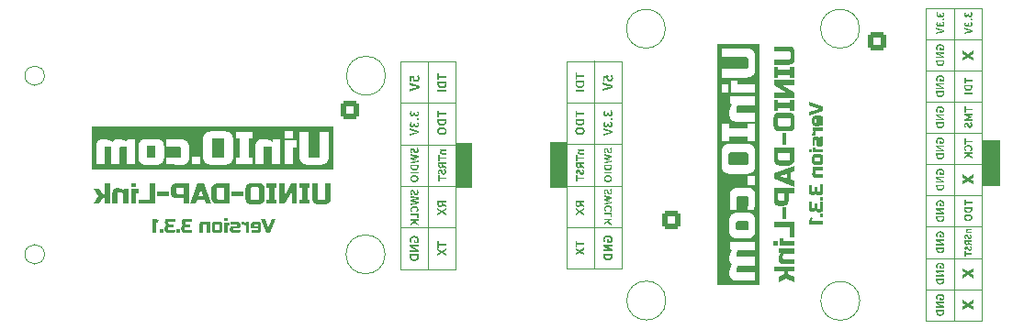
<source format=gbo>
%TF.GenerationSoftware,KiCad,Pcbnew,7.0.9*%
%TF.CreationDate,2024-01-11T16:53:17+08:00*%
%TF.ProjectId,UINIO-DAP-Link,55494e49-4f2d-4444-9150-2d4c696e6b2e,Version 3.3.1*%
%TF.SameCoordinates,PX6318a70PY5c9a0e0*%
%TF.FileFunction,Legend,Bot*%
%TF.FilePolarity,Positive*%
%FSLAX46Y46*%
G04 Gerber Fmt 4.6, Leading zero omitted, Abs format (unit mm)*
G04 Created by KiCad (PCBNEW 7.0.9) date 2024-01-11 16:53:17*
%MOMM*%
%LPD*%
G01*
G04 APERTURE LIST*
G04 Aperture macros list*
%AMRoundRect*
0 Rectangle with rounded corners*
0 $1 Rounding radius*
0 $2 $3 $4 $5 $6 $7 $8 $9 X,Y pos of 4 corners*
0 Add a 4 corners polygon primitive as box body*
4,1,4,$2,$3,$4,$5,$6,$7,$8,$9,$2,$3,0*
0 Add four circle primitives for the rounded corners*
1,1,$1+$1,$2,$3*
1,1,$1+$1,$4,$5*
1,1,$1+$1,$6,$7*
1,1,$1+$1,$8,$9*
0 Add four rect primitives between the rounded corners*
20,1,$1+$1,$2,$3,$4,$5,0*
20,1,$1+$1,$4,$5,$6,$7,0*
20,1,$1+$1,$6,$7,$8,$9,0*
20,1,$1+$1,$8,$9,$2,$3,0*%
G04 Aperture macros list end*
%ADD10C,0.250000*%
%ADD11C,0.300000*%
%ADD12C,0.100000*%
%ADD13C,0.150000*%
%ADD14R,1.700000X1.700000*%
%ADD15O,1.700000X1.700000*%
%ADD16C,1.200000*%
%ADD17RoundRect,0.250000X-0.600000X-0.600000X0.600000X-0.600000X0.600000X0.600000X-0.600000X0.600000X0*%
%ADD18C,1.700000*%
%ADD19C,2.200000*%
%ADD20RoundRect,0.250000X0.600000X0.600000X-0.600000X0.600000X-0.600000X-0.600000X0.600000X-0.600000X0*%
%ADD21C,0.650000*%
%ADD22O,2.100000X1.000000*%
%ADD23O,1.900000X1.000000*%
G04 APERTURE END LIST*
D10*
G36*
X26345771Y-12015904D02*
G01*
X25865003Y-12015904D01*
X25865003Y-13379316D01*
X25865500Y-13413755D01*
X25866990Y-13446997D01*
X25869474Y-13479042D01*
X25872951Y-13509892D01*
X25877421Y-13539544D01*
X25882884Y-13568001D01*
X25889341Y-13595261D01*
X25896792Y-13621324D01*
X25905235Y-13646192D01*
X25914673Y-13669862D01*
X25925103Y-13692337D01*
X25936527Y-13713615D01*
X25948944Y-13733696D01*
X25962355Y-13752581D01*
X25976759Y-13770270D01*
X25992156Y-13786762D01*
X26008594Y-13802160D01*
X26026236Y-13816564D01*
X26045081Y-13829974D01*
X26065130Y-13842392D01*
X26086383Y-13853815D01*
X26108839Y-13864246D01*
X26132499Y-13873683D01*
X26157362Y-13882127D01*
X26183429Y-13889577D01*
X26210700Y-13896034D01*
X26239175Y-13901498D01*
X26268853Y-13905968D01*
X26299735Y-13909445D01*
X26331820Y-13911928D01*
X26365109Y-13913418D01*
X26399602Y-13913915D01*
X27014020Y-13913915D01*
X27048514Y-13913418D01*
X27081809Y-13911928D01*
X27113903Y-13909445D01*
X27144798Y-13905968D01*
X27174492Y-13901498D01*
X27202987Y-13896034D01*
X27230281Y-13889577D01*
X27256376Y-13882127D01*
X27281270Y-13873683D01*
X27304964Y-13864246D01*
X27327459Y-13853815D01*
X27348753Y-13842392D01*
X27368847Y-13829974D01*
X27387741Y-13816564D01*
X27405435Y-13802160D01*
X27421929Y-13786762D01*
X27437271Y-13770270D01*
X27451622Y-13752581D01*
X27464984Y-13733696D01*
X27477356Y-13713615D01*
X27488738Y-13692337D01*
X27499130Y-13669862D01*
X27508533Y-13646192D01*
X27516946Y-13621324D01*
X27524369Y-13595261D01*
X27530803Y-13568001D01*
X27536246Y-13539544D01*
X27540700Y-13509892D01*
X27544164Y-13479042D01*
X27546639Y-13446997D01*
X27548123Y-13413755D01*
X27548618Y-13379316D01*
X27548618Y-12015904D01*
X27067851Y-12015904D01*
X27067851Y-13379316D01*
X27067223Y-13398704D01*
X27063931Y-13425439D01*
X27057815Y-13449361D01*
X27048878Y-13470468D01*
X27037117Y-13488760D01*
X27022535Y-13504239D01*
X27005130Y-13516903D01*
X26984902Y-13526753D01*
X26961852Y-13533789D01*
X26935980Y-13538010D01*
X26917164Y-13539261D01*
X26907285Y-13539418D01*
X26506336Y-13539418D01*
X26486893Y-13538792D01*
X26460080Y-13535509D01*
X26436089Y-13529411D01*
X26414921Y-13520499D01*
X26396575Y-13508773D01*
X26381052Y-13494233D01*
X26368351Y-13476878D01*
X26358472Y-13456709D01*
X26351416Y-13433726D01*
X26347182Y-13407928D01*
X26345928Y-13389166D01*
X26345771Y-13379316D01*
X26345771Y-12015904D01*
G37*
G36*
X24673294Y-13887000D02*
G01*
X25635293Y-13887000D01*
X25635293Y-13512966D01*
X25394909Y-13512966D01*
X25394909Y-12389937D01*
X25635293Y-12389937D01*
X25635293Y-12015904D01*
X24673294Y-12015904D01*
X24673294Y-12389937D01*
X24913678Y-12389937D01*
X24913678Y-13512966D01*
X24673294Y-13512966D01*
X24673294Y-13887000D01*
G37*
G36*
X22809159Y-13887000D02*
G01*
X23316842Y-13887000D01*
X23958639Y-12764435D01*
X23958639Y-13887000D01*
X24439407Y-13887000D01*
X24439407Y-12015904D01*
X23931724Y-12015904D01*
X23290391Y-13138468D01*
X23290391Y-12015904D01*
X22809159Y-12015904D01*
X22809159Y-13887000D01*
G37*
G36*
X21616057Y-13887000D02*
G01*
X22578056Y-13887000D01*
X22578056Y-13512966D01*
X22337673Y-13512966D01*
X22337673Y-12389937D01*
X22578056Y-12389937D01*
X22578056Y-12015904D01*
X21616057Y-12015904D01*
X21616057Y-12389937D01*
X21856441Y-12389937D01*
X21856441Y-13512966D01*
X21616057Y-13512966D01*
X21616057Y-13887000D01*
G37*
G36*
X20935841Y-11989485D02*
G01*
X20969083Y-11990975D01*
X21001129Y-11993459D01*
X21031978Y-11996935D01*
X21061631Y-12001406D01*
X21090087Y-12006869D01*
X21117347Y-12013326D01*
X21143411Y-12020777D01*
X21168278Y-12029220D01*
X21191949Y-12038657D01*
X21214423Y-12049088D01*
X21235701Y-12060512D01*
X21255782Y-12072929D01*
X21274668Y-12086340D01*
X21292356Y-12100744D01*
X21308849Y-12116141D01*
X21324246Y-12132633D01*
X21338650Y-12150322D01*
X21352061Y-12169207D01*
X21364478Y-12189289D01*
X21375902Y-12210567D01*
X21386332Y-12233041D01*
X21395769Y-12256712D01*
X21404213Y-12281579D01*
X21411664Y-12307643D01*
X21418120Y-12334903D01*
X21423584Y-12363359D01*
X21428054Y-12393012D01*
X21431531Y-12423861D01*
X21434015Y-12455907D01*
X21435505Y-12489149D01*
X21436001Y-12523587D01*
X21436001Y-13379316D01*
X21435505Y-13413755D01*
X21434015Y-13446997D01*
X21431531Y-13479042D01*
X21428054Y-13509892D01*
X21423584Y-13539544D01*
X21418120Y-13568001D01*
X21411664Y-13595261D01*
X21404213Y-13621324D01*
X21395769Y-13646192D01*
X21386332Y-13669862D01*
X21375902Y-13692337D01*
X21364478Y-13713615D01*
X21352061Y-13733696D01*
X21338650Y-13752581D01*
X21324246Y-13770270D01*
X21308849Y-13786762D01*
X21292356Y-13802160D01*
X21274668Y-13816564D01*
X21255782Y-13829974D01*
X21235701Y-13842392D01*
X21214423Y-13853815D01*
X21191949Y-13864246D01*
X21168278Y-13873683D01*
X21143411Y-13882127D01*
X21117347Y-13889577D01*
X21090087Y-13896034D01*
X21061631Y-13901498D01*
X21031978Y-13905968D01*
X21001129Y-13909445D01*
X20969083Y-13911928D01*
X20935841Y-13913418D01*
X20901403Y-13913915D01*
X20233154Y-13913915D01*
X20198661Y-13913418D01*
X20165372Y-13911928D01*
X20133287Y-13909445D01*
X20102405Y-13905968D01*
X20072727Y-13901498D01*
X20044252Y-13896034D01*
X20016981Y-13889577D01*
X19990914Y-13882127D01*
X19966051Y-13873683D01*
X19942391Y-13864246D01*
X19919934Y-13853815D01*
X19898682Y-13842392D01*
X19878633Y-13829974D01*
X19859788Y-13816564D01*
X19842146Y-13802160D01*
X19825708Y-13786762D01*
X19810311Y-13770270D01*
X19795907Y-13752581D01*
X19782496Y-13733696D01*
X19770079Y-13713615D01*
X19758655Y-13692337D01*
X19748225Y-13669862D01*
X19738787Y-13646192D01*
X19730344Y-13621324D01*
X19722893Y-13595261D01*
X19716436Y-13568001D01*
X19710973Y-13539544D01*
X19706502Y-13509892D01*
X19703026Y-13479042D01*
X19700542Y-13446997D01*
X19699052Y-13413755D01*
X19698555Y-13379316D01*
X20179323Y-13379316D01*
X20179480Y-13389166D01*
X20180734Y-13407928D01*
X20184968Y-13433726D01*
X20192024Y-13456709D01*
X20201903Y-13476878D01*
X20214604Y-13494233D01*
X20230127Y-13508773D01*
X20248473Y-13520499D01*
X20269641Y-13529411D01*
X20293632Y-13535509D01*
X20320445Y-13538792D01*
X20339888Y-13539418D01*
X20794204Y-13539418D01*
X20804083Y-13539261D01*
X20822899Y-13538010D01*
X20848772Y-13533789D01*
X20871821Y-13526753D01*
X20892049Y-13516903D01*
X20909454Y-13504239D01*
X20924036Y-13488760D01*
X20935797Y-13470468D01*
X20944734Y-13449361D01*
X20950850Y-13425439D01*
X20954142Y-13398704D01*
X20954770Y-13379316D01*
X20954770Y-12523587D01*
X20954613Y-12513737D01*
X20953358Y-12494975D01*
X20949125Y-12469178D01*
X20942069Y-12446194D01*
X20932190Y-12426025D01*
X20919489Y-12408671D01*
X20903966Y-12394130D01*
X20885620Y-12382404D01*
X20864452Y-12373492D01*
X20840461Y-12367395D01*
X20813648Y-12364111D01*
X20794204Y-12363486D01*
X20339888Y-12363486D01*
X20330010Y-12363642D01*
X20311194Y-12364893D01*
X20285321Y-12369114D01*
X20262271Y-12376150D01*
X20242044Y-12386000D01*
X20224639Y-12398664D01*
X20210056Y-12414143D01*
X20198296Y-12432436D01*
X20189358Y-12453543D01*
X20183243Y-12477464D01*
X20179950Y-12504200D01*
X20179323Y-12523587D01*
X20179323Y-13379316D01*
X19698555Y-13379316D01*
X19698555Y-12523587D01*
X19699052Y-12489149D01*
X19700542Y-12455907D01*
X19703026Y-12423861D01*
X19706502Y-12393012D01*
X19710973Y-12363359D01*
X19716436Y-12334903D01*
X19722893Y-12307643D01*
X19730344Y-12281579D01*
X19738787Y-12256712D01*
X19748225Y-12233041D01*
X19758655Y-12210567D01*
X19770079Y-12189289D01*
X19782496Y-12169207D01*
X19795907Y-12150322D01*
X19810311Y-12132633D01*
X19825708Y-12116141D01*
X19842146Y-12100744D01*
X19859788Y-12086340D01*
X19878633Y-12072929D01*
X19898682Y-12060512D01*
X19919934Y-12049088D01*
X19942391Y-12038657D01*
X19966051Y-12029220D01*
X19990914Y-12020777D01*
X20016981Y-12013326D01*
X20044252Y-12006869D01*
X20072727Y-12001406D01*
X20102405Y-11996935D01*
X20133287Y-11993459D01*
X20165372Y-11990975D01*
X20198661Y-11989485D01*
X20233154Y-11988988D01*
X20901403Y-11988988D01*
X20935841Y-11989485D01*
G37*
G36*
X19520820Y-13138468D02*
G01*
X19520820Y-12764435D01*
X18425171Y-12764435D01*
X18425171Y-13138468D01*
X19520820Y-13138468D01*
G37*
G36*
X18191284Y-13887000D02*
G01*
X17149002Y-13887000D01*
X17111808Y-13886389D01*
X17075753Y-13884556D01*
X17040836Y-13881501D01*
X17007057Y-13877225D01*
X16974417Y-13871727D01*
X16942915Y-13865007D01*
X16912552Y-13857066D01*
X16883327Y-13847902D01*
X16855240Y-13837517D01*
X16828292Y-13825910D01*
X16802482Y-13813081D01*
X16777811Y-13799031D01*
X16754278Y-13783759D01*
X16731883Y-13767264D01*
X16710627Y-13749548D01*
X16690509Y-13730611D01*
X16680888Y-13720694D01*
X16662561Y-13700007D01*
X16645456Y-13678182D01*
X16629573Y-13655218D01*
X16614911Y-13631116D01*
X16601472Y-13605875D01*
X16589254Y-13579496D01*
X16578258Y-13551979D01*
X16568483Y-13523323D01*
X16559931Y-13493529D01*
X16552600Y-13462596D01*
X16546491Y-13430525D01*
X16541604Y-13397316D01*
X16537939Y-13362968D01*
X16535495Y-13327482D01*
X16534273Y-13290857D01*
X16534121Y-13272118D01*
X17015352Y-13272118D01*
X17016291Y-13301283D01*
X17019108Y-13328567D01*
X17023803Y-13353969D01*
X17030376Y-13377489D01*
X17038827Y-13399128D01*
X17049156Y-13418885D01*
X17061363Y-13436760D01*
X17075448Y-13452754D01*
X17091411Y-13466866D01*
X17109252Y-13479097D01*
X17128971Y-13489446D01*
X17150568Y-13497913D01*
X17174043Y-13504499D01*
X17199396Y-13509203D01*
X17226627Y-13512025D01*
X17255736Y-13512966D01*
X17710516Y-13512966D01*
X17710516Y-12389937D01*
X17255736Y-12389937D01*
X17226627Y-12390878D01*
X17199396Y-12393701D01*
X17174043Y-12398405D01*
X17150568Y-12404990D01*
X17128971Y-12413458D01*
X17109252Y-12423807D01*
X17091411Y-12436037D01*
X17075448Y-12450149D01*
X17061363Y-12466143D01*
X17049156Y-12484019D01*
X17038827Y-12503776D01*
X17030376Y-12525414D01*
X17023803Y-12548935D01*
X17019108Y-12574337D01*
X17016291Y-12601620D01*
X17015352Y-12630785D01*
X17015352Y-13272118D01*
X16534121Y-13272118D01*
X16534121Y-12630785D01*
X16534732Y-12593591D01*
X16536564Y-12557536D01*
X16539619Y-12522619D01*
X16543895Y-12488840D01*
X16549393Y-12456200D01*
X16556113Y-12424698D01*
X16564054Y-12394335D01*
X16573218Y-12365110D01*
X16583603Y-12337024D01*
X16595210Y-12310075D01*
X16608039Y-12284266D01*
X16622089Y-12259594D01*
X16637362Y-12236061D01*
X16653856Y-12213667D01*
X16671572Y-12192410D01*
X16690509Y-12172293D01*
X16700426Y-12162671D01*
X16721113Y-12144344D01*
X16742938Y-12127239D01*
X16765902Y-12111356D01*
X16790004Y-12096695D01*
X16815245Y-12083255D01*
X16841624Y-12071037D01*
X16869141Y-12060041D01*
X16897797Y-12050267D01*
X16927591Y-12041714D01*
X16958524Y-12034383D01*
X16990595Y-12028274D01*
X17023804Y-12023387D01*
X17058152Y-12019722D01*
X17093638Y-12017278D01*
X17130263Y-12016057D01*
X17149002Y-12015904D01*
X18191284Y-12015904D01*
X18191284Y-13887000D01*
G37*
G36*
X16544794Y-13887000D02*
G01*
X16023189Y-13887000D01*
X15902997Y-13552875D01*
X15234749Y-13552875D01*
X15114557Y-13887000D01*
X14593416Y-13887000D01*
X14851423Y-13205293D01*
X15354941Y-13205293D01*
X15782805Y-13205293D01*
X15568873Y-12577418D01*
X15354941Y-13205293D01*
X14851423Y-13205293D01*
X15301574Y-12015904D01*
X15836172Y-12015904D01*
X16544794Y-13887000D01*
G37*
G36*
X14469511Y-13887000D02*
G01*
X13988744Y-13887000D01*
X13988744Y-13352401D01*
X13346947Y-13352401D01*
X13312454Y-13351906D01*
X13279165Y-13350421D01*
X13247079Y-13347947D01*
X13216198Y-13344483D01*
X13186519Y-13340029D01*
X13158045Y-13334585D01*
X13130774Y-13328152D01*
X13104707Y-13320729D01*
X13079843Y-13312316D01*
X13056183Y-13302913D01*
X13033727Y-13292521D01*
X13012475Y-13281138D01*
X12992426Y-13268766D01*
X12973581Y-13255405D01*
X12955939Y-13241053D01*
X12939501Y-13225712D01*
X12924104Y-13209218D01*
X12909700Y-13191524D01*
X12896289Y-13172630D01*
X12883872Y-13152535D01*
X12872448Y-13131241D01*
X12862017Y-13108747D01*
X12852580Y-13085052D01*
X12844136Y-13060158D01*
X12836686Y-13034064D01*
X12830229Y-13006769D01*
X12824765Y-12978275D01*
X12820295Y-12948580D01*
X12816818Y-12917686D01*
X12814335Y-12885591D01*
X12812845Y-12852297D01*
X12812348Y-12817802D01*
X13293580Y-12817802D01*
X13293737Y-12827681D01*
X13294991Y-12846497D01*
X13299225Y-12872369D01*
X13306281Y-12895419D01*
X13316159Y-12915646D01*
X13328860Y-12933051D01*
X13344384Y-12947634D01*
X13362730Y-12959394D01*
X13383898Y-12968332D01*
X13407889Y-12974447D01*
X13434702Y-12977740D01*
X13454145Y-12978367D01*
X13988744Y-12978367D01*
X13988744Y-12389937D01*
X13454145Y-12389937D01*
X13444267Y-12390094D01*
X13425450Y-12391349D01*
X13399578Y-12395582D01*
X13376528Y-12402638D01*
X13356301Y-12412517D01*
X13338896Y-12425218D01*
X13324313Y-12440741D01*
X13312553Y-12459087D01*
X13303615Y-12480255D01*
X13297500Y-12504246D01*
X13294207Y-12531059D01*
X13293580Y-12550503D01*
X13293580Y-12817802D01*
X12812348Y-12817802D01*
X12812348Y-12550503D01*
X12812845Y-12516010D01*
X12814335Y-12482721D01*
X12816818Y-12450635D01*
X12820295Y-12419753D01*
X12824765Y-12390075D01*
X12830229Y-12361601D01*
X12836686Y-12334330D01*
X12844136Y-12308263D01*
X12852580Y-12283399D01*
X12862017Y-12259739D01*
X12872448Y-12237283D01*
X12883872Y-12216030D01*
X12896289Y-12195981D01*
X12909700Y-12177136D01*
X12924104Y-12159495D01*
X12939501Y-12143057D01*
X12955939Y-12127659D01*
X12973581Y-12113255D01*
X12992426Y-12099845D01*
X13012475Y-12087427D01*
X13033727Y-12076003D01*
X13056183Y-12065573D01*
X13079843Y-12056136D01*
X13104707Y-12047692D01*
X13130774Y-12040242D01*
X13158045Y-12033785D01*
X13186519Y-12028321D01*
X13216198Y-12023851D01*
X13247079Y-12020374D01*
X13279165Y-12017891D01*
X13312454Y-12016401D01*
X13346947Y-12015904D01*
X14469511Y-12015904D01*
X14469511Y-13887000D01*
G37*
G36*
X12661992Y-13138468D02*
G01*
X12661992Y-12764435D01*
X11566343Y-12764435D01*
X11566343Y-13138468D01*
X12661992Y-13138468D01*
G37*
G36*
X10851689Y-13512966D02*
G01*
X9875768Y-13512966D01*
X9875768Y-13887000D01*
X11332456Y-13887000D01*
X11332456Y-12015904D01*
X10851689Y-12015904D01*
X10851689Y-13512966D01*
G37*
G36*
X9136054Y-12523587D02*
G01*
X9136054Y-13887000D01*
X9603828Y-13887000D01*
X9603828Y-12884627D01*
X9804302Y-12884627D01*
X9804302Y-12523587D01*
X9136054Y-12523587D01*
G37*
G36*
X9603828Y-11988988D02*
G01*
X9136054Y-11988988D01*
X9136054Y-12363486D01*
X9603828Y-12363486D01*
X9603828Y-11988988D01*
G37*
G36*
X8085419Y-12831260D02*
G01*
X8112288Y-12831729D01*
X8139817Y-12833136D01*
X8158537Y-12834595D01*
X8177551Y-12836471D01*
X8196859Y-12838765D01*
X8216460Y-12841475D01*
X8236355Y-12844602D01*
X8256543Y-12848145D01*
X8277025Y-12852106D01*
X8297801Y-12856484D01*
X8318871Y-12861279D01*
X8340234Y-12866490D01*
X8361891Y-12872119D01*
X8383841Y-12878164D01*
X8406085Y-12884627D01*
X8406085Y-13887000D01*
X8873859Y-13887000D01*
X8873859Y-12470220D01*
X8459452Y-12470220D01*
X8433001Y-12603870D01*
X8417255Y-12593717D01*
X8401459Y-12583908D01*
X8377670Y-12569840D01*
X8353766Y-12556548D01*
X8329748Y-12544031D01*
X8305616Y-12532288D01*
X8281370Y-12521321D01*
X8257009Y-12511128D01*
X8232534Y-12501710D01*
X8207945Y-12493068D01*
X8183242Y-12485200D01*
X8174983Y-12482750D01*
X8150547Y-12475783D01*
X8126838Y-12469502D01*
X8103855Y-12463906D01*
X8081597Y-12458996D01*
X8060066Y-12454770D01*
X8039261Y-12451230D01*
X8019182Y-12448375D01*
X7999828Y-12446205D01*
X7981201Y-12444720D01*
X7957494Y-12443807D01*
X7951769Y-12443769D01*
X7831577Y-12443769D01*
X7809121Y-12444196D01*
X7787230Y-12445480D01*
X7765905Y-12447619D01*
X7745146Y-12450613D01*
X7724952Y-12454464D01*
X7705323Y-12459170D01*
X7686261Y-12464731D01*
X7667763Y-12471148D01*
X7649832Y-12478421D01*
X7632466Y-12486549D01*
X7615665Y-12495533D01*
X7599430Y-12505373D01*
X7583761Y-12516068D01*
X7568657Y-12527619D01*
X7554119Y-12540025D01*
X7540147Y-12553287D01*
X7526885Y-12567260D01*
X7514478Y-12581798D01*
X7502927Y-12596902D01*
X7492232Y-12612571D01*
X7482393Y-12628806D01*
X7473409Y-12645606D01*
X7465280Y-12662972D01*
X7458008Y-12680904D01*
X7451591Y-12699401D01*
X7446029Y-12718464D01*
X7441323Y-12738092D01*
X7437473Y-12758286D01*
X7434478Y-12779046D01*
X7432339Y-12800371D01*
X7431056Y-12822261D01*
X7430628Y-12844718D01*
X7430628Y-13887000D01*
X7898402Y-13887000D01*
X7898402Y-12924536D01*
X7900084Y-12905423D01*
X7905998Y-12885931D01*
X7916170Y-12868568D01*
X7925317Y-12858175D01*
X7941261Y-12845164D01*
X7959334Y-12836412D01*
X7979535Y-12831917D01*
X7991678Y-12831260D01*
X8085419Y-12831260D01*
G37*
G36*
X6731752Y-13325485D02*
G01*
X6731752Y-13887000D01*
X7199525Y-13887000D01*
X7199525Y-12015904D01*
X6731752Y-12015904D01*
X6731752Y-12964909D01*
X6517819Y-12964909D01*
X6224068Y-12470220D01*
X5729379Y-12470220D01*
X6130328Y-13151926D01*
X5729379Y-13887000D01*
X6224068Y-13887000D01*
X6531277Y-13325485D01*
X6731752Y-13325485D01*
G37*
G36*
X21800680Y-16144806D02*
G01*
X21489832Y-15248776D01*
X21133262Y-15248776D01*
X21617791Y-16529000D01*
X21983569Y-16529000D01*
X22468415Y-15248776D01*
X22111528Y-15248776D01*
X21800680Y-16144806D01*
G37*
G36*
X20864094Y-15541830D02*
G01*
X20880544Y-15542741D01*
X20896530Y-15544261D01*
X20912053Y-15546388D01*
X20927111Y-15549122D01*
X20941706Y-15552465D01*
X20955836Y-15556415D01*
X20969503Y-15560974D01*
X20982706Y-15566139D01*
X20995445Y-15571913D01*
X21007720Y-15578294D01*
X21019532Y-15585283D01*
X21030879Y-15592880D01*
X21041763Y-15601085D01*
X21052183Y-15609897D01*
X21062138Y-15619317D01*
X21071558Y-15629234D01*
X21080371Y-15639618D01*
X21088575Y-15650468D01*
X21096172Y-15661785D01*
X21103161Y-15673568D01*
X21109542Y-15685817D01*
X21115316Y-15698532D01*
X21120482Y-15711714D01*
X21125040Y-15725362D01*
X21128990Y-15739477D01*
X21132333Y-15754058D01*
X21135068Y-15769105D01*
X21137195Y-15784619D01*
X21138714Y-15800599D01*
X21139626Y-15817045D01*
X21139930Y-15833958D01*
X21139930Y-16273082D01*
X21139637Y-16288409D01*
X21138759Y-16303355D01*
X21137295Y-16317919D01*
X21135246Y-16332100D01*
X21132612Y-16345900D01*
X21129392Y-16359317D01*
X21125587Y-16372353D01*
X21121196Y-16385006D01*
X21116220Y-16397278D01*
X21110659Y-16409167D01*
X21104512Y-16420675D01*
X21097780Y-16431800D01*
X21090462Y-16442543D01*
X21082559Y-16452905D01*
X21074070Y-16462884D01*
X21064996Y-16472482D01*
X21055399Y-16481556D01*
X21045419Y-16490044D01*
X21035058Y-16497947D01*
X21024314Y-16505265D01*
X21013189Y-16511998D01*
X21001681Y-16518144D01*
X20989792Y-16523706D01*
X20977520Y-16528682D01*
X20964867Y-16533073D01*
X20951831Y-16536878D01*
X20938414Y-16540098D01*
X20924614Y-16542732D01*
X20910433Y-16544781D01*
X20895869Y-16546245D01*
X20880924Y-16547123D01*
X20865596Y-16547415D01*
X20847573Y-16547379D01*
X20829422Y-16547272D01*
X20811143Y-16547092D01*
X20792736Y-16546840D01*
X20774202Y-16546516D01*
X20755540Y-16546121D01*
X20736750Y-16545653D01*
X20717832Y-16545113D01*
X20698787Y-16544502D01*
X20679614Y-16543819D01*
X20660313Y-16543063D01*
X20640884Y-16542236D01*
X20621328Y-16541337D01*
X20601644Y-16540366D01*
X20581832Y-16539322D01*
X20561892Y-16538207D01*
X20541825Y-16537020D01*
X20521630Y-16535762D01*
X20501307Y-16534431D01*
X20480856Y-16533028D01*
X20460278Y-16531553D01*
X20439572Y-16530007D01*
X20418738Y-16528388D01*
X20397776Y-16526698D01*
X20376687Y-16524935D01*
X20355470Y-16523101D01*
X20334125Y-16521194D01*
X20312652Y-16519216D01*
X20291052Y-16517166D01*
X20269324Y-16515044D01*
X20247468Y-16512850D01*
X20225484Y-16510584D01*
X20225484Y-16281972D01*
X20247149Y-16283672D01*
X20268486Y-16285317D01*
X20289493Y-16286909D01*
X20310172Y-16288447D01*
X20330522Y-16289930D01*
X20350544Y-16291360D01*
X20370236Y-16292736D01*
X20389600Y-16294058D01*
X20408636Y-16295326D01*
X20427343Y-16296540D01*
X20445721Y-16297700D01*
X20463770Y-16298806D01*
X20481491Y-16299858D01*
X20498883Y-16300856D01*
X20515946Y-16301800D01*
X20532681Y-16302690D01*
X20549087Y-16303526D01*
X20565164Y-16304309D01*
X20580913Y-16305037D01*
X20596333Y-16305712D01*
X20611424Y-16306332D01*
X20626187Y-16306899D01*
X20640621Y-16307411D01*
X20654726Y-16307870D01*
X20668503Y-16308274D01*
X20681951Y-16308625D01*
X20695070Y-16308922D01*
X20707860Y-16309165D01*
X20732455Y-16309488D01*
X20755736Y-16309596D01*
X20764052Y-16309154D01*
X20777927Y-16306132D01*
X20790396Y-16300246D01*
X20801458Y-16291498D01*
X20807717Y-16284268D01*
X20814676Y-16272210D01*
X20818723Y-16258694D01*
X20819874Y-16245458D01*
X20819874Y-16172429D01*
X20188653Y-16172429D01*
X20188653Y-15943818D01*
X20508709Y-15943818D01*
X20819874Y-15943818D01*
X20819874Y-15843166D01*
X20819802Y-15838673D01*
X20818083Y-15822127D01*
X20814072Y-15807864D01*
X20807769Y-15795882D01*
X20799174Y-15786183D01*
X20788286Y-15778766D01*
X20775107Y-15773632D01*
X20759636Y-15770779D01*
X20746528Y-15770137D01*
X20582055Y-15770137D01*
X20577542Y-15770208D01*
X20560925Y-15771920D01*
X20546599Y-15775914D01*
X20534566Y-15782190D01*
X20524825Y-15790748D01*
X20517375Y-15801588D01*
X20512218Y-15814710D01*
X20509353Y-15830115D01*
X20508709Y-15843166D01*
X20508709Y-15943818D01*
X20188653Y-15943818D01*
X20188653Y-15833958D01*
X20188957Y-15817045D01*
X20189868Y-15800599D01*
X20191388Y-15784619D01*
X20193515Y-15769105D01*
X20196249Y-15754058D01*
X20199592Y-15739477D01*
X20203542Y-15725362D01*
X20208101Y-15711714D01*
X20213266Y-15698532D01*
X20219040Y-15685817D01*
X20225421Y-15673568D01*
X20232410Y-15661785D01*
X20240007Y-15650468D01*
X20248212Y-15639618D01*
X20257024Y-15629234D01*
X20266444Y-15619317D01*
X20276400Y-15609897D01*
X20286820Y-15601085D01*
X20297703Y-15592880D01*
X20309051Y-15585283D01*
X20320862Y-15578294D01*
X20333137Y-15571913D01*
X20345876Y-15566139D01*
X20359079Y-15560974D01*
X20372746Y-15556415D01*
X20386877Y-15552465D01*
X20401471Y-15549122D01*
X20416530Y-15546388D01*
X20432052Y-15544261D01*
X20448038Y-15542741D01*
X20464488Y-15541830D01*
X20481402Y-15541526D01*
X20847180Y-15541526D01*
X20864094Y-15541830D01*
G37*
G36*
X19472655Y-15824750D02*
G01*
X19487091Y-15824964D01*
X19501583Y-15825608D01*
X19516133Y-15826681D01*
X19530740Y-15828183D01*
X19545404Y-15830114D01*
X19560125Y-15832474D01*
X19574904Y-15835264D01*
X19589739Y-15838482D01*
X19604631Y-15842130D01*
X19619580Y-15846207D01*
X19634587Y-15850713D01*
X19649650Y-15855648D01*
X19664770Y-15861012D01*
X19679948Y-15866806D01*
X19695182Y-15873028D01*
X19710474Y-15879680D01*
X19710474Y-16529000D01*
X20030530Y-16529000D01*
X20030530Y-15559624D01*
X19746988Y-15559624D01*
X19728890Y-15678692D01*
X19719033Y-15670253D01*
X19709148Y-15662082D01*
X19689295Y-15646544D01*
X19669330Y-15632077D01*
X19649253Y-15618682D01*
X19629065Y-15606358D01*
X19608765Y-15595106D01*
X19588353Y-15584926D01*
X19567830Y-15575817D01*
X19547195Y-15567780D01*
X19526449Y-15560815D01*
X19505591Y-15554921D01*
X19484621Y-15550099D01*
X19463540Y-15546348D01*
X19442347Y-15543669D01*
X19421042Y-15542061D01*
X19399626Y-15541526D01*
X19317390Y-15541526D01*
X19317390Y-15824750D01*
X19472655Y-15824750D01*
G37*
G36*
X19230073Y-16273082D02*
G01*
X19207028Y-16274762D01*
X19184290Y-16276388D01*
X19161859Y-16277962D01*
X19139735Y-16279482D01*
X19117917Y-16280948D01*
X19096407Y-16282362D01*
X19075204Y-16283722D01*
X19054308Y-16285028D01*
X19033719Y-16286282D01*
X19013437Y-16287482D01*
X18993461Y-16288628D01*
X18973793Y-16289722D01*
X18954432Y-16290762D01*
X18935377Y-16291748D01*
X18916630Y-16292682D01*
X18898189Y-16293562D01*
X18880056Y-16294388D01*
X18862230Y-16295162D01*
X18844710Y-16295882D01*
X18827498Y-16296548D01*
X18810592Y-16297162D01*
X18793993Y-16297722D01*
X18777702Y-16298228D01*
X18761717Y-16298682D01*
X18746040Y-16299082D01*
X18730669Y-16299428D01*
X18715605Y-16299722D01*
X18700849Y-16299962D01*
X18686399Y-16300148D01*
X18672256Y-16300282D01*
X18658420Y-16300362D01*
X18644891Y-16300388D01*
X18631794Y-16299257D01*
X18618387Y-16295280D01*
X18606388Y-16288440D01*
X18599169Y-16282290D01*
X18590267Y-16271202D01*
X18584278Y-16258658D01*
X18581401Y-16246285D01*
X18580753Y-16236250D01*
X18580753Y-16172429D01*
X18974155Y-16172429D01*
X18989483Y-16172137D01*
X19004428Y-16171259D01*
X19018992Y-16169795D01*
X19033173Y-16167746D01*
X19046973Y-16165112D01*
X19060390Y-16161892D01*
X19073426Y-16158087D01*
X19086079Y-16153696D01*
X19098351Y-16148720D01*
X19110240Y-16143158D01*
X19121748Y-16137011D01*
X19132873Y-16130279D01*
X19143617Y-16122961D01*
X19153978Y-16115058D01*
X19163958Y-16106570D01*
X19173555Y-16097496D01*
X19182629Y-16087898D01*
X19191118Y-16077919D01*
X19199021Y-16067557D01*
X19206338Y-16056814D01*
X19213071Y-16045689D01*
X19219218Y-16034181D01*
X19224779Y-16022292D01*
X19229755Y-16010020D01*
X19234146Y-15997367D01*
X19237951Y-15984331D01*
X19241171Y-15970914D01*
X19243805Y-15957114D01*
X19245854Y-15942932D01*
X19247318Y-15928369D01*
X19248196Y-15913423D01*
X19248489Y-15898096D01*
X19248489Y-15833958D01*
X19248196Y-15818631D01*
X19247318Y-15803689D01*
X19245854Y-15789132D01*
X19243805Y-15774959D01*
X19241171Y-15761171D01*
X19237951Y-15747767D01*
X19234146Y-15734748D01*
X19229755Y-15722113D01*
X19224779Y-15709862D01*
X19219218Y-15697996D01*
X19213071Y-15686515D01*
X19206338Y-15675418D01*
X19199021Y-15664706D01*
X19191118Y-15654378D01*
X19182629Y-15644434D01*
X19173555Y-15634875D01*
X19163958Y-15625763D01*
X19153978Y-15617238D01*
X19143617Y-15609302D01*
X19132873Y-15601953D01*
X19121748Y-15595192D01*
X19110240Y-15589019D01*
X19098351Y-15583434D01*
X19086079Y-15578437D01*
X19073426Y-15574028D01*
X19060390Y-15570206D01*
X19046973Y-15566973D01*
X19033173Y-15564327D01*
X19018992Y-15562270D01*
X19004428Y-15560800D01*
X18989483Y-15559918D01*
X18974155Y-15559624D01*
X18352142Y-15559624D01*
X18352142Y-15797443D01*
X18864295Y-15797443D01*
X18877531Y-15798594D01*
X18891046Y-15802641D01*
X18903105Y-15809601D01*
X18910334Y-15815859D01*
X18919083Y-15826793D01*
X18924969Y-15839234D01*
X18927991Y-15853182D01*
X18928433Y-15861581D01*
X18927302Y-15874679D01*
X18923325Y-15888085D01*
X18916485Y-15900085D01*
X18910334Y-15907304D01*
X18899247Y-15916052D01*
X18886703Y-15921938D01*
X18872702Y-15924960D01*
X18864295Y-15925402D01*
X18535031Y-15925402D01*
X18519705Y-15925696D01*
X18504763Y-15926578D01*
X18490205Y-15928048D01*
X18476033Y-15930105D01*
X18462244Y-15932751D01*
X18448840Y-15935984D01*
X18435821Y-15939806D01*
X18423186Y-15944215D01*
X18410936Y-15949212D01*
X18399070Y-15954797D01*
X18387588Y-15960970D01*
X18376491Y-15967731D01*
X18365779Y-15975080D01*
X18355451Y-15983016D01*
X18345508Y-15991541D01*
X18335949Y-16000653D01*
X18326836Y-16010212D01*
X18318312Y-16020156D01*
X18310375Y-16030484D01*
X18303026Y-16041196D01*
X18296265Y-16052293D01*
X18290092Y-16063775D01*
X18284507Y-16075640D01*
X18279510Y-16087891D01*
X18275101Y-16100526D01*
X18271280Y-16113545D01*
X18268046Y-16126949D01*
X18265401Y-16140737D01*
X18263343Y-16154910D01*
X18261873Y-16169468D01*
X18260991Y-16184409D01*
X18260697Y-16199736D01*
X18260697Y-16273082D01*
X18260991Y-16288409D01*
X18261873Y-16303355D01*
X18263343Y-16317919D01*
X18265401Y-16332100D01*
X18268046Y-16345900D01*
X18271280Y-16359317D01*
X18275101Y-16372353D01*
X18279510Y-16385006D01*
X18284507Y-16397278D01*
X18290092Y-16409167D01*
X18296265Y-16420675D01*
X18303026Y-16431800D01*
X18310375Y-16442543D01*
X18318312Y-16452905D01*
X18326836Y-16462884D01*
X18335949Y-16472482D01*
X18345508Y-16481556D01*
X18355451Y-16490044D01*
X18365779Y-16497947D01*
X18376491Y-16505265D01*
X18387588Y-16511998D01*
X18399070Y-16518144D01*
X18410936Y-16523706D01*
X18423186Y-16528682D01*
X18435821Y-16533073D01*
X18448840Y-16536878D01*
X18462244Y-16540098D01*
X18476033Y-16542732D01*
X18490205Y-16544781D01*
X18504763Y-16546245D01*
X18519705Y-16547123D01*
X18535031Y-16547415D01*
X18555319Y-16547379D01*
X18575699Y-16547272D01*
X18596172Y-16547092D01*
X18616737Y-16546840D01*
X18637394Y-16546516D01*
X18658144Y-16546121D01*
X18678986Y-16545653D01*
X18699921Y-16545113D01*
X18720948Y-16544502D01*
X18742067Y-16543819D01*
X18763279Y-16543063D01*
X18784583Y-16542236D01*
X18805980Y-16541337D01*
X18827469Y-16540366D01*
X18849051Y-16539322D01*
X18870724Y-16538207D01*
X18892491Y-16537020D01*
X18914349Y-16535762D01*
X18936300Y-16534431D01*
X18958344Y-16533028D01*
X18980480Y-16531553D01*
X19002708Y-16530007D01*
X19025029Y-16528388D01*
X19047442Y-16526698D01*
X19069947Y-16524935D01*
X19092545Y-16523101D01*
X19115235Y-16521194D01*
X19138018Y-16519216D01*
X19160893Y-16517166D01*
X19183861Y-16515044D01*
X19206920Y-16512850D01*
X19230073Y-16510584D01*
X19230073Y-16273082D01*
G37*
G36*
X17753625Y-15596138D02*
G01*
X17753625Y-16529000D01*
X18073681Y-16529000D01*
X18073681Y-15843166D01*
X18210847Y-15843166D01*
X18210847Y-15596138D01*
X17753625Y-15596138D01*
G37*
G36*
X18073681Y-15230360D02*
G01*
X17753625Y-15230360D01*
X17753625Y-15486595D01*
X18073681Y-15486595D01*
X18073681Y-15230360D01*
G37*
G36*
X17316809Y-15541830D02*
G01*
X17333259Y-15542741D01*
X17349245Y-15544261D01*
X17364767Y-15546388D01*
X17379826Y-15549122D01*
X17394420Y-15552465D01*
X17408551Y-15556415D01*
X17422218Y-15560974D01*
X17435421Y-15566139D01*
X17448160Y-15571913D01*
X17460435Y-15578294D01*
X17472246Y-15585283D01*
X17483594Y-15592880D01*
X17494477Y-15601085D01*
X17504897Y-15609897D01*
X17514853Y-15619317D01*
X17524273Y-15629234D01*
X17533085Y-15639618D01*
X17541290Y-15650468D01*
X17548887Y-15661785D01*
X17555876Y-15673568D01*
X17562257Y-15685817D01*
X17568031Y-15698532D01*
X17573196Y-15711714D01*
X17577755Y-15725362D01*
X17581705Y-15739477D01*
X17585047Y-15754058D01*
X17587782Y-15769105D01*
X17589909Y-15784619D01*
X17591429Y-15800599D01*
X17592340Y-15817045D01*
X17592644Y-15833958D01*
X17592644Y-16254666D01*
X17592340Y-16271580D01*
X17591429Y-16288030D01*
X17589909Y-16304016D01*
X17587782Y-16319538D01*
X17585047Y-16334597D01*
X17581705Y-16349191D01*
X17577755Y-16363322D01*
X17573196Y-16376989D01*
X17568031Y-16390192D01*
X17562257Y-16402931D01*
X17555876Y-16415206D01*
X17548887Y-16427017D01*
X17541290Y-16438365D01*
X17533085Y-16449248D01*
X17524273Y-16459668D01*
X17514853Y-16469624D01*
X17504897Y-16479044D01*
X17494477Y-16487856D01*
X17483594Y-16496061D01*
X17472246Y-16503658D01*
X17460435Y-16510647D01*
X17448160Y-16517028D01*
X17435421Y-16522802D01*
X17422218Y-16527968D01*
X17408551Y-16532526D01*
X17394420Y-16536476D01*
X17379826Y-16539819D01*
X17364767Y-16542553D01*
X17349245Y-16544681D01*
X17333259Y-16546200D01*
X17316809Y-16547112D01*
X17299895Y-16547415D01*
X16879187Y-16547415D01*
X16862274Y-16547112D01*
X16845828Y-16546200D01*
X16829848Y-16544681D01*
X16814334Y-16542553D01*
X16799287Y-16539819D01*
X16784706Y-16536476D01*
X16770591Y-16532526D01*
X16756943Y-16527968D01*
X16743761Y-16522802D01*
X16731046Y-16517028D01*
X16718796Y-16510647D01*
X16707014Y-16503658D01*
X16695697Y-16496061D01*
X16684847Y-16487856D01*
X16674463Y-16479044D01*
X16664546Y-16469624D01*
X16655126Y-16459668D01*
X16646314Y-16449248D01*
X16638109Y-16438365D01*
X16630512Y-16427017D01*
X16623523Y-16415206D01*
X16617142Y-16402931D01*
X16611368Y-16390192D01*
X16606202Y-16376989D01*
X16601644Y-16363322D01*
X16597694Y-16349191D01*
X16594351Y-16334597D01*
X16591617Y-16319538D01*
X16589489Y-16304016D01*
X16587970Y-16288030D01*
X16587058Y-16271580D01*
X16586755Y-16254666D01*
X16586755Y-16227360D01*
X16906810Y-16227360D01*
X16906882Y-16231853D01*
X16908593Y-16248398D01*
X16912587Y-16262662D01*
X16918863Y-16274643D01*
X16927421Y-16284342D01*
X16938261Y-16291759D01*
X16951384Y-16296894D01*
X16966788Y-16299746D01*
X16979839Y-16300388D01*
X17199242Y-16300388D01*
X17203755Y-16300317D01*
X17220372Y-16298605D01*
X17234698Y-16294612D01*
X17246731Y-16288336D01*
X17256472Y-16279778D01*
X17263922Y-16268937D01*
X17269079Y-16255815D01*
X17271944Y-16240411D01*
X17272588Y-16227360D01*
X17272588Y-15861581D01*
X17272517Y-15857069D01*
X17270798Y-15840452D01*
X17266787Y-15826126D01*
X17260483Y-15814093D01*
X17251888Y-15804351D01*
X17241001Y-15796902D01*
X17227822Y-15791745D01*
X17212350Y-15788880D01*
X17199242Y-15788235D01*
X16979839Y-15788235D01*
X16975346Y-15788307D01*
X16958800Y-15790026D01*
X16944537Y-15794037D01*
X16932556Y-15800340D01*
X16922857Y-15808936D01*
X16915440Y-15819823D01*
X16910305Y-15833002D01*
X16907452Y-15848474D01*
X16906810Y-15861581D01*
X16906810Y-16227360D01*
X16586755Y-16227360D01*
X16586755Y-15833958D01*
X16587058Y-15817045D01*
X16587970Y-15800599D01*
X16589489Y-15784619D01*
X16591617Y-15769105D01*
X16594351Y-15754058D01*
X16597694Y-15739477D01*
X16601644Y-15725362D01*
X16606202Y-15711714D01*
X16611368Y-15698532D01*
X16617142Y-15685817D01*
X16623523Y-15673568D01*
X16630512Y-15661785D01*
X16638109Y-15650468D01*
X16646314Y-15639618D01*
X16655126Y-15629234D01*
X16664546Y-15619317D01*
X16674463Y-15609897D01*
X16684847Y-15601085D01*
X16695697Y-15592880D01*
X16707014Y-15585283D01*
X16718796Y-15578294D01*
X16731046Y-15571913D01*
X16743761Y-15566139D01*
X16756943Y-15560974D01*
X16770591Y-15556415D01*
X16784706Y-15552465D01*
X16799287Y-15549122D01*
X16814334Y-15546388D01*
X16829848Y-15544261D01*
X16845828Y-15542741D01*
X16862274Y-15541830D01*
X16879187Y-15541526D01*
X17299895Y-15541526D01*
X17316809Y-15541830D01*
G37*
G36*
X15889173Y-15806651D02*
G01*
X15907557Y-15806972D01*
X15926393Y-15807935D01*
X15939201Y-15808933D01*
X15952211Y-15810217D01*
X15965421Y-15811786D01*
X15978832Y-15813640D01*
X15992445Y-15815780D01*
X16006258Y-15818205D01*
X16020272Y-15820915D01*
X16034487Y-15823910D01*
X16048903Y-15827191D01*
X16063520Y-15830756D01*
X16078338Y-15834608D01*
X16093356Y-15838744D01*
X16108576Y-15843166D01*
X16108576Y-16529000D01*
X16428632Y-16529000D01*
X16428632Y-15559624D01*
X16145090Y-15559624D01*
X16126992Y-15651069D01*
X16116219Y-15644122D01*
X16105411Y-15637410D01*
X16089134Y-15627785D01*
X16072778Y-15618691D01*
X16056345Y-15610126D01*
X16039834Y-15602092D01*
X16023244Y-15594588D01*
X16006576Y-15587614D01*
X15989831Y-15581170D01*
X15973007Y-15575257D01*
X15956105Y-15569874D01*
X15950453Y-15568197D01*
X15933734Y-15563431D01*
X15917512Y-15559133D01*
X15901787Y-15555304D01*
X15886558Y-15551944D01*
X15871826Y-15549053D01*
X15857591Y-15546631D01*
X15843852Y-15544677D01*
X15830611Y-15543193D01*
X15817866Y-15542177D01*
X15801645Y-15541552D01*
X15797728Y-15541526D01*
X15715491Y-15541526D01*
X15700127Y-15541818D01*
X15685149Y-15542697D01*
X15670558Y-15544160D01*
X15656354Y-15546209D01*
X15642537Y-15548843D01*
X15629107Y-15552063D01*
X15616064Y-15555868D01*
X15603408Y-15560259D01*
X15591139Y-15565235D01*
X15579257Y-15570797D01*
X15567762Y-15576944D01*
X15556654Y-15583676D01*
X15545933Y-15590994D01*
X15535599Y-15598897D01*
X15525652Y-15607385D01*
X15516092Y-15616459D01*
X15507018Y-15626020D01*
X15498529Y-15635967D01*
X15490626Y-15646301D01*
X15483308Y-15657022D01*
X15476576Y-15668130D01*
X15470429Y-15679625D01*
X15464867Y-15691507D01*
X15459891Y-15703776D01*
X15455501Y-15716432D01*
X15451695Y-15729475D01*
X15448476Y-15742905D01*
X15445841Y-15756722D01*
X15443792Y-15770926D01*
X15442329Y-15785517D01*
X15441451Y-15800494D01*
X15441158Y-15815859D01*
X15441158Y-16529000D01*
X15761214Y-16529000D01*
X15761214Y-15870472D01*
X15762365Y-15857394D01*
X15766411Y-15844058D01*
X15773371Y-15832178D01*
X15779630Y-15825067D01*
X15790538Y-15816165D01*
X15802904Y-15810176D01*
X15816726Y-15807101D01*
X15825034Y-15806651D01*
X15889173Y-15806651D01*
G37*
G36*
X14115212Y-16547415D02*
G01*
X14134367Y-16547379D01*
X14153650Y-16547272D01*
X14173062Y-16547092D01*
X14192602Y-16546840D01*
X14212270Y-16546516D01*
X14232067Y-16546121D01*
X14251992Y-16545653D01*
X14272045Y-16545113D01*
X14292227Y-16544502D01*
X14312537Y-16543819D01*
X14332976Y-16543063D01*
X14353543Y-16542236D01*
X14374238Y-16541337D01*
X14395062Y-16540366D01*
X14416014Y-16539322D01*
X14437094Y-16538207D01*
X14458303Y-16537020D01*
X14479640Y-16535762D01*
X14501105Y-16534431D01*
X14522699Y-16533028D01*
X14544421Y-16531553D01*
X14566272Y-16530007D01*
X14588251Y-16528388D01*
X14610358Y-16526698D01*
X14632594Y-16524935D01*
X14654958Y-16523101D01*
X14677450Y-16521194D01*
X14700071Y-16519216D01*
X14722820Y-16517166D01*
X14745698Y-16515044D01*
X14768704Y-16512850D01*
X14791838Y-16510584D01*
X14791838Y-16263874D01*
X14766776Y-16265554D01*
X14742114Y-16267181D01*
X14717851Y-16268754D01*
X14693989Y-16270274D01*
X14670527Y-16271740D01*
X14647464Y-16273154D01*
X14624802Y-16274514D01*
X14602539Y-16275820D01*
X14580677Y-16277074D01*
X14559215Y-16278274D01*
X14538152Y-16279420D01*
X14517490Y-16280514D01*
X14497227Y-16281554D01*
X14477365Y-16282540D01*
X14457903Y-16283474D01*
X14438840Y-16284354D01*
X14420178Y-16285180D01*
X14401915Y-16285954D01*
X14384053Y-16286674D01*
X14366591Y-16287340D01*
X14349528Y-16287954D01*
X14332866Y-16288514D01*
X14316603Y-16289020D01*
X14300741Y-16289474D01*
X14285278Y-16289874D01*
X14270216Y-16290220D01*
X14255553Y-16290514D01*
X14241291Y-16290754D01*
X14227428Y-16290940D01*
X14213966Y-16291074D01*
X14200903Y-16291154D01*
X14188241Y-16291180D01*
X14173127Y-16290321D01*
X14159218Y-16287742D01*
X14146515Y-16283445D01*
X14135017Y-16277428D01*
X14124725Y-16269692D01*
X14121563Y-16266732D01*
X14113146Y-16256830D01*
X14106471Y-16245701D01*
X14101537Y-16233344D01*
X14098344Y-16219759D01*
X14096893Y-16204946D01*
X14096796Y-16199736D01*
X14096796Y-16126707D01*
X14097226Y-16113404D01*
X14099479Y-16095058D01*
X14103663Y-16078643D01*
X14109778Y-16064160D01*
X14117824Y-16051607D01*
X14127802Y-16040986D01*
X14139711Y-16032296D01*
X14153551Y-16025537D01*
X14169321Y-16020709D01*
X14187024Y-16017812D01*
X14199898Y-16016954D01*
X14206657Y-16016847D01*
X14590533Y-16016847D01*
X14590533Y-15760929D01*
X14243171Y-15760929D01*
X14229868Y-15760500D01*
X14211522Y-15758247D01*
X14195107Y-15754063D01*
X14180624Y-15747947D01*
X14168071Y-15739901D01*
X14157450Y-15729923D01*
X14148760Y-15718015D01*
X14142001Y-15704175D01*
X14137173Y-15688404D01*
X14134276Y-15670702D01*
X14133418Y-15657828D01*
X14133311Y-15651069D01*
X14133311Y-15614554D01*
X14133740Y-15601251D01*
X14135993Y-15582905D01*
X14140177Y-15566490D01*
X14146292Y-15552007D01*
X14154339Y-15539454D01*
X14164316Y-15528833D01*
X14176225Y-15520143D01*
X14190065Y-15513384D01*
X14205836Y-15508556D01*
X14223538Y-15505659D01*
X14236412Y-15504801D01*
X14243171Y-15504694D01*
X14773422Y-15504694D01*
X14773422Y-15248776D01*
X14151727Y-15248776D01*
X14129674Y-15249095D01*
X14108366Y-15250051D01*
X14087802Y-15251645D01*
X14067982Y-15253876D01*
X14048906Y-15256745D01*
X14030575Y-15260251D01*
X14012987Y-15264395D01*
X13996144Y-15269177D01*
X13980045Y-15274595D01*
X13964690Y-15280652D01*
X13950079Y-15287346D01*
X13936213Y-15294677D01*
X13923091Y-15302646D01*
X13910712Y-15311252D01*
X13899078Y-15320496D01*
X13888189Y-15330378D01*
X13878000Y-15340871D01*
X13868468Y-15352028D01*
X13859594Y-15363851D01*
X13851377Y-15376338D01*
X13843817Y-15389490D01*
X13836915Y-15403307D01*
X13830670Y-15417789D01*
X13825082Y-15432935D01*
X13820152Y-15448747D01*
X13815879Y-15465223D01*
X13812264Y-15482364D01*
X13809306Y-15500169D01*
X13807005Y-15518640D01*
X13805362Y-15537775D01*
X13804376Y-15557575D01*
X13804047Y-15578040D01*
X13804244Y-15591573D01*
X13804836Y-15604786D01*
X13805822Y-15617679D01*
X13808040Y-15636418D01*
X13811146Y-15654437D01*
X13815140Y-15671737D01*
X13820021Y-15688316D01*
X13825789Y-15704175D01*
X13832445Y-15719315D01*
X13839988Y-15733734D01*
X13848419Y-15747433D01*
X13854532Y-15756166D01*
X13864220Y-15768666D01*
X13874472Y-15780445D01*
X13885288Y-15791504D01*
X13896667Y-15801844D01*
X13908610Y-15811463D01*
X13921117Y-15820363D01*
X13934188Y-15828542D01*
X13947822Y-15836002D01*
X13962020Y-15842741D01*
X13976782Y-15848761D01*
X13986936Y-15852374D01*
X13968812Y-15857871D01*
X13951429Y-15864280D01*
X13934788Y-15871603D01*
X13918888Y-15879839D01*
X13903731Y-15888987D01*
X13889315Y-15899048D01*
X13875641Y-15910022D01*
X13862708Y-15921909D01*
X13850517Y-15934709D01*
X13839068Y-15948422D01*
X13828360Y-15963048D01*
X13818395Y-15978586D01*
X13809171Y-15995037D01*
X13800688Y-16012401D01*
X13792948Y-16030678D01*
X13785949Y-16049868D01*
X13781632Y-16064290D01*
X13777892Y-16079298D01*
X13774726Y-16094891D01*
X13772137Y-16111069D01*
X13770122Y-16127833D01*
X13768989Y-16140790D01*
X13768180Y-16154077D01*
X13767695Y-16167692D01*
X13767533Y-16181637D01*
X13767533Y-16199736D01*
X13767861Y-16221788D01*
X13768847Y-16243096D01*
X13770491Y-16263661D01*
X13772792Y-16283480D01*
X13775750Y-16302556D01*
X13779365Y-16320888D01*
X13783638Y-16338475D01*
X13788568Y-16355318D01*
X13794156Y-16371417D01*
X13800400Y-16386772D01*
X13807303Y-16401383D01*
X13814862Y-16415250D01*
X13823079Y-16428372D01*
X13831954Y-16440750D01*
X13841485Y-16452384D01*
X13851674Y-16463274D01*
X13862564Y-16473463D01*
X13874198Y-16482994D01*
X13886576Y-16491869D01*
X13899699Y-16500086D01*
X13913565Y-16507645D01*
X13928176Y-16514548D01*
X13943531Y-16520792D01*
X13959630Y-16526380D01*
X13976473Y-16531310D01*
X13994060Y-16535583D01*
X14012392Y-16539198D01*
X14031468Y-16542157D01*
X14051287Y-16544457D01*
X14071852Y-16546101D01*
X14093160Y-16547087D01*
X14115212Y-16547415D01*
G37*
G36*
X13663387Y-16254666D02*
G01*
X13334124Y-16254666D01*
X13334124Y-16529000D01*
X13663387Y-16529000D01*
X13663387Y-16254666D01*
G37*
G36*
X12568276Y-16547415D02*
G01*
X12587431Y-16547379D01*
X12606714Y-16547272D01*
X12626125Y-16547092D01*
X12645665Y-16546840D01*
X12665334Y-16546516D01*
X12685130Y-16546121D01*
X12705055Y-16545653D01*
X12725109Y-16545113D01*
X12745291Y-16544502D01*
X12765601Y-16543819D01*
X12786039Y-16543063D01*
X12806606Y-16542236D01*
X12827301Y-16541337D01*
X12848125Y-16540366D01*
X12869077Y-16539322D01*
X12890157Y-16538207D01*
X12911366Y-16537020D01*
X12932703Y-16535762D01*
X12954169Y-16534431D01*
X12975763Y-16533028D01*
X12997485Y-16531553D01*
X13019335Y-16530007D01*
X13041314Y-16528388D01*
X13063422Y-16526698D01*
X13085657Y-16524935D01*
X13108022Y-16523101D01*
X13130514Y-16521194D01*
X13153135Y-16519216D01*
X13175884Y-16517166D01*
X13198762Y-16515044D01*
X13221767Y-16512850D01*
X13244902Y-16510584D01*
X13244902Y-16263874D01*
X13219839Y-16265554D01*
X13195177Y-16267181D01*
X13170915Y-16268754D01*
X13147052Y-16270274D01*
X13123590Y-16271740D01*
X13100528Y-16273154D01*
X13077865Y-16274514D01*
X13055603Y-16275820D01*
X13033741Y-16277074D01*
X13012278Y-16278274D01*
X12991216Y-16279420D01*
X12970553Y-16280514D01*
X12950291Y-16281554D01*
X12930429Y-16282540D01*
X12910966Y-16283474D01*
X12891904Y-16284354D01*
X12873241Y-16285180D01*
X12854979Y-16285954D01*
X12837116Y-16286674D01*
X12819654Y-16287340D01*
X12802592Y-16287954D01*
X12785929Y-16288514D01*
X12769667Y-16289020D01*
X12753804Y-16289474D01*
X12738342Y-16289874D01*
X12723279Y-16290220D01*
X12708617Y-16290514D01*
X12694354Y-16290754D01*
X12680492Y-16290940D01*
X12667029Y-16291074D01*
X12653967Y-16291154D01*
X12641304Y-16291180D01*
X12626190Y-16290321D01*
X12612282Y-16287742D01*
X12599578Y-16283445D01*
X12588081Y-16277428D01*
X12577789Y-16269692D01*
X12574626Y-16266732D01*
X12566210Y-16256830D01*
X12559534Y-16245701D01*
X12554600Y-16233344D01*
X12551408Y-16219759D01*
X12549957Y-16204946D01*
X12549860Y-16199736D01*
X12549860Y-16126707D01*
X12550289Y-16113404D01*
X12552542Y-16095058D01*
X12556726Y-16078643D01*
X12562841Y-16064160D01*
X12570888Y-16051607D01*
X12580865Y-16040986D01*
X12592774Y-16032296D01*
X12606614Y-16025537D01*
X12622385Y-16020709D01*
X12640087Y-16017812D01*
X12652961Y-16016954D01*
X12659720Y-16016847D01*
X13043597Y-16016847D01*
X13043597Y-15760929D01*
X12696235Y-15760929D01*
X12682931Y-15760500D01*
X12664585Y-15758247D01*
X12648171Y-15754063D01*
X12633687Y-15747947D01*
X12621135Y-15739901D01*
X12610513Y-15729923D01*
X12601823Y-15718015D01*
X12595064Y-15704175D01*
X12590237Y-15688404D01*
X12587340Y-15670702D01*
X12586482Y-15657828D01*
X12586374Y-15651069D01*
X12586374Y-15614554D01*
X12586803Y-15601251D01*
X12589056Y-15582905D01*
X12593241Y-15566490D01*
X12599356Y-15552007D01*
X12607402Y-15539454D01*
X12617380Y-15528833D01*
X12629288Y-15520143D01*
X12643128Y-15513384D01*
X12658899Y-15508556D01*
X12676601Y-15505659D01*
X12689476Y-15504801D01*
X12696235Y-15504694D01*
X13226486Y-15504694D01*
X13226486Y-15248776D01*
X12604790Y-15248776D01*
X12582738Y-15249095D01*
X12561429Y-15250051D01*
X12540865Y-15251645D01*
X12521045Y-15253876D01*
X12501970Y-15256745D01*
X12483638Y-15260251D01*
X12466051Y-15264395D01*
X12449207Y-15269177D01*
X12433108Y-15274595D01*
X12417754Y-15280652D01*
X12403143Y-15287346D01*
X12389276Y-15294677D01*
X12376154Y-15302646D01*
X12363776Y-15311252D01*
X12352142Y-15320496D01*
X12341252Y-15330378D01*
X12331063Y-15340871D01*
X12321531Y-15352028D01*
X12312657Y-15363851D01*
X12304440Y-15376338D01*
X12296881Y-15389490D01*
X12289978Y-15403307D01*
X12283733Y-15417789D01*
X12278146Y-15432935D01*
X12273216Y-15448747D01*
X12268943Y-15465223D01*
X12265327Y-15482364D01*
X12262369Y-15500169D01*
X12260069Y-15518640D01*
X12258425Y-15537775D01*
X12257439Y-15557575D01*
X12257110Y-15578040D01*
X12257308Y-15591573D01*
X12257899Y-15604786D01*
X12258885Y-15617679D01*
X12261104Y-15636418D01*
X12264210Y-15654437D01*
X12268203Y-15671737D01*
X12273084Y-15688316D01*
X12278853Y-15704175D01*
X12285508Y-15719315D01*
X12293051Y-15733734D01*
X12301482Y-15747433D01*
X12307595Y-15756166D01*
X12317284Y-15768666D01*
X12327536Y-15780445D01*
X12338351Y-15791504D01*
X12349731Y-15801844D01*
X12361674Y-15811463D01*
X12374181Y-15820363D01*
X12387251Y-15828542D01*
X12400886Y-15836002D01*
X12415084Y-15842741D01*
X12429845Y-15848761D01*
X12440000Y-15852374D01*
X12421875Y-15857871D01*
X12404492Y-15864280D01*
X12387851Y-15871603D01*
X12371952Y-15879839D01*
X12356794Y-15888987D01*
X12342378Y-15899048D01*
X12328704Y-15910022D01*
X12315771Y-15921909D01*
X12303581Y-15934709D01*
X12292131Y-15948422D01*
X12281424Y-15963048D01*
X12271458Y-15978586D01*
X12262234Y-15995037D01*
X12253752Y-16012401D01*
X12246011Y-16030678D01*
X12239012Y-16049868D01*
X12234696Y-16064290D01*
X12230955Y-16079298D01*
X12227790Y-16094891D01*
X12225200Y-16111069D01*
X12223186Y-16127833D01*
X12222053Y-16140790D01*
X12221244Y-16154077D01*
X12220758Y-16167692D01*
X12220596Y-16181637D01*
X12220596Y-16199736D01*
X12220925Y-16221788D01*
X12221911Y-16243096D01*
X12223554Y-16263661D01*
X12225855Y-16283480D01*
X12228813Y-16302556D01*
X12232429Y-16320888D01*
X12236701Y-16338475D01*
X12241632Y-16355318D01*
X12247219Y-16371417D01*
X12253464Y-16386772D01*
X12260366Y-16401383D01*
X12267926Y-16415250D01*
X12276143Y-16428372D01*
X12285017Y-16440750D01*
X12294549Y-16452384D01*
X12304738Y-16463274D01*
X12315628Y-16473463D01*
X12327262Y-16482994D01*
X12339640Y-16491869D01*
X12352762Y-16500086D01*
X12366629Y-16507645D01*
X12381239Y-16514548D01*
X12396594Y-16520792D01*
X12412693Y-16526380D01*
X12429536Y-16531310D01*
X12447124Y-16535583D01*
X12465455Y-16539198D01*
X12484531Y-16542157D01*
X12504351Y-16544457D01*
X12524915Y-16546101D01*
X12546223Y-16547087D01*
X12568276Y-16547415D01*
G37*
G36*
X12116451Y-16254666D02*
G01*
X11787187Y-16254666D01*
X11787187Y-16529000D01*
X12116451Y-16529000D01*
X12116451Y-16254666D01*
G37*
G36*
X11432840Y-16529000D02*
G01*
X11432840Y-15532318D01*
X11643035Y-15605346D01*
X11734480Y-15395151D01*
X11396008Y-15248776D01*
X11103576Y-15248776D01*
X11103576Y-16529000D01*
X11432840Y-16529000D01*
G37*
D11*
G36*
X11282416Y-8522822D02*
G01*
X11312035Y-8529657D01*
X11342650Y-8544609D01*
X11366145Y-8566680D01*
X11382520Y-8595871D01*
X11390495Y-8624350D01*
X11393912Y-8657386D01*
X11394054Y-8666357D01*
X11394054Y-9510460D01*
X11391776Y-9544463D01*
X11384941Y-9573933D01*
X11369990Y-9604394D01*
X11347918Y-9627771D01*
X11318727Y-9644064D01*
X11290248Y-9651998D01*
X11257212Y-9655399D01*
X11248241Y-9655540D01*
X10741926Y-9655540D01*
X10707923Y-9653273D01*
X10678453Y-9646473D01*
X10647992Y-9631596D01*
X10624615Y-9609636D01*
X10608322Y-9580592D01*
X10600388Y-9552256D01*
X10596987Y-9519386D01*
X10596846Y-9510460D01*
X10596846Y-8666357D01*
X10599113Y-8632182D01*
X10605913Y-8602564D01*
X10620790Y-8571949D01*
X10642750Y-8548453D01*
X10671794Y-8532078D01*
X10700130Y-8524104D01*
X10733000Y-8520686D01*
X10741926Y-8520544D01*
X11248241Y-8520544D01*
X11282416Y-8522822D01*
G37*
G36*
X17567377Y-7826467D02*
G01*
X17604450Y-7832515D01*
X17637478Y-7842593D01*
X17666463Y-7856703D01*
X17691403Y-7874845D01*
X17712298Y-7897018D01*
X17729150Y-7923222D01*
X17741957Y-7953458D01*
X17750719Y-7987725D01*
X17755438Y-8026024D01*
X17756336Y-8053796D01*
X17756336Y-9404947D01*
X17754314Y-9445933D01*
X17748248Y-9482888D01*
X17738137Y-9515812D01*
X17723982Y-9544704D01*
X17705782Y-9569564D01*
X17683539Y-9590393D01*
X17657251Y-9607191D01*
X17626918Y-9619957D01*
X17592541Y-9628692D01*
X17554120Y-9633395D01*
X17526260Y-9634291D01*
X16808918Y-9634291D01*
X16767801Y-9632275D01*
X16730728Y-9626228D01*
X16697700Y-9616150D01*
X16668715Y-9602040D01*
X16643775Y-9583898D01*
X16622880Y-9561725D01*
X16606028Y-9535521D01*
X16593221Y-9505285D01*
X16584459Y-9471018D01*
X16579740Y-9432719D01*
X16578842Y-9404947D01*
X16578842Y-8053796D01*
X16580864Y-8012809D01*
X16586930Y-7975855D01*
X16597041Y-7942931D01*
X16611196Y-7914039D01*
X16629396Y-7889179D01*
X16651639Y-7868350D01*
X16677927Y-7851552D01*
X16708260Y-7838786D01*
X16742636Y-7830051D01*
X16781057Y-7825348D01*
X16808918Y-7824452D01*
X17526260Y-7824452D01*
X17567377Y-7826467D01*
G37*
G36*
X27801969Y-10701069D02*
G01*
X5493467Y-10701069D01*
X5493467Y-10230000D01*
X5922038Y-10230000D01*
X6707523Y-10230000D01*
X6707523Y-8686873D01*
X6711029Y-8655231D01*
X6721548Y-8627167D01*
X6739079Y-8602681D01*
X6743426Y-8598213D01*
X6767197Y-8579666D01*
X6794546Y-8567988D01*
X6825472Y-8563179D01*
X6832086Y-8563042D01*
X6853336Y-8563042D01*
X6889142Y-8563731D01*
X6926494Y-8565798D01*
X6965392Y-8569244D01*
X7005835Y-8574067D01*
X7047824Y-8580269D01*
X7091358Y-8587849D01*
X7121239Y-8593668D01*
X7151808Y-8600099D01*
X7183063Y-8607143D01*
X7215006Y-8614800D01*
X7247635Y-8623069D01*
X7280951Y-8631950D01*
X7314955Y-8641444D01*
X7314955Y-10230000D01*
X8100440Y-10230000D01*
X8100440Y-8686873D01*
X8103874Y-8655231D01*
X8114178Y-8627167D01*
X8131352Y-8602681D01*
X8135611Y-8598213D01*
X8159453Y-8579666D01*
X8187016Y-8567988D01*
X8218300Y-8563179D01*
X8225003Y-8563042D01*
X8246253Y-8563042D01*
X8282059Y-8563731D01*
X8319411Y-8565798D01*
X8358309Y-8569244D01*
X8398752Y-8574067D01*
X8440740Y-8580269D01*
X8484275Y-8587849D01*
X8514156Y-8593668D01*
X8544725Y-8600099D01*
X8575980Y-8607143D01*
X8607923Y-8614800D01*
X8640552Y-8623069D01*
X8673868Y-8631950D01*
X8707872Y-8641444D01*
X8707872Y-10230000D01*
X9493357Y-10230000D01*
X9493357Y-9573475D01*
X9811361Y-9573475D01*
X9812088Y-9613689D01*
X9814269Y-9652815D01*
X9817904Y-9690854D01*
X9822993Y-9727806D01*
X9829536Y-9763669D01*
X9837533Y-9798445D01*
X9846984Y-9832134D01*
X9857889Y-9864734D01*
X9870248Y-9896247D01*
X9884061Y-9926673D01*
X9899328Y-9956011D01*
X9916049Y-9984261D01*
X9934224Y-10011423D01*
X9953854Y-10037498D01*
X9974937Y-10062485D01*
X9997474Y-10086385D01*
X10021285Y-10108922D01*
X10046189Y-10130005D01*
X10072186Y-10149634D01*
X10099277Y-10167809D01*
X10127462Y-10184530D01*
X10156739Y-10199797D01*
X10187110Y-10213610D01*
X10218575Y-10225969D01*
X10251132Y-10236875D01*
X10284784Y-10246326D01*
X10319528Y-10254323D01*
X10355366Y-10260866D01*
X10392297Y-10265955D01*
X10430322Y-10269590D01*
X10469440Y-10271771D01*
X10509651Y-10272498D01*
X11480516Y-10272498D01*
X11520731Y-10271771D01*
X11559857Y-10269590D01*
X11597896Y-10265955D01*
X11634847Y-10260866D01*
X11670711Y-10254323D01*
X11705487Y-10246326D01*
X11739175Y-10236875D01*
X11771776Y-10225969D01*
X11803289Y-10213610D01*
X11833714Y-10199797D01*
X11863052Y-10184530D01*
X11891302Y-10167809D01*
X11918465Y-10149634D01*
X11944540Y-10130005D01*
X11969527Y-10108922D01*
X11993426Y-10086385D01*
X12015963Y-10062485D01*
X12037047Y-10037498D01*
X12056676Y-10011423D01*
X12074851Y-9984261D01*
X12091572Y-9956011D01*
X12106839Y-9926673D01*
X12120652Y-9896247D01*
X12133011Y-9864734D01*
X12143916Y-9832134D01*
X12153367Y-9798445D01*
X12161364Y-9763669D01*
X12167907Y-9727806D01*
X12172996Y-9690854D01*
X12176631Y-9652815D01*
X12178812Y-9613689D01*
X12179539Y-9573475D01*
X12179539Y-8602609D01*
X12178812Y-8562398D01*
X12176631Y-8523280D01*
X12172996Y-8485255D01*
X12167907Y-8448324D01*
X12161364Y-8412486D01*
X12153367Y-8377742D01*
X12143916Y-8344091D01*
X12133011Y-8311533D01*
X12120652Y-8280069D01*
X12106839Y-8249698D01*
X12091572Y-8220420D01*
X12074851Y-8192236D01*
X12056676Y-8165145D01*
X12037047Y-8139147D01*
X12015963Y-8114243D01*
X11993426Y-8090432D01*
X11969527Y-8067895D01*
X11944540Y-8046812D01*
X11918465Y-8027183D01*
X11891302Y-8009008D01*
X11863052Y-7992287D01*
X11833714Y-7977020D01*
X11803289Y-7963206D01*
X11771776Y-7950847D01*
X11757540Y-7946085D01*
X12416211Y-7946085D01*
X12416211Y-8563042D01*
X13557802Y-8563042D01*
X13591977Y-8565309D01*
X13621595Y-8572110D01*
X13652210Y-8586986D01*
X13675705Y-8608946D01*
X13692081Y-8637991D01*
X13700055Y-8666327D01*
X13703472Y-8699196D01*
X13703615Y-8708122D01*
X13703615Y-9530976D01*
X13700180Y-9563005D01*
X13689876Y-9591312D01*
X13672703Y-9615899D01*
X13668444Y-9620369D01*
X13644287Y-9638917D01*
X13616695Y-9650594D01*
X13585668Y-9655403D01*
X13579051Y-9655540D01*
X13530116Y-9655286D01*
X13478015Y-9654521D01*
X13422748Y-9653248D01*
X13364316Y-9651465D01*
X13333912Y-9650382D01*
X13302718Y-9649172D01*
X13270732Y-9647835D01*
X13237954Y-9646370D01*
X13204385Y-9644778D01*
X13170025Y-9643058D01*
X13134874Y-9641211D01*
X13098931Y-9639237D01*
X13062196Y-9637136D01*
X13024670Y-9634907D01*
X12986353Y-9632550D01*
X12947244Y-9630067D01*
X12907344Y-9627455D01*
X12866653Y-9624717D01*
X12825170Y-9621851D01*
X12782896Y-9618858D01*
X12739830Y-9615738D01*
X12695973Y-9612490D01*
X12651324Y-9609114D01*
X12605884Y-9605612D01*
X12559653Y-9601982D01*
X12512630Y-9598224D01*
X12464816Y-9594340D01*
X12416211Y-9590327D01*
X12416211Y-10185303D01*
X12466705Y-10190668D01*
X12516798Y-10195862D01*
X12566488Y-10200886D01*
X12615776Y-10205739D01*
X12664662Y-10210423D01*
X12713146Y-10214936D01*
X12761228Y-10219278D01*
X12808907Y-10223451D01*
X12856185Y-10227453D01*
X12903060Y-10231285D01*
X12949533Y-10234946D01*
X12995604Y-10238437D01*
X13041273Y-10241758D01*
X13086540Y-10244909D01*
X13131405Y-10247889D01*
X13175867Y-10250699D01*
X13219927Y-10253339D01*
X13263586Y-10255808D01*
X13306842Y-10258107D01*
X13349695Y-10260236D01*
X13392147Y-10262194D01*
X13434197Y-10263983D01*
X13475844Y-10265601D01*
X13517090Y-10267048D01*
X13557933Y-10268325D01*
X13598374Y-10269432D01*
X13638413Y-10270369D01*
X13678049Y-10271135D01*
X13717284Y-10271731D01*
X13756116Y-10272157D01*
X13794547Y-10272413D01*
X13832575Y-10272498D01*
X13869126Y-10271794D01*
X13904772Y-10269681D01*
X13939513Y-10266161D01*
X13973350Y-10261232D01*
X14006283Y-10254895D01*
X14038311Y-10247150D01*
X14069435Y-10237997D01*
X14099655Y-10227435D01*
X14128969Y-10215465D01*
X14157380Y-10202087D01*
X14184886Y-10187301D01*
X14211487Y-10171106D01*
X14237184Y-10153504D01*
X14261977Y-10134493D01*
X14285865Y-10114074D01*
X14308849Y-10092247D01*
X14330676Y-10069263D01*
X14351095Y-10045375D01*
X14370106Y-10020582D01*
X14387708Y-9994885D01*
X14403903Y-9968284D01*
X14418689Y-9940778D01*
X14432067Y-9912367D01*
X14444037Y-9883053D01*
X14454599Y-9852833D01*
X14463752Y-9821709D01*
X14471497Y-9789681D01*
X14477834Y-9756748D01*
X14482763Y-9722911D01*
X14486283Y-9688170D01*
X14488396Y-9652524D01*
X14489100Y-9615973D01*
X14489100Y-9550027D01*
X14732366Y-9550027D01*
X14732366Y-10230000D01*
X15539100Y-10230000D01*
X15539100Y-9550027D01*
X14732366Y-9550027D01*
X14489100Y-9550027D01*
X14489100Y-9404947D01*
X15772840Y-9404947D01*
X15773650Y-9460506D01*
X15776080Y-9514158D01*
X15780130Y-9565904D01*
X15785800Y-9615744D01*
X15793090Y-9663678D01*
X15802000Y-9709705D01*
X15812531Y-9753826D01*
X15824681Y-9796041D01*
X15838451Y-9836350D01*
X15853841Y-9874752D01*
X15870851Y-9911248D01*
X15889481Y-9945838D01*
X15909732Y-9978522D01*
X15931602Y-10009299D01*
X15955092Y-10038171D01*
X15980202Y-10065136D01*
X16007081Y-10090246D01*
X16035878Y-10113736D01*
X16066593Y-10135606D01*
X16099225Y-10155857D01*
X16133775Y-10174487D01*
X16170242Y-10191497D01*
X16208628Y-10206887D01*
X16248931Y-10220657D01*
X16291151Y-10232807D01*
X16335289Y-10243337D01*
X16381345Y-10252248D01*
X16429319Y-10259538D01*
X16479211Y-10265208D01*
X16531020Y-10269258D01*
X16584746Y-10271688D01*
X16640391Y-10272498D01*
X17695520Y-10272498D01*
X17751078Y-10271688D01*
X17804731Y-10269258D01*
X17856477Y-10265208D01*
X17906317Y-10259538D01*
X17954250Y-10252248D01*
X18000278Y-10243337D01*
X18044399Y-10232807D01*
X18086614Y-10220657D01*
X18126922Y-10206887D01*
X18165325Y-10191497D01*
X18201821Y-10174487D01*
X18236411Y-10155857D01*
X18269095Y-10135606D01*
X18299872Y-10113736D01*
X18328743Y-10090246D01*
X18355708Y-10065136D01*
X18380819Y-10038171D01*
X18404309Y-10009299D01*
X18426179Y-9978522D01*
X18446429Y-9945838D01*
X18465059Y-9911248D01*
X18482070Y-9874752D01*
X18497460Y-9836350D01*
X18511230Y-9796041D01*
X18523380Y-9753826D01*
X18533910Y-9709705D01*
X18542820Y-9663678D01*
X18550110Y-9615744D01*
X18555780Y-9565904D01*
X18559830Y-9514158D01*
X18562260Y-9460506D01*
X18563070Y-9404947D01*
X18563070Y-8053796D01*
X18562260Y-7998240D01*
X18559830Y-7944596D01*
X18555780Y-7892865D01*
X18550110Y-7843045D01*
X18542820Y-7795137D01*
X18533910Y-7749141D01*
X18523380Y-7705057D01*
X18511230Y-7662885D01*
X18497460Y-7622625D01*
X18482070Y-7584277D01*
X18465059Y-7547841D01*
X18446429Y-7513317D01*
X18426179Y-7480705D01*
X18404309Y-7450005D01*
X18380819Y-7421216D01*
X18355708Y-7394340D01*
X18328743Y-7369141D01*
X18299872Y-7345568D01*
X18269095Y-7323620D01*
X18236411Y-7303299D01*
X18201821Y-7284602D01*
X18165325Y-7267532D01*
X18126922Y-7252088D01*
X18086614Y-7238269D01*
X18053633Y-7228743D01*
X18800474Y-7228743D01*
X18800474Y-7866217D01*
X19180028Y-7866217D01*
X19180028Y-9592526D01*
X18800474Y-9592526D01*
X18800474Y-10230000D01*
X20366315Y-10230000D01*
X20600056Y-10230000D01*
X21385541Y-10230000D01*
X21385541Y-8686873D01*
X21388975Y-8655231D01*
X21399279Y-8627167D01*
X21416453Y-8602681D01*
X21420712Y-8598213D01*
X21444482Y-8579666D01*
X21471831Y-8567988D01*
X21502757Y-8563179D01*
X21509372Y-8563042D01*
X21657383Y-8563042D01*
X21698979Y-8563731D01*
X21741335Y-8565798D01*
X21784451Y-8569244D01*
X21813617Y-8572306D01*
X21843120Y-8575981D01*
X21872962Y-8580269D01*
X21903141Y-8585169D01*
X21933658Y-8590682D01*
X21964513Y-8596807D01*
X21995705Y-8603545D01*
X22027236Y-8610895D01*
X22059104Y-8618858D01*
X22091309Y-8627433D01*
X22123853Y-8636620D01*
X22140251Y-8641444D01*
X22140251Y-10230000D01*
X22925736Y-10230000D01*
X22925736Y-8030348D01*
X23292833Y-8030348D01*
X23292833Y-10230000D01*
X24078318Y-10230000D01*
X24078318Y-8647306D01*
X24394857Y-8647306D01*
X24394857Y-8030348D01*
X23292833Y-8030348D01*
X22925736Y-8030348D01*
X22925736Y-7946085D01*
X22228911Y-7946085D01*
X22190077Y-8141723D01*
X22157443Y-8121010D01*
X22124114Y-8101186D01*
X22090089Y-8082250D01*
X22055369Y-8064203D01*
X22019953Y-8047044D01*
X21983842Y-8030775D01*
X21947036Y-8015394D01*
X21909533Y-8000902D01*
X21871336Y-7987298D01*
X21832442Y-7974584D01*
X21806127Y-7966601D01*
X21766858Y-7955471D01*
X21728735Y-7945435D01*
X21691759Y-7936494D01*
X21655929Y-7928648D01*
X21621245Y-7921897D01*
X21587708Y-7916240D01*
X21555317Y-7911679D01*
X21524072Y-7908212D01*
X21493974Y-7905840D01*
X21455626Y-7904380D01*
X21446357Y-7904319D01*
X21256581Y-7904319D01*
X21219944Y-7905023D01*
X21184224Y-7907136D01*
X21149419Y-7910656D01*
X21115530Y-7915585D01*
X21082558Y-7921922D01*
X21050501Y-7929667D01*
X21019360Y-7938820D01*
X20989135Y-7949382D01*
X20959826Y-7961352D01*
X20931432Y-7974730D01*
X20903955Y-7989516D01*
X20877394Y-8005710D01*
X20851748Y-8023313D01*
X20827018Y-8042324D01*
X20803205Y-8062743D01*
X20780307Y-8084570D01*
X20758480Y-8107468D01*
X20738061Y-8131282D01*
X20719050Y-8156011D01*
X20701447Y-8181657D01*
X20685253Y-8208218D01*
X20670466Y-8235696D01*
X20657088Y-8264089D01*
X20645119Y-8293398D01*
X20634557Y-8323623D01*
X20625404Y-8354764D01*
X20617658Y-8386821D01*
X20611321Y-8419794D01*
X20606393Y-8453682D01*
X20602872Y-8488487D01*
X20600760Y-8524207D01*
X20600056Y-8560844D01*
X20600056Y-10230000D01*
X20366315Y-10230000D01*
X20366315Y-9592526D01*
X19986762Y-9592526D01*
X19986762Y-7866217D01*
X20366315Y-7866217D01*
X20366315Y-7228743D01*
X18800474Y-7228743D01*
X18053633Y-7228743D01*
X18044399Y-7226076D01*
X18000278Y-7215508D01*
X17954250Y-7206567D01*
X17906317Y-7199251D01*
X17856477Y-7193561D01*
X17804731Y-7189497D01*
X17751078Y-7187058D01*
X17695520Y-7186245D01*
X23292833Y-7186245D01*
X23292833Y-7824452D01*
X24078318Y-7824452D01*
X24078318Y-7228743D01*
X24668165Y-7228743D01*
X24668165Y-9404947D01*
X24668975Y-9460506D01*
X24671405Y-9514158D01*
X24675455Y-9565904D01*
X24681125Y-9615744D01*
X24688415Y-9663678D01*
X24697325Y-9709705D01*
X24707855Y-9753826D01*
X24720005Y-9796041D01*
X24733775Y-9836350D01*
X24749165Y-9874752D01*
X24766176Y-9911248D01*
X24784806Y-9945838D01*
X24805056Y-9978522D01*
X24826926Y-10009299D01*
X24850417Y-10038171D01*
X24875527Y-10065136D01*
X24902406Y-10090246D01*
X24931203Y-10113736D01*
X24961917Y-10135606D01*
X24994549Y-10155857D01*
X25029099Y-10174487D01*
X25065567Y-10191497D01*
X25103952Y-10206887D01*
X25144255Y-10220657D01*
X25186476Y-10232807D01*
X25230614Y-10243337D01*
X25276670Y-10252248D01*
X25324644Y-10259538D01*
X25374535Y-10265208D01*
X25426344Y-10269258D01*
X25480071Y-10271688D01*
X25535715Y-10272498D01*
X26505848Y-10272498D01*
X26561492Y-10271688D01*
X26615219Y-10269258D01*
X26667028Y-10265208D01*
X26716919Y-10259538D01*
X26764893Y-10252248D01*
X26810949Y-10243337D01*
X26855087Y-10232807D01*
X26897308Y-10220657D01*
X26937611Y-10206887D01*
X26975996Y-10191497D01*
X27012464Y-10174487D01*
X27047014Y-10155857D01*
X27079646Y-10135606D01*
X27110360Y-10113736D01*
X27139157Y-10090246D01*
X27166036Y-10065136D01*
X27191147Y-10038171D01*
X27214637Y-10009299D01*
X27236507Y-9978522D01*
X27256757Y-9945838D01*
X27275387Y-9911248D01*
X27292398Y-9874752D01*
X27307788Y-9836350D01*
X27321558Y-9796041D01*
X27333708Y-9753826D01*
X27344238Y-9709705D01*
X27353148Y-9663678D01*
X27360438Y-9615744D01*
X27366108Y-9565904D01*
X27370158Y-9514158D01*
X27372588Y-9460506D01*
X27373398Y-9404947D01*
X27373398Y-7228743D01*
X26567397Y-7228743D01*
X26567397Y-9404947D01*
X26565375Y-9445933D01*
X26559308Y-9482888D01*
X26549198Y-9515812D01*
X26535042Y-9544704D01*
X26516843Y-9569564D01*
X26494599Y-9590393D01*
X26468311Y-9607191D01*
X26437979Y-9619957D01*
X26403602Y-9628692D01*
X26365181Y-9633395D01*
X26337320Y-9634291D01*
X25704243Y-9634291D01*
X25663126Y-9632275D01*
X25626053Y-9626228D01*
X25593024Y-9616150D01*
X25564040Y-9602040D01*
X25539100Y-9583898D01*
X25518204Y-9561725D01*
X25501353Y-9535521D01*
X25488546Y-9505285D01*
X25479783Y-9471018D01*
X25475065Y-9432719D01*
X25474166Y-9404947D01*
X25474166Y-7228743D01*
X24668165Y-7228743D01*
X24078318Y-7228743D01*
X24078318Y-7186245D01*
X23292833Y-7186245D01*
X17695520Y-7186245D01*
X16640391Y-7186245D01*
X16584746Y-7187058D01*
X16531020Y-7189497D01*
X16479211Y-7193561D01*
X16429319Y-7199251D01*
X16381345Y-7206567D01*
X16335289Y-7215508D01*
X16291151Y-7226076D01*
X16248931Y-7238269D01*
X16208628Y-7252088D01*
X16170242Y-7267532D01*
X16133775Y-7284602D01*
X16099225Y-7303299D01*
X16066593Y-7323620D01*
X16035878Y-7345568D01*
X16007081Y-7369141D01*
X15980202Y-7394340D01*
X15955092Y-7421216D01*
X15931602Y-7450005D01*
X15909732Y-7480705D01*
X15889481Y-7513317D01*
X15870851Y-7547841D01*
X15853841Y-7584277D01*
X15838451Y-7622625D01*
X15824681Y-7662885D01*
X15812531Y-7705057D01*
X15802000Y-7749141D01*
X15793090Y-7795137D01*
X15785800Y-7843045D01*
X15780130Y-7892865D01*
X15776080Y-7944596D01*
X15773650Y-7998240D01*
X15772840Y-8053796D01*
X15772840Y-9404947D01*
X14489100Y-9404947D01*
X14489100Y-8645108D01*
X14488373Y-8604896D01*
X14486192Y-8565778D01*
X14482557Y-8527754D01*
X14477468Y-8490823D01*
X14470925Y-8454985D01*
X14462928Y-8420240D01*
X14453477Y-8386589D01*
X14442571Y-8354031D01*
X14430212Y-8322567D01*
X14416399Y-8292196D01*
X14401132Y-8262918D01*
X14384411Y-8234734D01*
X14366236Y-8207643D01*
X14346607Y-8181645D01*
X14325524Y-8156741D01*
X14302987Y-8132930D01*
X14279087Y-8110305D01*
X14254100Y-8089138D01*
X14228025Y-8069432D01*
X14200863Y-8051185D01*
X14172613Y-8034398D01*
X14143275Y-8019071D01*
X14112849Y-8005204D01*
X14081336Y-7992796D01*
X14048736Y-7981848D01*
X14015047Y-7972360D01*
X13980271Y-7964331D01*
X13944408Y-7957762D01*
X13907456Y-7952653D01*
X13869417Y-7949004D01*
X13830291Y-7946815D01*
X13790077Y-7946085D01*
X12416211Y-7946085D01*
X11757540Y-7946085D01*
X11739175Y-7939942D01*
X11705487Y-7930491D01*
X11670711Y-7922494D01*
X11634847Y-7915951D01*
X11597896Y-7910862D01*
X11559857Y-7907227D01*
X11520731Y-7905046D01*
X11480516Y-7904319D01*
X10509651Y-7904319D01*
X10469440Y-7905046D01*
X10430322Y-7907227D01*
X10392297Y-7910862D01*
X10355366Y-7915951D01*
X10319528Y-7922494D01*
X10284784Y-7930491D01*
X10251132Y-7939942D01*
X10218575Y-7950847D01*
X10187110Y-7963206D01*
X10156739Y-7977020D01*
X10127462Y-7992287D01*
X10099277Y-8009008D01*
X10072186Y-8027183D01*
X10046189Y-8046812D01*
X10021285Y-8067895D01*
X9997474Y-8090432D01*
X9974937Y-8114243D01*
X9953854Y-8139147D01*
X9934224Y-8165145D01*
X9916049Y-8192236D01*
X9899328Y-8220420D01*
X9884061Y-8249698D01*
X9870248Y-8280069D01*
X9857889Y-8311533D01*
X9846984Y-8344091D01*
X9837533Y-8377742D01*
X9829536Y-8412486D01*
X9822993Y-8448324D01*
X9817904Y-8485255D01*
X9814269Y-8523280D01*
X9812088Y-8562398D01*
X9811361Y-8602609D01*
X9811361Y-9510460D01*
X9811361Y-9573475D01*
X9493357Y-9573475D01*
X9493357Y-7946085D01*
X8796532Y-7946085D01*
X8757697Y-8141723D01*
X8725063Y-8121010D01*
X8691734Y-8101186D01*
X8657710Y-8082250D01*
X8622990Y-8064203D01*
X8587574Y-8047044D01*
X8551463Y-8030775D01*
X8514656Y-8015394D01*
X8477154Y-8000902D01*
X8438956Y-7987298D01*
X8400063Y-7974584D01*
X8373747Y-7966601D01*
X8334478Y-7955471D01*
X8296356Y-7945435D01*
X8259379Y-7936494D01*
X8223549Y-7928648D01*
X8188866Y-7921897D01*
X8155328Y-7916240D01*
X8122937Y-7911679D01*
X8091693Y-7908212D01*
X8061594Y-7905840D01*
X8023246Y-7904380D01*
X8013978Y-7904319D01*
X7971479Y-7904319D01*
X7928008Y-7905272D01*
X7885888Y-7908132D01*
X7845118Y-7912897D01*
X7805700Y-7919569D01*
X7767632Y-7928147D01*
X7730915Y-7938631D01*
X7695550Y-7951022D01*
X7661535Y-7965319D01*
X7628872Y-7981522D01*
X7597559Y-7999631D01*
X7567597Y-8019647D01*
X7538986Y-8041568D01*
X7511727Y-8065396D01*
X7485818Y-8091131D01*
X7461260Y-8118771D01*
X7438053Y-8148318D01*
X7404093Y-8126302D01*
X7369257Y-8105316D01*
X7333545Y-8085360D01*
X7296957Y-8066435D01*
X7259493Y-8048541D01*
X7221154Y-8031676D01*
X7181939Y-8015843D01*
X7141847Y-8001039D01*
X7100881Y-7987266D01*
X7059038Y-7974524D01*
X7030656Y-7966601D01*
X7002180Y-7959059D01*
X6960184Y-7948658D01*
X6919052Y-7939353D01*
X6878783Y-7931142D01*
X6839377Y-7924025D01*
X6800833Y-7918004D01*
X6763153Y-7913078D01*
X6726335Y-7909246D01*
X6690381Y-7906509D01*
X6655289Y-7904867D01*
X6621061Y-7904319D01*
X6578562Y-7904319D01*
X6542012Y-7905023D01*
X6506366Y-7907136D01*
X6471624Y-7910656D01*
X6437787Y-7915585D01*
X6404854Y-7921922D01*
X6372826Y-7929667D01*
X6341702Y-7938820D01*
X6311483Y-7949382D01*
X6282168Y-7961352D01*
X6253758Y-7974730D01*
X6226252Y-7989516D01*
X6199650Y-8005710D01*
X6173953Y-8023313D01*
X6149161Y-8042324D01*
X6125272Y-8062743D01*
X6102289Y-8084570D01*
X6080462Y-8107468D01*
X6060042Y-8131282D01*
X6041032Y-8156011D01*
X6023429Y-8181657D01*
X6007235Y-8208218D01*
X5992448Y-8235696D01*
X5979070Y-8264089D01*
X5967100Y-8293398D01*
X5956539Y-8323623D01*
X5947385Y-8354764D01*
X5939640Y-8386821D01*
X5933303Y-8419794D01*
X5928375Y-8453682D01*
X5924854Y-8488487D01*
X5922742Y-8524207D01*
X5922038Y-8560844D01*
X5922038Y-10230000D01*
X5493467Y-10230000D01*
X5493467Y-6757674D01*
X27801969Y-6757674D01*
X27801969Y-10701069D01*
G37*
D10*
G36*
X72544806Y-5089319D02*
G01*
X71648776Y-5400167D01*
X71648776Y-5756737D01*
X72929000Y-5272208D01*
X72929000Y-4906430D01*
X71648776Y-4421584D01*
X71648776Y-4778471D01*
X72544806Y-5089319D01*
G37*
G36*
X72688409Y-5750362D02*
G01*
X72703355Y-5751240D01*
X72717919Y-5752704D01*
X72732100Y-5754753D01*
X72745900Y-5757387D01*
X72759317Y-5760607D01*
X72772353Y-5764412D01*
X72785006Y-5768803D01*
X72797278Y-5773779D01*
X72809167Y-5779340D01*
X72820675Y-5785487D01*
X72831800Y-5792219D01*
X72842543Y-5799537D01*
X72852905Y-5807440D01*
X72862884Y-5815929D01*
X72872482Y-5825003D01*
X72881556Y-5834600D01*
X72890044Y-5844580D01*
X72897947Y-5854941D01*
X72905265Y-5865685D01*
X72911998Y-5876810D01*
X72918144Y-5888318D01*
X72923706Y-5900207D01*
X72928682Y-5912479D01*
X72933073Y-5925132D01*
X72936878Y-5938168D01*
X72940098Y-5951585D01*
X72942732Y-5965385D01*
X72944781Y-5979566D01*
X72946245Y-5994130D01*
X72947123Y-6009075D01*
X72947415Y-6024403D01*
X72947379Y-6042426D01*
X72947272Y-6060577D01*
X72947092Y-6078856D01*
X72946840Y-6097263D01*
X72946516Y-6115797D01*
X72946121Y-6134459D01*
X72945653Y-6153249D01*
X72945113Y-6172167D01*
X72944502Y-6191212D01*
X72943819Y-6210385D01*
X72943063Y-6229686D01*
X72942236Y-6249115D01*
X72941337Y-6268671D01*
X72940366Y-6288355D01*
X72939322Y-6308167D01*
X72938207Y-6328107D01*
X72937020Y-6348174D01*
X72935762Y-6368369D01*
X72934431Y-6388692D01*
X72933028Y-6409143D01*
X72931553Y-6429721D01*
X72930007Y-6450427D01*
X72928388Y-6471261D01*
X72926698Y-6492223D01*
X72924935Y-6513312D01*
X72923101Y-6534529D01*
X72921194Y-6555874D01*
X72919216Y-6577347D01*
X72917166Y-6598947D01*
X72915044Y-6620675D01*
X72912850Y-6642531D01*
X72910584Y-6664515D01*
X72681972Y-6664515D01*
X72683672Y-6642850D01*
X72685317Y-6621513D01*
X72686909Y-6600506D01*
X72688447Y-6579827D01*
X72689930Y-6559477D01*
X72691360Y-6539455D01*
X72692736Y-6519763D01*
X72694058Y-6500399D01*
X72695326Y-6481363D01*
X72696540Y-6462656D01*
X72697700Y-6444278D01*
X72698806Y-6426229D01*
X72699858Y-6408508D01*
X72700856Y-6391116D01*
X72701800Y-6374053D01*
X72702690Y-6357318D01*
X72703526Y-6340912D01*
X72704309Y-6324835D01*
X72705037Y-6309086D01*
X72705712Y-6293666D01*
X72706332Y-6278575D01*
X72706899Y-6263812D01*
X72707411Y-6249378D01*
X72707870Y-6235273D01*
X72708274Y-6221496D01*
X72708625Y-6208048D01*
X72708922Y-6194929D01*
X72709165Y-6182139D01*
X72709488Y-6157544D01*
X72709596Y-6134263D01*
X72709154Y-6125947D01*
X72706132Y-6112072D01*
X72700246Y-6099603D01*
X72691498Y-6088541D01*
X72684268Y-6082282D01*
X72672210Y-6075323D01*
X72658694Y-6071276D01*
X72645458Y-6070125D01*
X72572429Y-6070125D01*
X72572429Y-6701346D01*
X72233958Y-6701346D01*
X72217045Y-6701042D01*
X72200599Y-6700131D01*
X72184619Y-6698611D01*
X72169105Y-6696484D01*
X72154058Y-6693750D01*
X72139477Y-6690407D01*
X72125362Y-6686457D01*
X72111714Y-6681898D01*
X72098532Y-6676733D01*
X72085817Y-6670959D01*
X72073568Y-6664578D01*
X72061785Y-6657589D01*
X72050468Y-6649992D01*
X72039618Y-6641787D01*
X72029234Y-6632975D01*
X72019317Y-6623555D01*
X72009897Y-6613599D01*
X72001085Y-6603179D01*
X71992880Y-6592296D01*
X71985283Y-6580948D01*
X71978294Y-6569137D01*
X71971913Y-6556862D01*
X71966139Y-6544123D01*
X71960974Y-6530920D01*
X71956415Y-6517253D01*
X71952465Y-6503122D01*
X71949122Y-6488528D01*
X71946388Y-6473469D01*
X71944261Y-6457947D01*
X71942741Y-6441961D01*
X71941830Y-6425511D01*
X71941526Y-6408597D01*
X71941526Y-6307944D01*
X72170137Y-6307944D01*
X72170208Y-6312457D01*
X72171920Y-6329074D01*
X72175914Y-6343400D01*
X72182190Y-6355433D01*
X72190748Y-6365174D01*
X72201588Y-6372624D01*
X72214710Y-6377781D01*
X72230115Y-6380646D01*
X72243166Y-6381290D01*
X72343818Y-6381290D01*
X72343818Y-6070125D01*
X72243166Y-6070125D01*
X72238673Y-6070197D01*
X72222127Y-6071916D01*
X72207864Y-6075927D01*
X72195882Y-6082230D01*
X72186183Y-6090825D01*
X72178766Y-6101713D01*
X72173632Y-6114892D01*
X72170779Y-6130363D01*
X72170137Y-6143471D01*
X72170137Y-6307944D01*
X71941526Y-6307944D01*
X71941526Y-6042819D01*
X71941830Y-6025905D01*
X71942741Y-6009455D01*
X71944261Y-5993469D01*
X71946388Y-5977946D01*
X71949122Y-5962888D01*
X71952465Y-5948293D01*
X71956415Y-5934163D01*
X71960974Y-5920496D01*
X71966139Y-5907293D01*
X71971913Y-5894554D01*
X71978294Y-5882279D01*
X71985283Y-5870467D01*
X71992880Y-5859120D01*
X72001085Y-5848236D01*
X72009897Y-5837816D01*
X72019317Y-5827861D01*
X72029234Y-5818441D01*
X72039618Y-5809628D01*
X72050468Y-5801424D01*
X72061785Y-5793827D01*
X72073568Y-5786838D01*
X72085817Y-5780457D01*
X72098532Y-5774683D01*
X72111714Y-5769517D01*
X72125362Y-5764959D01*
X72139477Y-5761009D01*
X72154058Y-5757666D01*
X72169105Y-5754931D01*
X72184619Y-5752804D01*
X72200599Y-5751285D01*
X72217045Y-5750373D01*
X72233958Y-5750069D01*
X72673082Y-5750069D01*
X72688409Y-5750362D01*
G37*
G36*
X72224750Y-7417344D02*
G01*
X72224964Y-7402908D01*
X72225608Y-7388416D01*
X72226681Y-7373866D01*
X72228183Y-7359259D01*
X72230114Y-7344595D01*
X72232474Y-7329874D01*
X72235264Y-7315095D01*
X72238482Y-7300260D01*
X72242130Y-7285368D01*
X72246207Y-7270419D01*
X72250713Y-7255412D01*
X72255648Y-7240349D01*
X72261012Y-7225229D01*
X72266806Y-7210051D01*
X72273028Y-7194817D01*
X72279680Y-7179525D01*
X72929000Y-7179525D01*
X72929000Y-6859469D01*
X71959624Y-6859469D01*
X71959624Y-7143011D01*
X72078692Y-7161109D01*
X72070253Y-7170966D01*
X72062082Y-7180851D01*
X72046544Y-7200704D01*
X72032077Y-7220669D01*
X72018682Y-7240746D01*
X72006358Y-7260934D01*
X71995106Y-7281234D01*
X71984926Y-7301646D01*
X71975817Y-7322169D01*
X71967780Y-7342804D01*
X71960815Y-7363550D01*
X71954921Y-7384408D01*
X71950099Y-7405378D01*
X71946348Y-7426459D01*
X71943669Y-7447652D01*
X71942061Y-7468957D01*
X71941526Y-7490373D01*
X71941526Y-7572609D01*
X72224750Y-7572609D01*
X72224750Y-7417344D01*
G37*
G36*
X72673082Y-7659926D02*
G01*
X72674762Y-7682971D01*
X72676388Y-7705709D01*
X72677962Y-7728140D01*
X72679482Y-7750264D01*
X72680948Y-7772082D01*
X72682362Y-7793592D01*
X72683722Y-7814795D01*
X72685028Y-7835691D01*
X72686282Y-7856280D01*
X72687482Y-7876562D01*
X72688628Y-7896538D01*
X72689722Y-7916206D01*
X72690762Y-7935567D01*
X72691748Y-7954622D01*
X72692682Y-7973369D01*
X72693562Y-7991810D01*
X72694388Y-8009943D01*
X72695162Y-8027769D01*
X72695882Y-8045289D01*
X72696548Y-8062501D01*
X72697162Y-8079407D01*
X72697722Y-8096006D01*
X72698228Y-8112297D01*
X72698682Y-8128282D01*
X72699082Y-8143959D01*
X72699428Y-8159330D01*
X72699722Y-8174394D01*
X72699962Y-8189150D01*
X72700148Y-8203600D01*
X72700282Y-8217743D01*
X72700362Y-8231579D01*
X72700388Y-8245108D01*
X72699257Y-8258205D01*
X72695280Y-8271612D01*
X72688440Y-8283611D01*
X72682290Y-8290830D01*
X72671202Y-8299732D01*
X72658658Y-8305721D01*
X72646285Y-8308598D01*
X72636250Y-8309246D01*
X72572429Y-8309246D01*
X72572429Y-7915844D01*
X72572137Y-7900516D01*
X72571259Y-7885571D01*
X72569795Y-7871007D01*
X72567746Y-7856826D01*
X72565112Y-7843026D01*
X72561892Y-7829609D01*
X72558087Y-7816573D01*
X72553696Y-7803920D01*
X72548720Y-7791648D01*
X72543158Y-7779759D01*
X72537011Y-7768251D01*
X72530279Y-7757126D01*
X72522961Y-7746382D01*
X72515058Y-7736021D01*
X72506570Y-7726041D01*
X72497496Y-7716444D01*
X72487898Y-7707370D01*
X72477919Y-7698881D01*
X72467557Y-7690978D01*
X72456814Y-7683661D01*
X72445689Y-7676928D01*
X72434181Y-7670781D01*
X72422292Y-7665220D01*
X72410020Y-7660244D01*
X72397367Y-7655853D01*
X72384331Y-7652048D01*
X72370914Y-7648828D01*
X72357114Y-7646194D01*
X72342932Y-7644145D01*
X72328369Y-7642681D01*
X72313423Y-7641803D01*
X72298096Y-7641510D01*
X72233958Y-7641510D01*
X72218631Y-7641803D01*
X72203689Y-7642681D01*
X72189132Y-7644145D01*
X72174959Y-7646194D01*
X72161171Y-7648828D01*
X72147767Y-7652048D01*
X72134748Y-7655853D01*
X72122113Y-7660244D01*
X72109862Y-7665220D01*
X72097996Y-7670781D01*
X72086515Y-7676928D01*
X72075418Y-7683661D01*
X72064706Y-7690978D01*
X72054378Y-7698881D01*
X72044434Y-7707370D01*
X72034875Y-7716444D01*
X72025763Y-7726041D01*
X72017238Y-7736021D01*
X72009302Y-7746382D01*
X72001953Y-7757126D01*
X71995192Y-7768251D01*
X71989019Y-7779759D01*
X71983434Y-7791648D01*
X71978437Y-7803920D01*
X71974028Y-7816573D01*
X71970206Y-7829609D01*
X71966973Y-7843026D01*
X71964327Y-7856826D01*
X71962270Y-7871007D01*
X71960800Y-7885571D01*
X71959918Y-7900516D01*
X71959624Y-7915844D01*
X71959624Y-8537857D01*
X72197443Y-8537857D01*
X72197443Y-8025704D01*
X72198594Y-8012468D01*
X72202641Y-7998953D01*
X72209601Y-7986894D01*
X72215859Y-7979665D01*
X72226793Y-7970916D01*
X72239234Y-7965030D01*
X72253182Y-7962008D01*
X72261581Y-7961566D01*
X72274679Y-7962697D01*
X72288085Y-7966674D01*
X72300085Y-7973514D01*
X72307304Y-7979665D01*
X72316052Y-7990752D01*
X72321938Y-8003296D01*
X72324960Y-8017297D01*
X72325402Y-8025704D01*
X72325402Y-8354968D01*
X72325696Y-8370294D01*
X72326578Y-8385236D01*
X72328048Y-8399794D01*
X72330105Y-8413966D01*
X72332751Y-8427755D01*
X72335984Y-8441159D01*
X72339806Y-8454178D01*
X72344215Y-8466813D01*
X72349212Y-8479063D01*
X72354797Y-8490929D01*
X72360970Y-8502411D01*
X72367731Y-8513508D01*
X72375080Y-8524220D01*
X72383016Y-8534548D01*
X72391541Y-8544491D01*
X72400653Y-8554050D01*
X72410212Y-8563163D01*
X72420156Y-8571687D01*
X72430484Y-8579624D01*
X72441196Y-8586973D01*
X72452293Y-8593734D01*
X72463775Y-8599907D01*
X72475640Y-8605492D01*
X72487891Y-8610489D01*
X72500526Y-8614898D01*
X72513545Y-8618719D01*
X72526949Y-8621953D01*
X72540737Y-8624598D01*
X72554910Y-8626656D01*
X72569468Y-8628126D01*
X72584409Y-8629008D01*
X72599736Y-8629302D01*
X72673082Y-8629302D01*
X72688409Y-8629008D01*
X72703355Y-8628126D01*
X72717919Y-8626656D01*
X72732100Y-8624598D01*
X72745900Y-8621953D01*
X72759317Y-8618719D01*
X72772353Y-8614898D01*
X72785006Y-8610489D01*
X72797278Y-8605492D01*
X72809167Y-8599907D01*
X72820675Y-8593734D01*
X72831800Y-8586973D01*
X72842543Y-8579624D01*
X72852905Y-8571687D01*
X72862884Y-8563163D01*
X72872482Y-8554050D01*
X72881556Y-8544491D01*
X72890044Y-8534548D01*
X72897947Y-8524220D01*
X72905265Y-8513508D01*
X72911998Y-8502411D01*
X72918144Y-8490929D01*
X72923706Y-8479063D01*
X72928682Y-8466813D01*
X72933073Y-8454178D01*
X72936878Y-8441159D01*
X72940098Y-8427755D01*
X72942732Y-8413966D01*
X72944781Y-8399794D01*
X72946245Y-8385236D01*
X72947123Y-8370294D01*
X72947415Y-8354968D01*
X72947379Y-8334680D01*
X72947272Y-8314300D01*
X72947092Y-8293827D01*
X72946840Y-8273262D01*
X72946516Y-8252605D01*
X72946121Y-8231855D01*
X72945653Y-8211013D01*
X72945113Y-8190078D01*
X72944502Y-8169051D01*
X72943819Y-8147932D01*
X72943063Y-8126720D01*
X72942236Y-8105416D01*
X72941337Y-8084019D01*
X72940366Y-8062530D01*
X72939322Y-8040948D01*
X72938207Y-8019275D01*
X72937020Y-7997508D01*
X72935762Y-7975650D01*
X72934431Y-7953699D01*
X72933028Y-7931655D01*
X72931553Y-7909519D01*
X72930007Y-7887291D01*
X72928388Y-7864970D01*
X72926698Y-7842557D01*
X72924935Y-7820052D01*
X72923101Y-7797454D01*
X72921194Y-7774764D01*
X72919216Y-7751981D01*
X72917166Y-7729106D01*
X72915044Y-7706138D01*
X72912850Y-7683079D01*
X72910584Y-7659926D01*
X72673082Y-7659926D01*
G37*
G36*
X71996138Y-9136374D02*
G01*
X72929000Y-9136374D01*
X72929000Y-8816318D01*
X72243166Y-8816318D01*
X72243166Y-8679152D01*
X71996138Y-8679152D01*
X71996138Y-9136374D01*
G37*
G36*
X71630360Y-8816318D02*
G01*
X71630360Y-9136374D01*
X71886595Y-9136374D01*
X71886595Y-8816318D01*
X71630360Y-8816318D01*
G37*
G36*
X72671580Y-9297659D02*
G01*
X72688030Y-9298570D01*
X72704016Y-9300090D01*
X72719538Y-9302217D01*
X72734597Y-9304952D01*
X72749191Y-9308294D01*
X72763322Y-9312244D01*
X72776989Y-9316803D01*
X72790192Y-9321968D01*
X72802931Y-9327742D01*
X72815206Y-9334123D01*
X72827017Y-9341112D01*
X72838365Y-9348709D01*
X72849248Y-9356914D01*
X72859668Y-9365726D01*
X72869624Y-9375146D01*
X72879044Y-9385102D01*
X72887856Y-9395522D01*
X72896061Y-9406405D01*
X72903658Y-9417753D01*
X72910647Y-9429564D01*
X72917028Y-9441839D01*
X72922802Y-9454578D01*
X72927968Y-9467781D01*
X72932526Y-9481448D01*
X72936476Y-9495579D01*
X72939819Y-9510173D01*
X72942553Y-9525232D01*
X72944681Y-9540754D01*
X72946200Y-9556740D01*
X72947112Y-9573190D01*
X72947415Y-9590104D01*
X72947415Y-10010812D01*
X72947112Y-10027725D01*
X72946200Y-10044171D01*
X72944681Y-10060151D01*
X72942553Y-10075665D01*
X72939819Y-10090712D01*
X72936476Y-10105293D01*
X72932526Y-10119408D01*
X72927968Y-10133056D01*
X72922802Y-10146238D01*
X72917028Y-10158953D01*
X72910647Y-10171203D01*
X72903658Y-10182985D01*
X72896061Y-10194302D01*
X72887856Y-10205152D01*
X72879044Y-10215536D01*
X72869624Y-10225453D01*
X72859668Y-10234873D01*
X72849248Y-10243685D01*
X72838365Y-10251890D01*
X72827017Y-10259487D01*
X72815206Y-10266476D01*
X72802931Y-10272857D01*
X72790192Y-10278631D01*
X72776989Y-10283797D01*
X72763322Y-10288355D01*
X72749191Y-10292305D01*
X72734597Y-10295648D01*
X72719538Y-10298382D01*
X72704016Y-10300510D01*
X72688030Y-10302029D01*
X72671580Y-10302941D01*
X72654666Y-10303244D01*
X72233958Y-10303244D01*
X72217045Y-10302941D01*
X72200599Y-10302029D01*
X72184619Y-10300510D01*
X72169105Y-10298382D01*
X72154058Y-10295648D01*
X72139477Y-10292305D01*
X72125362Y-10288355D01*
X72111714Y-10283797D01*
X72098532Y-10278631D01*
X72085817Y-10272857D01*
X72073568Y-10266476D01*
X72061785Y-10259487D01*
X72050468Y-10251890D01*
X72039618Y-10243685D01*
X72029234Y-10234873D01*
X72019317Y-10225453D01*
X72009897Y-10215536D01*
X72001085Y-10205152D01*
X71992880Y-10194302D01*
X71985283Y-10182985D01*
X71978294Y-10171203D01*
X71971913Y-10158953D01*
X71966139Y-10146238D01*
X71960974Y-10133056D01*
X71956415Y-10119408D01*
X71952465Y-10105293D01*
X71949122Y-10090712D01*
X71946388Y-10075665D01*
X71944261Y-10060151D01*
X71942741Y-10044171D01*
X71941830Y-10027725D01*
X71941526Y-10010812D01*
X71941526Y-9910160D01*
X72188235Y-9910160D01*
X72188307Y-9914653D01*
X72190026Y-9931199D01*
X72194037Y-9945462D01*
X72200340Y-9957443D01*
X72208936Y-9967142D01*
X72219823Y-9974559D01*
X72233002Y-9979694D01*
X72248474Y-9982547D01*
X72261581Y-9983189D01*
X72627360Y-9983189D01*
X72631853Y-9983117D01*
X72648398Y-9981406D01*
X72662662Y-9977412D01*
X72674643Y-9971136D01*
X72684342Y-9962578D01*
X72691759Y-9951738D01*
X72696894Y-9938615D01*
X72699746Y-9923211D01*
X72700388Y-9910160D01*
X72700388Y-9690757D01*
X72700317Y-9686244D01*
X72698605Y-9669627D01*
X72694612Y-9655301D01*
X72688336Y-9643268D01*
X72679778Y-9633527D01*
X72668937Y-9626077D01*
X72655815Y-9620920D01*
X72640411Y-9618055D01*
X72627360Y-9617411D01*
X72261581Y-9617411D01*
X72257069Y-9617482D01*
X72240452Y-9619201D01*
X72226126Y-9623212D01*
X72214093Y-9629516D01*
X72204351Y-9638111D01*
X72196902Y-9648998D01*
X72191745Y-9662177D01*
X72188880Y-9677649D01*
X72188235Y-9690757D01*
X72188235Y-9910160D01*
X71941526Y-9910160D01*
X71941526Y-9590104D01*
X71941830Y-9573190D01*
X71942741Y-9556740D01*
X71944261Y-9540754D01*
X71946388Y-9525232D01*
X71949122Y-9510173D01*
X71952465Y-9495579D01*
X71956415Y-9481448D01*
X71960974Y-9467781D01*
X71966139Y-9454578D01*
X71971913Y-9441839D01*
X71978294Y-9429564D01*
X71985283Y-9417753D01*
X71992880Y-9406405D01*
X72001085Y-9395522D01*
X72009897Y-9385102D01*
X72019317Y-9375146D01*
X72029234Y-9365726D01*
X72039618Y-9356914D01*
X72050468Y-9348709D01*
X72061785Y-9341112D01*
X72073568Y-9334123D01*
X72085817Y-9327742D01*
X72098532Y-9321968D01*
X72111714Y-9316803D01*
X72125362Y-9312244D01*
X72139477Y-9308294D01*
X72154058Y-9304952D01*
X72169105Y-9302217D01*
X72184619Y-9300090D01*
X72200599Y-9298570D01*
X72217045Y-9297659D01*
X72233958Y-9297355D01*
X72654666Y-9297355D01*
X72671580Y-9297659D01*
G37*
G36*
X72206651Y-11000826D02*
G01*
X72206972Y-10982442D01*
X72207935Y-10963606D01*
X72208933Y-10950798D01*
X72210217Y-10937788D01*
X72211786Y-10924578D01*
X72213640Y-10911167D01*
X72215780Y-10897554D01*
X72218205Y-10883741D01*
X72220915Y-10869727D01*
X72223910Y-10855512D01*
X72227191Y-10841096D01*
X72230756Y-10826479D01*
X72234608Y-10811661D01*
X72238744Y-10796643D01*
X72243166Y-10781423D01*
X72929000Y-10781423D01*
X72929000Y-10461367D01*
X71959624Y-10461367D01*
X71959624Y-10744909D01*
X72051069Y-10763007D01*
X72044122Y-10773780D01*
X72037410Y-10784588D01*
X72027785Y-10800865D01*
X72018691Y-10817221D01*
X72010126Y-10833654D01*
X72002092Y-10850165D01*
X71994588Y-10866755D01*
X71987614Y-10883423D01*
X71981170Y-10900168D01*
X71975257Y-10916992D01*
X71969874Y-10933894D01*
X71968197Y-10939546D01*
X71963431Y-10956265D01*
X71959133Y-10972487D01*
X71955304Y-10988212D01*
X71951944Y-11003441D01*
X71949053Y-11018173D01*
X71946631Y-11032408D01*
X71944677Y-11046147D01*
X71943193Y-11059388D01*
X71942177Y-11072133D01*
X71941552Y-11088354D01*
X71941526Y-11092271D01*
X71941526Y-11174508D01*
X71941818Y-11189872D01*
X71942697Y-11204850D01*
X71944160Y-11219441D01*
X71946209Y-11233645D01*
X71948843Y-11247462D01*
X71952063Y-11260892D01*
X71955868Y-11273935D01*
X71960259Y-11286591D01*
X71965235Y-11298860D01*
X71970797Y-11310742D01*
X71976944Y-11322237D01*
X71983676Y-11333345D01*
X71990994Y-11344066D01*
X71998897Y-11354400D01*
X72007385Y-11364347D01*
X72016459Y-11373907D01*
X72026020Y-11382981D01*
X72035967Y-11391470D01*
X72046301Y-11399373D01*
X72057022Y-11406691D01*
X72068130Y-11413423D01*
X72079625Y-11419570D01*
X72091507Y-11425132D01*
X72103776Y-11430108D01*
X72116432Y-11434498D01*
X72129475Y-11438304D01*
X72142905Y-11441523D01*
X72156722Y-11444158D01*
X72170926Y-11446207D01*
X72185517Y-11447670D01*
X72200494Y-11448548D01*
X72215859Y-11448841D01*
X72929000Y-11448841D01*
X72929000Y-11128785D01*
X72270472Y-11128785D01*
X72257394Y-11127634D01*
X72244058Y-11123588D01*
X72232178Y-11116628D01*
X72225067Y-11110369D01*
X72216165Y-11099461D01*
X72210176Y-11087095D01*
X72207101Y-11073273D01*
X72206651Y-11064965D01*
X72206651Y-11000826D01*
G37*
G36*
X72947415Y-12774787D02*
G01*
X72947379Y-12755632D01*
X72947272Y-12736349D01*
X72947092Y-12716937D01*
X72946840Y-12697397D01*
X72946516Y-12677729D01*
X72946121Y-12657932D01*
X72945653Y-12638007D01*
X72945113Y-12617954D01*
X72944502Y-12597772D01*
X72943819Y-12577462D01*
X72943063Y-12557023D01*
X72942236Y-12536456D01*
X72941337Y-12515761D01*
X72940366Y-12494937D01*
X72939322Y-12473985D01*
X72938207Y-12452905D01*
X72937020Y-12431696D01*
X72935762Y-12410359D01*
X72934431Y-12388894D01*
X72933028Y-12367300D01*
X72931553Y-12345578D01*
X72930007Y-12323727D01*
X72928388Y-12301748D01*
X72926698Y-12279641D01*
X72924935Y-12257405D01*
X72923101Y-12235041D01*
X72921194Y-12212549D01*
X72919216Y-12189928D01*
X72917166Y-12167179D01*
X72915044Y-12144301D01*
X72912850Y-12121295D01*
X72910584Y-12098161D01*
X72663874Y-12098161D01*
X72665554Y-12123223D01*
X72667181Y-12147885D01*
X72668754Y-12172148D01*
X72670274Y-12196010D01*
X72671740Y-12219472D01*
X72673154Y-12242535D01*
X72674514Y-12265197D01*
X72675820Y-12287460D01*
X72677074Y-12309322D01*
X72678274Y-12330784D01*
X72679420Y-12351847D01*
X72680514Y-12372509D01*
X72681554Y-12392772D01*
X72682540Y-12412634D01*
X72683474Y-12432096D01*
X72684354Y-12451159D01*
X72685180Y-12469821D01*
X72685954Y-12488084D01*
X72686674Y-12505946D01*
X72687340Y-12523408D01*
X72687954Y-12540471D01*
X72688514Y-12557133D01*
X72689020Y-12573396D01*
X72689474Y-12589258D01*
X72689874Y-12604721D01*
X72690220Y-12619783D01*
X72690514Y-12634446D01*
X72690754Y-12648708D01*
X72690940Y-12662571D01*
X72691074Y-12676033D01*
X72691154Y-12689096D01*
X72691180Y-12701758D01*
X72690321Y-12716872D01*
X72687742Y-12730781D01*
X72683445Y-12743484D01*
X72677428Y-12754982D01*
X72669692Y-12765274D01*
X72666732Y-12768436D01*
X72656830Y-12776853D01*
X72645701Y-12783528D01*
X72633344Y-12788462D01*
X72619759Y-12791655D01*
X72604946Y-12793106D01*
X72599736Y-12793203D01*
X72526707Y-12793203D01*
X72513404Y-12792773D01*
X72495058Y-12790520D01*
X72478643Y-12786336D01*
X72464160Y-12780221D01*
X72451607Y-12772175D01*
X72440986Y-12762197D01*
X72432296Y-12750288D01*
X72425537Y-12736448D01*
X72420709Y-12720678D01*
X72417812Y-12702975D01*
X72416954Y-12690101D01*
X72416847Y-12683342D01*
X72416847Y-12299466D01*
X72160929Y-12299466D01*
X72160929Y-12646828D01*
X72160500Y-12660131D01*
X72158247Y-12678477D01*
X72154063Y-12694892D01*
X72147947Y-12709375D01*
X72139901Y-12721928D01*
X72129923Y-12732549D01*
X72118015Y-12741239D01*
X72104175Y-12747998D01*
X72088404Y-12752826D01*
X72070702Y-12755723D01*
X72057828Y-12756581D01*
X72051069Y-12756688D01*
X72014554Y-12756688D01*
X72001251Y-12756259D01*
X71982905Y-12754006D01*
X71966490Y-12749822D01*
X71952007Y-12743707D01*
X71939454Y-12735660D01*
X71928833Y-12725683D01*
X71920143Y-12713774D01*
X71913384Y-12699934D01*
X71908556Y-12684163D01*
X71905659Y-12666461D01*
X71904801Y-12653587D01*
X71904694Y-12646828D01*
X71904694Y-12116577D01*
X71648776Y-12116577D01*
X71648776Y-12738272D01*
X71649095Y-12760325D01*
X71650051Y-12781633D01*
X71651645Y-12802197D01*
X71653876Y-12822017D01*
X71656745Y-12841093D01*
X71660251Y-12859424D01*
X71664395Y-12877012D01*
X71669177Y-12893855D01*
X71674595Y-12909954D01*
X71680652Y-12925309D01*
X71687346Y-12939920D01*
X71694677Y-12953786D01*
X71702646Y-12966908D01*
X71711252Y-12979287D01*
X71720496Y-12990921D01*
X71730378Y-13001810D01*
X71740871Y-13011999D01*
X71752028Y-13021531D01*
X71763851Y-13030405D01*
X71776338Y-13038622D01*
X71789490Y-13046182D01*
X71803307Y-13053084D01*
X71817789Y-13059329D01*
X71832935Y-13064917D01*
X71848747Y-13069847D01*
X71865223Y-13074120D01*
X71882364Y-13077735D01*
X71900169Y-13080693D01*
X71918640Y-13082994D01*
X71937775Y-13084637D01*
X71957575Y-13085623D01*
X71978040Y-13085952D01*
X71991573Y-13085755D01*
X72004786Y-13085163D01*
X72017679Y-13084177D01*
X72036418Y-13081959D01*
X72054437Y-13078853D01*
X72071737Y-13074859D01*
X72088316Y-13069978D01*
X72104175Y-13064210D01*
X72119315Y-13057554D01*
X72133734Y-13050011D01*
X72147433Y-13041580D01*
X72156166Y-13035467D01*
X72168666Y-13025779D01*
X72180445Y-13015527D01*
X72191504Y-13004711D01*
X72201844Y-12993332D01*
X72211463Y-12981389D01*
X72220363Y-12968882D01*
X72228542Y-12955811D01*
X72236002Y-12942177D01*
X72242741Y-12927979D01*
X72248761Y-12913217D01*
X72252374Y-12903063D01*
X72257871Y-12921187D01*
X72264280Y-12938570D01*
X72271603Y-12955211D01*
X72279839Y-12971111D01*
X72288987Y-12986268D01*
X72299048Y-13000684D01*
X72310022Y-13014358D01*
X72321909Y-13027291D01*
X72334709Y-13039482D01*
X72348422Y-13050931D01*
X72363048Y-13061639D01*
X72378586Y-13071604D01*
X72395037Y-13080828D01*
X72412401Y-13089311D01*
X72430678Y-13097051D01*
X72449868Y-13104050D01*
X72464290Y-13108367D01*
X72479298Y-13112107D01*
X72494891Y-13115273D01*
X72511069Y-13117862D01*
X72527833Y-13119877D01*
X72540790Y-13121010D01*
X72554077Y-13121819D01*
X72567692Y-13122304D01*
X72581637Y-13122466D01*
X72599736Y-13122466D01*
X72621788Y-13122138D01*
X72643096Y-13121152D01*
X72663661Y-13119508D01*
X72683480Y-13117207D01*
X72702556Y-13114249D01*
X72720888Y-13110634D01*
X72738475Y-13106361D01*
X72755318Y-13101431D01*
X72771417Y-13095843D01*
X72786772Y-13089599D01*
X72801383Y-13082696D01*
X72815250Y-13075137D01*
X72828372Y-13066920D01*
X72840750Y-13058045D01*
X72852384Y-13048514D01*
X72863274Y-13038325D01*
X72873463Y-13027435D01*
X72882994Y-13015801D01*
X72891869Y-13003423D01*
X72900086Y-12990300D01*
X72907645Y-12976434D01*
X72914548Y-12961823D01*
X72920792Y-12946468D01*
X72926380Y-12930369D01*
X72931310Y-12913526D01*
X72935583Y-12895939D01*
X72939198Y-12877607D01*
X72942157Y-12858531D01*
X72944457Y-12838712D01*
X72946101Y-12818147D01*
X72947087Y-12796839D01*
X72947415Y-12774787D01*
G37*
G36*
X72654666Y-13226612D02*
G01*
X72654666Y-13555875D01*
X72929000Y-13555875D01*
X72929000Y-13226612D01*
X72654666Y-13226612D01*
G37*
G36*
X72947415Y-14321723D02*
G01*
X72947379Y-14302568D01*
X72947272Y-14283285D01*
X72947092Y-14263874D01*
X72946840Y-14244334D01*
X72946516Y-14224665D01*
X72946121Y-14204869D01*
X72945653Y-14184944D01*
X72945113Y-14164890D01*
X72944502Y-14144708D01*
X72943819Y-14124398D01*
X72943063Y-14103960D01*
X72942236Y-14083393D01*
X72941337Y-14062698D01*
X72940366Y-14041874D01*
X72939322Y-14020922D01*
X72938207Y-13999842D01*
X72937020Y-13978633D01*
X72935762Y-13957296D01*
X72934431Y-13935830D01*
X72933028Y-13914236D01*
X72931553Y-13892514D01*
X72930007Y-13870664D01*
X72928388Y-13848685D01*
X72926698Y-13826577D01*
X72924935Y-13804342D01*
X72923101Y-13781977D01*
X72921194Y-13759485D01*
X72919216Y-13736864D01*
X72917166Y-13714115D01*
X72915044Y-13691237D01*
X72912850Y-13668232D01*
X72910584Y-13645097D01*
X72663874Y-13645097D01*
X72665554Y-13670160D01*
X72667181Y-13694822D01*
X72668754Y-13719084D01*
X72670274Y-13742947D01*
X72671740Y-13766409D01*
X72673154Y-13789471D01*
X72674514Y-13812134D01*
X72675820Y-13834396D01*
X72677074Y-13856258D01*
X72678274Y-13877721D01*
X72679420Y-13898783D01*
X72680514Y-13919446D01*
X72681554Y-13939708D01*
X72682540Y-13959570D01*
X72683474Y-13979033D01*
X72684354Y-13998095D01*
X72685180Y-14016758D01*
X72685954Y-14035020D01*
X72686674Y-14052883D01*
X72687340Y-14070345D01*
X72687954Y-14087407D01*
X72688514Y-14104070D01*
X72689020Y-14120332D01*
X72689474Y-14136195D01*
X72689874Y-14151657D01*
X72690220Y-14166720D01*
X72690514Y-14181382D01*
X72690754Y-14195645D01*
X72690940Y-14209507D01*
X72691074Y-14222970D01*
X72691154Y-14236032D01*
X72691180Y-14248695D01*
X72690321Y-14263809D01*
X72687742Y-14277717D01*
X72683445Y-14290421D01*
X72677428Y-14301918D01*
X72669692Y-14312210D01*
X72666732Y-14315373D01*
X72656830Y-14323789D01*
X72645701Y-14330465D01*
X72633344Y-14335399D01*
X72619759Y-14338591D01*
X72604946Y-14340042D01*
X72599736Y-14340139D01*
X72526707Y-14340139D01*
X72513404Y-14339710D01*
X72495058Y-14337457D01*
X72478643Y-14333273D01*
X72464160Y-14327158D01*
X72451607Y-14319111D01*
X72440986Y-14309134D01*
X72432296Y-14297225D01*
X72425537Y-14283385D01*
X72420709Y-14267614D01*
X72417812Y-14249912D01*
X72416954Y-14237038D01*
X72416847Y-14230279D01*
X72416847Y-13846402D01*
X72160929Y-13846402D01*
X72160929Y-14193764D01*
X72160500Y-14207068D01*
X72158247Y-14225414D01*
X72154063Y-14241828D01*
X72147947Y-14256312D01*
X72139901Y-14268864D01*
X72129923Y-14279486D01*
X72118015Y-14288176D01*
X72104175Y-14294935D01*
X72088404Y-14299762D01*
X72070702Y-14302659D01*
X72057828Y-14303517D01*
X72051069Y-14303625D01*
X72014554Y-14303625D01*
X72001251Y-14303196D01*
X71982905Y-14300943D01*
X71966490Y-14296758D01*
X71952007Y-14290643D01*
X71939454Y-14282597D01*
X71928833Y-14272619D01*
X71920143Y-14260711D01*
X71913384Y-14246871D01*
X71908556Y-14231100D01*
X71905659Y-14213398D01*
X71904801Y-14200523D01*
X71904694Y-14193764D01*
X71904694Y-13663513D01*
X71648776Y-13663513D01*
X71648776Y-14285209D01*
X71649095Y-14307261D01*
X71650051Y-14328570D01*
X71651645Y-14349134D01*
X71653876Y-14368954D01*
X71656745Y-14388029D01*
X71660251Y-14406361D01*
X71664395Y-14423948D01*
X71669177Y-14440792D01*
X71674595Y-14456891D01*
X71680652Y-14472245D01*
X71687346Y-14486856D01*
X71694677Y-14500723D01*
X71702646Y-14513845D01*
X71711252Y-14526223D01*
X71720496Y-14537857D01*
X71730378Y-14548747D01*
X71740871Y-14558936D01*
X71752028Y-14568468D01*
X71763851Y-14577342D01*
X71776338Y-14585559D01*
X71789490Y-14593118D01*
X71803307Y-14600021D01*
X71817789Y-14606266D01*
X71832935Y-14611853D01*
X71848747Y-14616783D01*
X71865223Y-14621056D01*
X71882364Y-14624672D01*
X71900169Y-14627630D01*
X71918640Y-14629930D01*
X71937775Y-14631574D01*
X71957575Y-14632560D01*
X71978040Y-14632889D01*
X71991573Y-14632691D01*
X72004786Y-14632100D01*
X72017679Y-14631114D01*
X72036418Y-14628895D01*
X72054437Y-14625789D01*
X72071737Y-14621796D01*
X72088316Y-14616915D01*
X72104175Y-14611146D01*
X72119315Y-14604491D01*
X72133734Y-14596948D01*
X72147433Y-14588517D01*
X72156166Y-14582404D01*
X72168666Y-14572715D01*
X72180445Y-14562463D01*
X72191504Y-14551648D01*
X72201844Y-14540268D01*
X72211463Y-14528325D01*
X72220363Y-14515818D01*
X72228542Y-14502748D01*
X72236002Y-14489113D01*
X72242741Y-14474915D01*
X72248761Y-14460154D01*
X72252374Y-14450000D01*
X72257871Y-14468124D01*
X72264280Y-14485507D01*
X72271603Y-14502148D01*
X72279839Y-14518047D01*
X72288987Y-14533205D01*
X72299048Y-14547621D01*
X72310022Y-14561295D01*
X72321909Y-14574228D01*
X72334709Y-14586418D01*
X72348422Y-14597868D01*
X72363048Y-14608575D01*
X72378586Y-14618541D01*
X72395037Y-14627765D01*
X72412401Y-14636247D01*
X72430678Y-14643988D01*
X72449868Y-14650987D01*
X72464290Y-14655303D01*
X72479298Y-14659044D01*
X72494891Y-14662209D01*
X72511069Y-14664799D01*
X72527833Y-14666813D01*
X72540790Y-14667946D01*
X72554077Y-14668755D01*
X72567692Y-14669241D01*
X72581637Y-14669403D01*
X72599736Y-14669403D01*
X72621788Y-14669074D01*
X72643096Y-14668088D01*
X72663661Y-14666445D01*
X72683480Y-14664144D01*
X72702556Y-14661186D01*
X72720888Y-14657570D01*
X72738475Y-14653298D01*
X72755318Y-14648367D01*
X72771417Y-14642780D01*
X72786772Y-14636535D01*
X72801383Y-14629633D01*
X72815250Y-14622073D01*
X72828372Y-14613856D01*
X72840750Y-14604982D01*
X72852384Y-14595450D01*
X72863274Y-14585261D01*
X72873463Y-14574371D01*
X72882994Y-14562737D01*
X72891869Y-14550359D01*
X72900086Y-14537237D01*
X72907645Y-14523370D01*
X72914548Y-14508760D01*
X72920792Y-14493405D01*
X72926380Y-14477306D01*
X72931310Y-14460463D01*
X72935583Y-14442875D01*
X72939198Y-14424544D01*
X72942157Y-14405468D01*
X72944457Y-14385648D01*
X72946101Y-14365084D01*
X72947087Y-14343776D01*
X72947415Y-14321723D01*
G37*
G36*
X72654666Y-14773548D02*
G01*
X72654666Y-15102812D01*
X72929000Y-15102812D01*
X72929000Y-14773548D01*
X72654666Y-14773548D01*
G37*
G36*
X72929000Y-15457159D02*
G01*
X71932318Y-15457159D01*
X72005346Y-15246964D01*
X71795151Y-15155519D01*
X71648776Y-15493991D01*
X71648776Y-15786423D01*
X72929000Y-15786423D01*
X72929000Y-15457159D01*
G37*
G36*
X68415904Y-544228D02*
G01*
X68415904Y-1024996D01*
X69779316Y-1024996D01*
X69813755Y-1024499D01*
X69846997Y-1023009D01*
X69879042Y-1020525D01*
X69909892Y-1017048D01*
X69939544Y-1012578D01*
X69968001Y-1007115D01*
X69995261Y-1000658D01*
X70021324Y-993207D01*
X70046192Y-984764D01*
X70069862Y-975326D01*
X70092337Y-964896D01*
X70113615Y-953472D01*
X70133696Y-941055D01*
X70152581Y-927644D01*
X70170270Y-913240D01*
X70186762Y-897843D01*
X70202160Y-881405D01*
X70216564Y-863763D01*
X70229974Y-844918D01*
X70242392Y-824869D01*
X70253815Y-803616D01*
X70264246Y-781160D01*
X70273683Y-757500D01*
X70282127Y-732637D01*
X70289577Y-706570D01*
X70296034Y-679299D01*
X70301498Y-650824D01*
X70305968Y-621146D01*
X70309445Y-590264D01*
X70311928Y-558179D01*
X70313418Y-524890D01*
X70313915Y-490397D01*
X70313915Y124021D01*
X70313418Y158515D01*
X70311928Y191810D01*
X70309445Y223904D01*
X70305968Y254799D01*
X70301498Y284493D01*
X70296034Y312988D01*
X70289577Y340282D01*
X70282127Y366377D01*
X70273683Y391271D01*
X70264246Y414965D01*
X70253815Y437460D01*
X70242392Y458754D01*
X70229974Y478848D01*
X70216564Y497742D01*
X70202160Y515436D01*
X70186762Y531930D01*
X70170270Y547272D01*
X70152581Y561623D01*
X70133696Y574985D01*
X70113615Y587357D01*
X70092337Y598739D01*
X70069862Y609131D01*
X70046192Y618534D01*
X70021324Y626947D01*
X69995261Y634370D01*
X69968001Y640804D01*
X69939544Y646247D01*
X69909892Y650701D01*
X69879042Y654165D01*
X69846997Y656640D01*
X69813755Y658124D01*
X69779316Y658619D01*
X68415904Y658619D01*
X68415904Y177852D01*
X69779316Y177852D01*
X69798704Y177224D01*
X69825439Y173932D01*
X69849361Y167816D01*
X69870468Y158879D01*
X69888760Y147118D01*
X69904239Y132536D01*
X69916903Y115131D01*
X69926753Y94903D01*
X69933789Y71853D01*
X69938010Y45981D01*
X69939261Y27165D01*
X69939418Y17286D01*
X69939418Y-383663D01*
X69938792Y-403106D01*
X69935509Y-429919D01*
X69929411Y-453910D01*
X69920499Y-475078D01*
X69908773Y-493424D01*
X69894233Y-508947D01*
X69876878Y-521648D01*
X69856709Y-531527D01*
X69833726Y-538583D01*
X69807928Y-542817D01*
X69789166Y-544071D01*
X69779316Y-544228D01*
X68415904Y-544228D01*
G37*
G36*
X70287000Y-2216705D02*
G01*
X70287000Y-1254706D01*
X69912966Y-1254706D01*
X69912966Y-1495090D01*
X68789937Y-1495090D01*
X68789937Y-1254706D01*
X68415904Y-1254706D01*
X68415904Y-2216705D01*
X68789937Y-2216705D01*
X68789937Y-1976321D01*
X69912966Y-1976321D01*
X69912966Y-2216705D01*
X70287000Y-2216705D01*
G37*
G36*
X70287000Y-4080840D02*
G01*
X70287000Y-3573157D01*
X69164435Y-2931360D01*
X70287000Y-2931360D01*
X70287000Y-2450592D01*
X68415904Y-2450592D01*
X68415904Y-2958275D01*
X69538468Y-3599608D01*
X68415904Y-3599608D01*
X68415904Y-4080840D01*
X70287000Y-4080840D01*
G37*
G36*
X70287000Y-5273942D02*
G01*
X70287000Y-4311943D01*
X69912966Y-4311943D01*
X69912966Y-4552326D01*
X68789937Y-4552326D01*
X68789937Y-4311943D01*
X68415904Y-4311943D01*
X68415904Y-5273942D01*
X68789937Y-5273942D01*
X68789937Y-5033558D01*
X69912966Y-5033558D01*
X69912966Y-5273942D01*
X70287000Y-5273942D01*
G37*
G36*
X69813755Y-5454494D02*
G01*
X69846997Y-5455984D01*
X69879042Y-5458468D01*
X69909892Y-5461945D01*
X69939544Y-5466415D01*
X69968001Y-5471879D01*
X69995261Y-5478335D01*
X70021324Y-5485786D01*
X70046192Y-5494230D01*
X70069862Y-5503667D01*
X70092337Y-5514097D01*
X70113615Y-5525521D01*
X70133696Y-5537938D01*
X70152581Y-5551349D01*
X70170270Y-5565753D01*
X70186762Y-5581150D01*
X70202160Y-5597643D01*
X70216564Y-5615331D01*
X70229974Y-5634217D01*
X70242392Y-5654298D01*
X70253815Y-5675576D01*
X70264246Y-5698050D01*
X70273683Y-5721721D01*
X70282127Y-5746588D01*
X70289577Y-5772652D01*
X70296034Y-5799912D01*
X70301498Y-5828368D01*
X70305968Y-5858021D01*
X70309445Y-5888870D01*
X70311928Y-5920916D01*
X70313418Y-5954158D01*
X70313915Y-5988596D01*
X70313915Y-6656845D01*
X70313418Y-6691338D01*
X70311928Y-6724627D01*
X70309445Y-6756712D01*
X70305968Y-6787594D01*
X70301498Y-6817272D01*
X70296034Y-6845747D01*
X70289577Y-6873018D01*
X70282127Y-6899085D01*
X70273683Y-6923948D01*
X70264246Y-6947608D01*
X70253815Y-6970065D01*
X70242392Y-6991317D01*
X70229974Y-7011366D01*
X70216564Y-7030211D01*
X70202160Y-7047853D01*
X70186762Y-7064291D01*
X70170270Y-7079688D01*
X70152581Y-7094092D01*
X70133696Y-7107503D01*
X70113615Y-7119920D01*
X70092337Y-7131344D01*
X70069862Y-7141774D01*
X70046192Y-7151212D01*
X70021324Y-7159655D01*
X69995261Y-7167106D01*
X69968001Y-7173563D01*
X69939544Y-7179026D01*
X69909892Y-7183497D01*
X69879042Y-7186973D01*
X69846997Y-7189457D01*
X69813755Y-7190947D01*
X69779316Y-7191444D01*
X68923587Y-7191444D01*
X68889149Y-7190947D01*
X68855907Y-7189457D01*
X68823861Y-7186973D01*
X68793012Y-7183497D01*
X68763359Y-7179026D01*
X68734903Y-7173563D01*
X68707643Y-7167106D01*
X68681579Y-7159655D01*
X68656712Y-7151212D01*
X68633041Y-7141774D01*
X68610567Y-7131344D01*
X68589289Y-7119920D01*
X68569207Y-7107503D01*
X68550322Y-7094092D01*
X68532633Y-7079688D01*
X68516141Y-7064291D01*
X68500744Y-7047853D01*
X68486340Y-7030211D01*
X68472929Y-7011366D01*
X68460512Y-6991317D01*
X68449088Y-6970065D01*
X68438657Y-6947608D01*
X68429220Y-6923948D01*
X68420777Y-6899085D01*
X68413326Y-6873018D01*
X68406869Y-6845747D01*
X68401406Y-6817272D01*
X68396935Y-6787594D01*
X68393459Y-6756712D01*
X68390975Y-6724627D01*
X68389485Y-6691338D01*
X68388988Y-6656845D01*
X68388988Y-6550111D01*
X68763486Y-6550111D01*
X68763642Y-6559989D01*
X68764893Y-6578805D01*
X68769114Y-6604678D01*
X68776150Y-6627728D01*
X68786000Y-6647955D01*
X68798664Y-6665360D01*
X68814143Y-6679943D01*
X68832436Y-6691703D01*
X68853543Y-6700641D01*
X68877464Y-6706756D01*
X68904200Y-6710049D01*
X68923587Y-6710676D01*
X69779316Y-6710676D01*
X69789166Y-6710519D01*
X69807928Y-6709265D01*
X69833726Y-6705031D01*
X69856709Y-6697975D01*
X69876878Y-6688096D01*
X69894233Y-6675395D01*
X69908773Y-6659872D01*
X69920499Y-6641526D01*
X69929411Y-6620358D01*
X69935509Y-6596367D01*
X69938792Y-6569554D01*
X69939418Y-6550111D01*
X69939418Y-6095795D01*
X69939261Y-6085916D01*
X69938010Y-6067100D01*
X69933789Y-6041227D01*
X69926753Y-6018178D01*
X69916903Y-5997950D01*
X69904239Y-5980545D01*
X69888760Y-5965963D01*
X69870468Y-5954202D01*
X69849361Y-5945265D01*
X69825439Y-5939149D01*
X69798704Y-5935857D01*
X69779316Y-5935229D01*
X68923587Y-5935229D01*
X68913737Y-5935386D01*
X68894975Y-5936641D01*
X68869178Y-5940874D01*
X68846194Y-5947930D01*
X68826025Y-5957809D01*
X68808671Y-5970510D01*
X68794130Y-5986033D01*
X68782404Y-6004379D01*
X68773492Y-6025547D01*
X68767395Y-6049538D01*
X68764111Y-6076351D01*
X68763486Y-6095795D01*
X68763486Y-6550111D01*
X68388988Y-6550111D01*
X68388988Y-5988596D01*
X68389485Y-5954158D01*
X68390975Y-5920916D01*
X68393459Y-5888870D01*
X68396935Y-5858021D01*
X68401406Y-5828368D01*
X68406869Y-5799912D01*
X68413326Y-5772652D01*
X68420777Y-5746588D01*
X68429220Y-5721721D01*
X68438657Y-5698050D01*
X68449088Y-5675576D01*
X68460512Y-5654298D01*
X68472929Y-5634217D01*
X68486340Y-5615331D01*
X68500744Y-5597643D01*
X68516141Y-5581150D01*
X68532633Y-5565753D01*
X68550322Y-5551349D01*
X68569207Y-5537938D01*
X68589289Y-5525521D01*
X68610567Y-5514097D01*
X68633041Y-5503667D01*
X68656712Y-5494230D01*
X68681579Y-5485786D01*
X68707643Y-5478335D01*
X68734903Y-5471879D01*
X68763359Y-5466415D01*
X68793012Y-5461945D01*
X68823861Y-5458468D01*
X68855907Y-5455984D01*
X68889149Y-5454494D01*
X68923587Y-5453998D01*
X69779316Y-5453998D01*
X69813755Y-5454494D01*
G37*
G36*
X69538468Y-7369179D02*
G01*
X69164435Y-7369179D01*
X69164435Y-8464828D01*
X69538468Y-8464828D01*
X69538468Y-7369179D01*
G37*
G36*
X70287000Y-9740997D02*
G01*
X70286389Y-9778191D01*
X70284556Y-9814246D01*
X70281501Y-9849163D01*
X70277225Y-9882942D01*
X70271727Y-9915582D01*
X70265007Y-9947084D01*
X70257066Y-9977447D01*
X70247902Y-10006672D01*
X70237517Y-10034759D01*
X70225910Y-10061707D01*
X70213081Y-10087517D01*
X70199031Y-10112188D01*
X70183759Y-10135721D01*
X70167264Y-10158116D01*
X70149548Y-10179372D01*
X70130611Y-10199490D01*
X70120694Y-10209111D01*
X70100007Y-10227438D01*
X70078182Y-10244543D01*
X70055218Y-10260426D01*
X70031116Y-10275088D01*
X70005875Y-10288527D01*
X69979496Y-10300745D01*
X69951979Y-10311741D01*
X69923323Y-10321516D01*
X69893529Y-10330068D01*
X69862596Y-10337399D01*
X69830525Y-10343508D01*
X69797316Y-10348395D01*
X69762968Y-10352060D01*
X69727482Y-10354504D01*
X69690857Y-10355726D01*
X69672118Y-10355878D01*
X69030785Y-10355878D01*
X68993591Y-10355267D01*
X68957536Y-10353435D01*
X68922619Y-10350380D01*
X68888840Y-10346104D01*
X68856200Y-10340606D01*
X68824698Y-10333886D01*
X68794335Y-10325945D01*
X68765110Y-10316781D01*
X68737024Y-10306396D01*
X68710075Y-10294789D01*
X68684266Y-10281960D01*
X68659594Y-10267910D01*
X68636061Y-10252637D01*
X68613667Y-10236143D01*
X68592410Y-10218427D01*
X68572293Y-10199490D01*
X68562671Y-10189573D01*
X68544344Y-10168886D01*
X68527239Y-10147061D01*
X68511356Y-10124097D01*
X68496695Y-10099995D01*
X68483255Y-10074754D01*
X68471037Y-10048375D01*
X68460041Y-10020858D01*
X68450267Y-9992202D01*
X68441714Y-9962408D01*
X68434383Y-9931475D01*
X68428274Y-9899404D01*
X68423387Y-9866195D01*
X68419722Y-9831847D01*
X68417278Y-9796361D01*
X68416057Y-9759736D01*
X68415904Y-9740997D01*
X68415904Y-9179483D01*
X68789937Y-9179483D01*
X68789937Y-9634263D01*
X68790878Y-9663372D01*
X68793701Y-9690603D01*
X68798405Y-9715956D01*
X68804990Y-9739431D01*
X68813458Y-9761028D01*
X68823807Y-9780747D01*
X68836037Y-9798588D01*
X68850149Y-9814551D01*
X68866143Y-9828636D01*
X68884019Y-9840843D01*
X68903776Y-9851172D01*
X68925414Y-9859623D01*
X68948935Y-9866196D01*
X68974337Y-9870891D01*
X69001620Y-9873708D01*
X69030785Y-9874647D01*
X69672118Y-9874647D01*
X69701283Y-9873708D01*
X69728567Y-9870891D01*
X69753969Y-9866196D01*
X69777489Y-9859623D01*
X69799128Y-9851172D01*
X69818885Y-9840843D01*
X69836760Y-9828636D01*
X69852754Y-9814551D01*
X69866866Y-9798588D01*
X69879097Y-9780747D01*
X69889446Y-9761028D01*
X69897913Y-9739431D01*
X69904499Y-9715956D01*
X69909203Y-9690603D01*
X69912025Y-9663372D01*
X69912966Y-9634263D01*
X69912966Y-9179483D01*
X68789937Y-9179483D01*
X68415904Y-9179483D01*
X68415904Y-8698715D01*
X70287000Y-8698715D01*
X70287000Y-9740997D01*
G37*
G36*
X70287000Y-10866810D02*
G01*
X69952875Y-10987002D01*
X69952875Y-11655250D01*
X70287000Y-11775442D01*
X70287000Y-12296583D01*
X68415904Y-11588425D01*
X68415904Y-11321126D01*
X68977418Y-11321126D01*
X69605293Y-11535058D01*
X69605293Y-11107194D01*
X68977418Y-11321126D01*
X68415904Y-11321126D01*
X68415904Y-11053827D01*
X70287000Y-10345205D01*
X70287000Y-10866810D01*
G37*
G36*
X70287000Y-12901255D02*
G01*
X69752401Y-12901255D01*
X69752401Y-13543052D01*
X69751906Y-13577545D01*
X69750421Y-13610834D01*
X69747947Y-13642920D01*
X69744483Y-13673801D01*
X69740029Y-13703480D01*
X69734585Y-13731954D01*
X69728152Y-13759225D01*
X69720729Y-13785292D01*
X69712316Y-13810156D01*
X69702913Y-13833816D01*
X69692521Y-13856272D01*
X69681138Y-13877524D01*
X69668766Y-13897573D01*
X69655405Y-13916418D01*
X69641053Y-13934060D01*
X69625712Y-13950498D01*
X69609218Y-13965895D01*
X69591524Y-13980299D01*
X69572630Y-13993710D01*
X69552535Y-14006127D01*
X69531241Y-14017551D01*
X69508747Y-14027982D01*
X69485052Y-14037419D01*
X69460158Y-14045863D01*
X69434064Y-14053313D01*
X69406769Y-14059770D01*
X69378275Y-14065234D01*
X69348580Y-14069704D01*
X69317686Y-14073181D01*
X69285591Y-14075664D01*
X69252297Y-14077154D01*
X69217802Y-14077651D01*
X68950503Y-14077651D01*
X68916010Y-14077154D01*
X68882721Y-14075664D01*
X68850635Y-14073181D01*
X68819753Y-14069704D01*
X68790075Y-14065234D01*
X68761601Y-14059770D01*
X68734330Y-14053313D01*
X68708263Y-14045863D01*
X68683399Y-14037419D01*
X68659739Y-14027982D01*
X68637283Y-14017551D01*
X68616030Y-14006127D01*
X68595981Y-13993710D01*
X68577136Y-13980299D01*
X68559495Y-13965895D01*
X68543057Y-13950498D01*
X68527659Y-13934060D01*
X68513255Y-13916418D01*
X68499845Y-13897573D01*
X68487427Y-13877524D01*
X68476003Y-13856272D01*
X68465573Y-13833816D01*
X68456136Y-13810156D01*
X68447692Y-13785292D01*
X68440242Y-13759225D01*
X68433785Y-13731954D01*
X68428321Y-13703480D01*
X68423851Y-13673801D01*
X68420374Y-13642920D01*
X68417891Y-13610834D01*
X68416401Y-13577545D01*
X68415904Y-13543052D01*
X68415904Y-12901255D01*
X68789937Y-12901255D01*
X68789937Y-13435854D01*
X68790094Y-13445732D01*
X68791349Y-13464549D01*
X68795582Y-13490421D01*
X68802638Y-13513471D01*
X68812517Y-13533698D01*
X68825218Y-13551103D01*
X68840741Y-13565686D01*
X68859087Y-13577446D01*
X68880255Y-13586384D01*
X68904246Y-13592499D01*
X68931059Y-13595792D01*
X68950503Y-13596419D01*
X69217802Y-13596419D01*
X69227681Y-13596262D01*
X69246497Y-13595008D01*
X69272369Y-13590774D01*
X69295419Y-13583718D01*
X69315646Y-13573840D01*
X69333051Y-13561139D01*
X69347634Y-13545615D01*
X69359394Y-13527269D01*
X69368332Y-13506101D01*
X69374447Y-13482110D01*
X69377740Y-13455297D01*
X69378367Y-13435854D01*
X69378367Y-12901255D01*
X68789937Y-12901255D01*
X68415904Y-12901255D01*
X68415904Y-12420488D01*
X70287000Y-12420488D01*
X70287000Y-12901255D01*
G37*
G36*
X69538468Y-14228007D02*
G01*
X69164435Y-14228007D01*
X69164435Y-15323656D01*
X69538468Y-15323656D01*
X69538468Y-14228007D01*
G37*
G36*
X69912966Y-16038310D02*
G01*
X69912966Y-17014231D01*
X70287000Y-17014231D01*
X70287000Y-15557543D01*
X68415904Y-15557543D01*
X68415904Y-16038310D01*
X69912966Y-16038310D01*
G37*
G36*
X68923587Y-17753945D02*
G01*
X70287000Y-17753945D01*
X70287000Y-17286171D01*
X69284627Y-17286171D01*
X69284627Y-17085697D01*
X68923587Y-17085697D01*
X68923587Y-17753945D01*
G37*
G36*
X68388988Y-17286171D02*
G01*
X68388988Y-17753945D01*
X68763486Y-17753945D01*
X68763486Y-17286171D01*
X68388988Y-17286171D01*
G37*
G36*
X69231260Y-18804580D02*
G01*
X69231729Y-18777711D01*
X69233136Y-18750182D01*
X69234595Y-18731462D01*
X69236471Y-18712448D01*
X69238765Y-18693140D01*
X69241475Y-18673539D01*
X69244602Y-18653644D01*
X69248145Y-18633456D01*
X69252106Y-18612974D01*
X69256484Y-18592198D01*
X69261279Y-18571128D01*
X69266490Y-18549765D01*
X69272119Y-18528108D01*
X69278164Y-18506158D01*
X69284627Y-18483914D01*
X70287000Y-18483914D01*
X70287000Y-18016140D01*
X68870220Y-18016140D01*
X68870220Y-18430547D01*
X69003870Y-18456998D01*
X68993717Y-18472744D01*
X68983908Y-18488540D01*
X68969840Y-18512329D01*
X68956548Y-18536233D01*
X68944031Y-18560251D01*
X68932288Y-18584383D01*
X68921321Y-18608629D01*
X68911128Y-18632990D01*
X68901710Y-18657465D01*
X68893068Y-18682054D01*
X68885200Y-18706757D01*
X68882750Y-18715016D01*
X68875783Y-18739452D01*
X68869502Y-18763161D01*
X68863906Y-18786144D01*
X68858996Y-18808402D01*
X68854770Y-18829933D01*
X68851230Y-18850738D01*
X68848375Y-18870817D01*
X68846205Y-18890171D01*
X68844720Y-18908798D01*
X68843807Y-18932505D01*
X68843769Y-18938230D01*
X68843769Y-19058422D01*
X68844196Y-19080878D01*
X68845480Y-19102769D01*
X68847619Y-19124094D01*
X68850613Y-19144853D01*
X68854464Y-19165047D01*
X68859170Y-19184676D01*
X68864731Y-19203738D01*
X68871148Y-19222236D01*
X68878421Y-19240167D01*
X68886549Y-19257533D01*
X68895533Y-19274334D01*
X68905373Y-19290569D01*
X68916068Y-19306238D01*
X68927619Y-19321342D01*
X68940025Y-19335880D01*
X68953287Y-19349852D01*
X68967260Y-19363114D01*
X68981798Y-19375521D01*
X68996902Y-19387072D01*
X69012571Y-19397767D01*
X69028806Y-19407606D01*
X69045606Y-19416590D01*
X69062972Y-19424719D01*
X69080904Y-19431991D01*
X69099401Y-19438408D01*
X69118464Y-19443970D01*
X69138092Y-19448676D01*
X69158286Y-19452526D01*
X69179046Y-19455521D01*
X69200371Y-19457660D01*
X69222261Y-19458943D01*
X69244718Y-19459371D01*
X70287000Y-19459371D01*
X70287000Y-18991597D01*
X69324536Y-18991597D01*
X69305423Y-18989915D01*
X69285931Y-18984001D01*
X69268568Y-18973829D01*
X69258175Y-18964682D01*
X69245164Y-18948738D01*
X69236412Y-18930665D01*
X69231917Y-18910464D01*
X69231260Y-18898321D01*
X69231260Y-18804580D01*
G37*
G36*
X69725485Y-20158247D02*
G01*
X70287000Y-20158247D01*
X70287000Y-19690474D01*
X68415904Y-19690474D01*
X68415904Y-20158247D01*
X69364909Y-20158247D01*
X69364909Y-20372180D01*
X68870220Y-20665931D01*
X68870220Y-21160620D01*
X69551926Y-20759671D01*
X70287000Y-21160620D01*
X70287000Y-20665931D01*
X69725485Y-20358722D01*
X69725485Y-20158247D01*
G37*
D11*
G36*
X65944463Y-15498223D02*
G01*
X65973933Y-15505058D01*
X66004394Y-15520009D01*
X66027771Y-15542081D01*
X66044064Y-15571272D01*
X66051998Y-15599751D01*
X66055399Y-15632787D01*
X66055540Y-15641758D01*
X66055540Y-16148073D01*
X66053273Y-16182076D01*
X66046473Y-16211546D01*
X66031596Y-16242007D01*
X66009636Y-16265384D01*
X65980592Y-16281677D01*
X65952256Y-16289611D01*
X65919386Y-16293012D01*
X65910460Y-16293153D01*
X65066357Y-16293153D01*
X65032182Y-16290886D01*
X65002564Y-16284086D01*
X64971949Y-16269209D01*
X64948453Y-16247249D01*
X64932078Y-16218205D01*
X64924104Y-16189869D01*
X64920686Y-16156999D01*
X64920544Y-16148073D01*
X64920544Y-15641758D01*
X64922822Y-15607583D01*
X64929657Y-15577964D01*
X64944609Y-15547349D01*
X64966680Y-15523854D01*
X64995871Y-15507479D01*
X65024350Y-15499504D01*
X65057386Y-15496087D01*
X65066357Y-15495945D01*
X65910460Y-15495945D01*
X65944463Y-15498223D01*
G37*
G36*
X65845933Y-9135685D02*
G01*
X65882888Y-9141751D01*
X65915812Y-9151862D01*
X65944704Y-9166017D01*
X65969564Y-9184217D01*
X65990393Y-9206460D01*
X66007191Y-9232748D01*
X66019957Y-9263081D01*
X66028692Y-9297458D01*
X66033395Y-9335879D01*
X66034291Y-9363739D01*
X66034291Y-10081081D01*
X66032275Y-10122198D01*
X66026228Y-10159271D01*
X66016150Y-10192299D01*
X66002040Y-10221284D01*
X65983898Y-10246224D01*
X65961725Y-10267119D01*
X65935521Y-10283971D01*
X65905285Y-10296778D01*
X65871018Y-10305540D01*
X65832719Y-10310259D01*
X65804947Y-10311157D01*
X64453796Y-10311157D01*
X64412809Y-10309135D01*
X64375855Y-10303069D01*
X64342931Y-10292958D01*
X64314039Y-10278803D01*
X64289179Y-10260603D01*
X64268350Y-10238360D01*
X64251552Y-10212072D01*
X64238786Y-10181739D01*
X64230051Y-10147363D01*
X64225348Y-10108942D01*
X64224452Y-10081081D01*
X64224452Y-9363739D01*
X64226467Y-9322622D01*
X64232515Y-9285549D01*
X64242593Y-9252521D01*
X64256703Y-9223536D01*
X64274845Y-9198596D01*
X64297018Y-9177701D01*
X64323222Y-9160849D01*
X64353458Y-9148042D01*
X64387725Y-9139280D01*
X64426024Y-9134561D01*
X64453796Y-9133663D01*
X65804947Y-9133663D01*
X65845933Y-9135685D01*
G37*
G36*
X67101069Y-21396532D02*
G01*
X63157674Y-21396532D01*
X63157674Y-20311437D01*
X64304319Y-20311437D01*
X64305023Y-20347987D01*
X64307136Y-20383633D01*
X64310656Y-20418375D01*
X64315585Y-20452212D01*
X64321922Y-20485145D01*
X64329667Y-20517173D01*
X64338820Y-20548297D01*
X64349382Y-20578516D01*
X64361352Y-20607831D01*
X64374730Y-20636241D01*
X64389516Y-20663747D01*
X64405710Y-20690349D01*
X64423313Y-20716046D01*
X64442324Y-20740838D01*
X64462743Y-20764727D01*
X64484570Y-20787710D01*
X64507468Y-20809537D01*
X64531282Y-20829957D01*
X64556011Y-20848967D01*
X64581657Y-20866570D01*
X64608218Y-20882764D01*
X64635696Y-20897551D01*
X64664089Y-20910929D01*
X64693398Y-20922899D01*
X64723623Y-20933460D01*
X64754764Y-20942614D01*
X64786821Y-20950359D01*
X64819794Y-20956696D01*
X64853682Y-20961624D01*
X64888487Y-20965145D01*
X64924207Y-20967257D01*
X64960844Y-20967961D01*
X66630000Y-20967961D01*
X66630000Y-20182476D01*
X65086873Y-20182476D01*
X65055231Y-20178970D01*
X65027167Y-20168451D01*
X65002681Y-20150920D01*
X64998213Y-20146573D01*
X64979666Y-20122802D01*
X64967988Y-20095453D01*
X64963179Y-20064527D01*
X64963042Y-20057913D01*
X64963042Y-20036663D01*
X64963731Y-20000857D01*
X64965798Y-19963505D01*
X64969244Y-19924607D01*
X64974067Y-19884164D01*
X64980269Y-19842175D01*
X64987849Y-19798641D01*
X64993668Y-19768760D01*
X65000099Y-19738191D01*
X65007143Y-19706936D01*
X65014800Y-19674993D01*
X65023069Y-19642364D01*
X65031950Y-19609048D01*
X65041444Y-19575044D01*
X66630000Y-19575044D01*
X66630000Y-18789559D01*
X65086873Y-18789559D01*
X65055231Y-18786125D01*
X65027167Y-18775821D01*
X65002681Y-18758647D01*
X64998213Y-18754388D01*
X64979666Y-18730546D01*
X64967988Y-18702983D01*
X64963179Y-18671699D01*
X64963042Y-18664996D01*
X64963042Y-18643746D01*
X64963731Y-18607940D01*
X64965798Y-18570588D01*
X64969244Y-18531690D01*
X64974067Y-18491247D01*
X64980269Y-18449259D01*
X64987849Y-18405724D01*
X64993668Y-18375843D01*
X65000099Y-18345274D01*
X65007143Y-18314019D01*
X65014800Y-18282076D01*
X65023069Y-18249447D01*
X65031950Y-18216131D01*
X65041444Y-18182127D01*
X66630000Y-18182127D01*
X66630000Y-17396642D01*
X64346085Y-17396642D01*
X64346085Y-18093467D01*
X64541723Y-18132302D01*
X64521010Y-18164936D01*
X64501186Y-18198265D01*
X64482250Y-18232289D01*
X64464203Y-18267009D01*
X64447044Y-18302425D01*
X64430775Y-18338536D01*
X64415394Y-18375343D01*
X64400902Y-18412845D01*
X64387298Y-18451043D01*
X64374584Y-18489936D01*
X64366601Y-18516252D01*
X64355471Y-18555521D01*
X64345435Y-18593643D01*
X64336494Y-18630620D01*
X64328648Y-18666450D01*
X64321897Y-18701133D01*
X64316240Y-18734671D01*
X64311679Y-18767062D01*
X64308212Y-18798306D01*
X64305840Y-18828405D01*
X64304380Y-18866753D01*
X64304319Y-18876021D01*
X64304319Y-18918520D01*
X64305272Y-18961991D01*
X64308132Y-19004111D01*
X64312897Y-19044881D01*
X64319569Y-19084299D01*
X64328147Y-19122367D01*
X64338631Y-19159084D01*
X64351022Y-19194449D01*
X64365319Y-19228464D01*
X64381522Y-19261127D01*
X64399631Y-19292440D01*
X64419647Y-19322402D01*
X64441568Y-19351013D01*
X64465396Y-19378272D01*
X64491131Y-19404181D01*
X64518771Y-19428739D01*
X64548318Y-19451946D01*
X64526302Y-19485906D01*
X64505316Y-19520742D01*
X64485360Y-19556454D01*
X64466435Y-19593042D01*
X64448541Y-19630506D01*
X64431676Y-19668845D01*
X64415843Y-19708060D01*
X64401039Y-19748152D01*
X64387266Y-19789118D01*
X64374524Y-19830961D01*
X64366601Y-19859343D01*
X64359059Y-19887819D01*
X64348658Y-19929815D01*
X64339353Y-19970947D01*
X64331142Y-20011216D01*
X64324025Y-20050622D01*
X64318004Y-20089166D01*
X64313078Y-20126846D01*
X64309246Y-20163664D01*
X64306509Y-20199618D01*
X64304867Y-20234710D01*
X64304319Y-20268938D01*
X64304319Y-20311437D01*
X63157674Y-20311437D01*
X63157674Y-16380348D01*
X64304319Y-16380348D01*
X64305046Y-16420559D01*
X64307227Y-16459677D01*
X64310862Y-16497702D01*
X64315951Y-16534633D01*
X64322494Y-16570471D01*
X64330491Y-16605215D01*
X64339942Y-16638867D01*
X64350847Y-16671424D01*
X64363206Y-16702889D01*
X64377020Y-16733260D01*
X64392287Y-16762537D01*
X64409008Y-16790722D01*
X64427183Y-16817813D01*
X64446812Y-16843810D01*
X64467895Y-16868714D01*
X64490432Y-16892525D01*
X64514243Y-16915062D01*
X64539147Y-16936145D01*
X64565145Y-16955775D01*
X64592236Y-16973950D01*
X64620420Y-16990671D01*
X64649698Y-17005938D01*
X64680069Y-17019751D01*
X64711533Y-17032110D01*
X64744091Y-17043015D01*
X64777742Y-17052466D01*
X64812486Y-17060463D01*
X64848324Y-17067006D01*
X64885255Y-17072095D01*
X64923280Y-17075730D01*
X64962398Y-17077911D01*
X65002609Y-17078638D01*
X65973475Y-17078638D01*
X66013689Y-17077911D01*
X66052815Y-17075730D01*
X66090854Y-17072095D01*
X66127806Y-17067006D01*
X66163669Y-17060463D01*
X66198445Y-17052466D01*
X66232134Y-17043015D01*
X66264734Y-17032110D01*
X66296247Y-17019751D01*
X66326673Y-17005938D01*
X66356011Y-16990671D01*
X66384261Y-16973950D01*
X66411423Y-16955775D01*
X66437498Y-16936145D01*
X66462485Y-16915062D01*
X66486385Y-16892525D01*
X66508922Y-16868714D01*
X66530005Y-16843810D01*
X66549634Y-16817813D01*
X66567809Y-16790722D01*
X66584530Y-16762537D01*
X66599797Y-16733260D01*
X66613610Y-16702889D01*
X66625969Y-16671424D01*
X66636875Y-16638867D01*
X66646326Y-16605215D01*
X66654323Y-16570471D01*
X66660866Y-16534633D01*
X66665955Y-16497702D01*
X66669590Y-16459677D01*
X66671771Y-16420559D01*
X66672498Y-16380348D01*
X66672498Y-15409483D01*
X66671771Y-15369268D01*
X66669590Y-15330142D01*
X66665955Y-15292103D01*
X66660866Y-15255152D01*
X66654323Y-15219288D01*
X66646326Y-15184512D01*
X66636875Y-15150824D01*
X66625969Y-15118223D01*
X66613610Y-15086710D01*
X66599797Y-15056285D01*
X66584530Y-15026947D01*
X66567809Y-14998697D01*
X66549634Y-14971534D01*
X66530005Y-14945459D01*
X66508922Y-14920472D01*
X66486385Y-14896573D01*
X66462485Y-14874036D01*
X66437498Y-14852952D01*
X66411423Y-14833323D01*
X66384261Y-14815148D01*
X66356011Y-14798427D01*
X66326673Y-14783160D01*
X66296247Y-14769347D01*
X66264734Y-14756988D01*
X66232134Y-14746083D01*
X66198445Y-14736632D01*
X66163669Y-14728635D01*
X66127806Y-14722092D01*
X66090854Y-14717003D01*
X66052815Y-14713368D01*
X66013689Y-14711187D01*
X65973475Y-14710460D01*
X65002609Y-14710460D01*
X64962398Y-14711187D01*
X64923280Y-14713368D01*
X64885255Y-14717003D01*
X64848324Y-14722092D01*
X64812486Y-14728635D01*
X64777742Y-14736632D01*
X64744091Y-14746083D01*
X64711533Y-14756988D01*
X64680069Y-14769347D01*
X64649698Y-14783160D01*
X64620420Y-14798427D01*
X64592236Y-14815148D01*
X64565145Y-14833323D01*
X64539147Y-14852952D01*
X64514243Y-14874036D01*
X64490432Y-14896573D01*
X64467895Y-14920472D01*
X64446812Y-14945459D01*
X64427183Y-14971534D01*
X64409008Y-14998697D01*
X64392287Y-15026947D01*
X64377020Y-15056285D01*
X64363206Y-15086710D01*
X64350847Y-15118223D01*
X64339942Y-15150824D01*
X64330491Y-15184512D01*
X64322494Y-15219288D01*
X64315951Y-15255152D01*
X64310862Y-15292103D01*
X64307227Y-15330142D01*
X64305046Y-15369268D01*
X64304319Y-15409483D01*
X64304319Y-16148073D01*
X64304319Y-16380348D01*
X63157674Y-16380348D01*
X63157674Y-14473788D01*
X64346085Y-14473788D01*
X64963042Y-14473788D01*
X64963042Y-13332197D01*
X64965309Y-13298022D01*
X64972110Y-13268404D01*
X64986986Y-13237789D01*
X65008946Y-13214294D01*
X65037991Y-13197918D01*
X65066327Y-13189944D01*
X65099196Y-13186527D01*
X65108122Y-13186384D01*
X65930976Y-13186384D01*
X65963005Y-13189819D01*
X65991312Y-13200123D01*
X66015899Y-13217296D01*
X66020369Y-13221555D01*
X66038917Y-13245712D01*
X66050594Y-13273304D01*
X66055403Y-13304331D01*
X66055540Y-13310948D01*
X66055286Y-13359883D01*
X66054521Y-13411984D01*
X66053248Y-13467251D01*
X66051465Y-13525683D01*
X66050382Y-13556087D01*
X66049172Y-13587281D01*
X66047835Y-13619267D01*
X66046370Y-13652045D01*
X66044778Y-13685614D01*
X66043058Y-13719974D01*
X66041211Y-13755125D01*
X66039237Y-13791068D01*
X66037136Y-13827803D01*
X66034907Y-13865329D01*
X66032550Y-13903646D01*
X66030067Y-13942755D01*
X66027455Y-13982655D01*
X66024717Y-14023346D01*
X66021851Y-14064829D01*
X66018858Y-14107103D01*
X66015738Y-14150169D01*
X66012490Y-14194026D01*
X66009114Y-14238675D01*
X66005612Y-14284115D01*
X66001982Y-14330346D01*
X65998224Y-14377369D01*
X65994340Y-14425183D01*
X65990327Y-14473788D01*
X66585303Y-14473788D01*
X66590668Y-14423294D01*
X66595862Y-14373201D01*
X66600886Y-14323511D01*
X66605739Y-14274223D01*
X66610423Y-14225337D01*
X66614936Y-14176853D01*
X66619278Y-14128771D01*
X66623451Y-14081092D01*
X66627453Y-14033814D01*
X66631285Y-13986939D01*
X66634946Y-13940466D01*
X66638437Y-13894395D01*
X66641758Y-13848726D01*
X66644909Y-13803459D01*
X66647889Y-13758594D01*
X66650699Y-13714132D01*
X66653339Y-13670072D01*
X66655808Y-13626413D01*
X66658107Y-13583157D01*
X66660236Y-13540304D01*
X66662194Y-13497852D01*
X66663983Y-13455802D01*
X66665601Y-13414155D01*
X66667048Y-13372909D01*
X66668325Y-13332066D01*
X66669432Y-13291625D01*
X66670369Y-13251586D01*
X66671135Y-13211950D01*
X66671731Y-13172715D01*
X66672157Y-13133883D01*
X66672413Y-13095452D01*
X66672498Y-13057424D01*
X66671794Y-13020873D01*
X66669681Y-12985227D01*
X66666161Y-12950486D01*
X66661232Y-12916649D01*
X66654895Y-12883716D01*
X66647150Y-12851688D01*
X66637997Y-12820564D01*
X66627435Y-12790344D01*
X66615465Y-12761030D01*
X66602087Y-12732619D01*
X66587301Y-12705113D01*
X66571106Y-12678512D01*
X66553504Y-12652815D01*
X66534493Y-12628022D01*
X66514074Y-12604134D01*
X66492247Y-12581150D01*
X66469263Y-12559323D01*
X66445375Y-12538904D01*
X66420582Y-12519893D01*
X66394885Y-12502291D01*
X66368284Y-12486096D01*
X66340778Y-12471310D01*
X66312367Y-12457932D01*
X66283053Y-12445962D01*
X66252833Y-12435400D01*
X66221709Y-12426247D01*
X66189681Y-12418502D01*
X66156748Y-12412165D01*
X66122911Y-12407236D01*
X66088170Y-12403716D01*
X66052524Y-12401603D01*
X66015973Y-12400899D01*
X65045108Y-12400899D01*
X65004896Y-12401626D01*
X64965778Y-12403807D01*
X64927754Y-12407442D01*
X64890823Y-12412531D01*
X64854985Y-12419074D01*
X64820240Y-12427071D01*
X64786589Y-12436522D01*
X64754031Y-12447428D01*
X64722567Y-12459787D01*
X64692196Y-12473600D01*
X64662918Y-12488867D01*
X64634734Y-12505588D01*
X64607643Y-12523763D01*
X64581645Y-12543392D01*
X64556741Y-12564475D01*
X64532930Y-12587012D01*
X64510305Y-12610912D01*
X64489138Y-12635899D01*
X64469432Y-12661974D01*
X64451185Y-12689136D01*
X64434398Y-12717386D01*
X64419071Y-12746724D01*
X64405204Y-12777150D01*
X64392796Y-12808663D01*
X64381848Y-12841263D01*
X64372360Y-12874952D01*
X64364331Y-12909728D01*
X64357762Y-12945591D01*
X64352653Y-12982543D01*
X64349004Y-13020582D01*
X64346815Y-13059708D01*
X64346085Y-13099922D01*
X64346085Y-14473788D01*
X63157674Y-14473788D01*
X63157674Y-11350899D01*
X65950027Y-11350899D01*
X65950027Y-12157633D01*
X66630000Y-12157633D01*
X66630000Y-11350899D01*
X65950027Y-11350899D01*
X63157674Y-11350899D01*
X63157674Y-10249608D01*
X63586245Y-10249608D01*
X63587058Y-10305253D01*
X63589497Y-10358979D01*
X63593561Y-10410788D01*
X63599251Y-10460680D01*
X63606567Y-10508654D01*
X63615508Y-10554710D01*
X63626076Y-10598848D01*
X63638269Y-10641068D01*
X63652088Y-10681371D01*
X63667532Y-10719757D01*
X63684602Y-10756224D01*
X63703299Y-10790774D01*
X63723620Y-10823406D01*
X63745568Y-10854121D01*
X63769141Y-10882918D01*
X63794340Y-10909797D01*
X63821216Y-10934907D01*
X63850005Y-10958397D01*
X63880705Y-10980267D01*
X63913317Y-11000518D01*
X63947841Y-11019148D01*
X63984277Y-11036158D01*
X64022625Y-11051548D01*
X64062885Y-11065318D01*
X64105057Y-11077468D01*
X64149141Y-11087999D01*
X64195137Y-11096909D01*
X64243045Y-11104199D01*
X64292865Y-11109869D01*
X64344596Y-11113919D01*
X64398240Y-11116349D01*
X64453796Y-11117159D01*
X65804947Y-11117159D01*
X65860506Y-11116349D01*
X65914158Y-11113919D01*
X65965904Y-11109869D01*
X66015744Y-11104199D01*
X66063678Y-11096909D01*
X66109705Y-11087999D01*
X66153826Y-11077468D01*
X66196041Y-11065318D01*
X66236350Y-11051548D01*
X66274752Y-11036158D01*
X66311248Y-11019148D01*
X66345838Y-11000518D01*
X66378522Y-10980267D01*
X66409299Y-10958397D01*
X66438171Y-10934907D01*
X66465136Y-10909797D01*
X66490246Y-10882918D01*
X66513736Y-10854121D01*
X66535606Y-10823406D01*
X66555857Y-10790774D01*
X66574487Y-10756224D01*
X66591497Y-10719757D01*
X66606887Y-10681371D01*
X66620657Y-10641068D01*
X66632807Y-10598848D01*
X66643337Y-10554710D01*
X66652248Y-10508654D01*
X66659538Y-10460680D01*
X66665208Y-10410788D01*
X66669258Y-10358979D01*
X66671688Y-10305253D01*
X66672498Y-10249608D01*
X66672498Y-9194479D01*
X66671688Y-9138921D01*
X66669258Y-9085268D01*
X66665208Y-9033522D01*
X66659538Y-8983682D01*
X66652248Y-8935749D01*
X66643337Y-8889721D01*
X66632807Y-8845600D01*
X66620657Y-8803385D01*
X66606887Y-8763077D01*
X66591497Y-8724674D01*
X66574487Y-8688178D01*
X66555857Y-8653588D01*
X66535606Y-8620904D01*
X66513736Y-8590127D01*
X66490246Y-8561256D01*
X66465136Y-8534291D01*
X66438171Y-8509180D01*
X66409299Y-8485690D01*
X66378522Y-8463820D01*
X66345838Y-8443570D01*
X66311248Y-8424940D01*
X66274752Y-8407929D01*
X66236350Y-8392539D01*
X66196041Y-8378769D01*
X66153826Y-8366619D01*
X66109705Y-8356089D01*
X66063678Y-8347179D01*
X66015744Y-8339889D01*
X65965904Y-8334219D01*
X65914158Y-8330169D01*
X65860506Y-8327739D01*
X65804947Y-8326929D01*
X64453796Y-8326929D01*
X64398240Y-8327739D01*
X64344596Y-8330169D01*
X64292865Y-8334219D01*
X64243045Y-8339889D01*
X64195137Y-8347179D01*
X64149141Y-8356089D01*
X64105057Y-8366619D01*
X64062885Y-8378769D01*
X64022625Y-8392539D01*
X63984277Y-8407929D01*
X63947841Y-8424940D01*
X63913317Y-8443570D01*
X63880705Y-8463820D01*
X63850005Y-8485690D01*
X63821216Y-8509180D01*
X63794340Y-8534291D01*
X63769141Y-8561256D01*
X63745568Y-8590127D01*
X63723620Y-8620904D01*
X63703299Y-8653588D01*
X63684602Y-8688178D01*
X63667532Y-8724674D01*
X63652088Y-8763077D01*
X63638269Y-8803385D01*
X63626076Y-8845600D01*
X63615508Y-8889721D01*
X63606567Y-8935749D01*
X63599251Y-8983682D01*
X63593561Y-9033522D01*
X63589497Y-9085268D01*
X63587058Y-9138921D01*
X63586245Y-9194479D01*
X63586245Y-10081081D01*
X63586245Y-10249608D01*
X63157674Y-10249608D01*
X63157674Y-6523684D01*
X63628743Y-6523684D01*
X63628743Y-8089525D01*
X64266217Y-8089525D01*
X64266217Y-7709971D01*
X65992526Y-7709971D01*
X65992526Y-8089525D01*
X66630000Y-8089525D01*
X66630000Y-6523684D01*
X65992526Y-6523684D01*
X65992526Y-6903237D01*
X64266217Y-6903237D01*
X64266217Y-6523684D01*
X63628743Y-6523684D01*
X63157674Y-6523684D01*
X63157674Y-5633418D01*
X64304319Y-5633418D01*
X64305023Y-5670055D01*
X64307136Y-5705775D01*
X64310656Y-5740580D01*
X64315585Y-5774469D01*
X64321922Y-5807441D01*
X64329667Y-5839498D01*
X64338820Y-5870639D01*
X64349382Y-5900864D01*
X64361352Y-5930173D01*
X64374730Y-5958567D01*
X64389516Y-5986044D01*
X64405710Y-6012605D01*
X64423313Y-6038251D01*
X64442324Y-6062981D01*
X64462743Y-6086794D01*
X64484570Y-6109692D01*
X64507468Y-6131519D01*
X64531282Y-6151938D01*
X64556011Y-6170949D01*
X64581657Y-6188552D01*
X64608218Y-6204746D01*
X64635696Y-6219533D01*
X64664089Y-6232911D01*
X64693398Y-6244880D01*
X64723623Y-6255442D01*
X64754764Y-6264595D01*
X64786821Y-6272341D01*
X64819794Y-6278678D01*
X64853682Y-6283606D01*
X64888487Y-6287127D01*
X64924207Y-6289239D01*
X64960844Y-6289943D01*
X66630000Y-6289943D01*
X66630000Y-5504458D01*
X65086873Y-5504458D01*
X65055231Y-5501024D01*
X65027167Y-5490720D01*
X65002681Y-5473546D01*
X64998213Y-5469287D01*
X64979666Y-5445517D01*
X64967988Y-5418168D01*
X64963179Y-5387242D01*
X64963042Y-5380627D01*
X64963042Y-5232616D01*
X64963731Y-5191020D01*
X64965798Y-5148664D01*
X64969244Y-5105548D01*
X64972306Y-5076382D01*
X64975981Y-5046879D01*
X64980269Y-5017037D01*
X64985169Y-4986858D01*
X64990682Y-4956341D01*
X64996807Y-4925486D01*
X65003545Y-4894294D01*
X65010895Y-4862763D01*
X65018858Y-4830895D01*
X65027433Y-4798690D01*
X65036620Y-4766146D01*
X65041444Y-4749748D01*
X66630000Y-4749748D01*
X66630000Y-3964263D01*
X64346085Y-3964263D01*
X64346085Y-4661088D01*
X64541723Y-4699922D01*
X64521010Y-4732556D01*
X64501186Y-4765885D01*
X64482250Y-4799910D01*
X64464203Y-4834630D01*
X64447044Y-4870046D01*
X64430775Y-4906157D01*
X64415394Y-4942963D01*
X64400902Y-4980466D01*
X64387298Y-5018663D01*
X64374584Y-5057557D01*
X64366601Y-5083872D01*
X64355471Y-5123141D01*
X64345435Y-5161264D01*
X64336494Y-5198240D01*
X64328648Y-5234070D01*
X64321897Y-5268754D01*
X64316240Y-5302291D01*
X64311679Y-5334682D01*
X64308212Y-5365927D01*
X64305840Y-5396025D01*
X64304380Y-5434373D01*
X64304319Y-5443642D01*
X64304319Y-5633418D01*
X63157674Y-5633418D01*
X63157674Y-2811681D01*
X63586245Y-2811681D01*
X63586245Y-3597166D01*
X64224452Y-3597166D01*
X64224452Y-2811681D01*
X63586245Y-2811681D01*
X63157674Y-2811681D01*
X63157674Y-2495142D01*
X64430348Y-2495142D01*
X64430348Y-3597166D01*
X66630000Y-3597166D01*
X66630000Y-2811681D01*
X65047306Y-2811681D01*
X65047306Y-2495142D01*
X64430348Y-2495142D01*
X63157674Y-2495142D01*
X63157674Y483399D01*
X63628743Y483399D01*
X63628743Y-322602D01*
X65804947Y-322602D01*
X65845933Y-324624D01*
X65882888Y-330691D01*
X65915812Y-340801D01*
X65944704Y-354957D01*
X65969564Y-373156D01*
X65990393Y-395400D01*
X66007191Y-421688D01*
X66019957Y-452020D01*
X66028692Y-486397D01*
X66033395Y-524818D01*
X66034291Y-552679D01*
X66034291Y-1185756D01*
X66032275Y-1226873D01*
X66026228Y-1263946D01*
X66016150Y-1296975D01*
X66002040Y-1325959D01*
X65983898Y-1350899D01*
X65961725Y-1371795D01*
X65935521Y-1388646D01*
X65905285Y-1401453D01*
X65871018Y-1410216D01*
X65832719Y-1414934D01*
X65804947Y-1415833D01*
X63628743Y-1415833D01*
X63628743Y-2221834D01*
X65804947Y-2221834D01*
X65860506Y-2221024D01*
X65914158Y-2218594D01*
X65965904Y-2214544D01*
X66015744Y-2208874D01*
X66063678Y-2201584D01*
X66109705Y-2192674D01*
X66153826Y-2182144D01*
X66196041Y-2169994D01*
X66236350Y-2156224D01*
X66274752Y-2140834D01*
X66311248Y-2123823D01*
X66345838Y-2105193D01*
X66378522Y-2084943D01*
X66409299Y-2063073D01*
X66438171Y-2039582D01*
X66465136Y-2014472D01*
X66490246Y-1987593D01*
X66513736Y-1958796D01*
X66535606Y-1928082D01*
X66555857Y-1895450D01*
X66574487Y-1860900D01*
X66591497Y-1824432D01*
X66606887Y-1786047D01*
X66620657Y-1745744D01*
X66632807Y-1703523D01*
X66643337Y-1659385D01*
X66652248Y-1613329D01*
X66659538Y-1565355D01*
X66665208Y-1515464D01*
X66669258Y-1463655D01*
X66671688Y-1409928D01*
X66672498Y-1354284D01*
X66672498Y-384151D01*
X66671688Y-328507D01*
X66669258Y-274780D01*
X66665208Y-222971D01*
X66659538Y-173080D01*
X66652248Y-125106D01*
X66643337Y-79050D01*
X66632807Y-34912D01*
X66620657Y7309D01*
X66606887Y47612D01*
X66591497Y85997D01*
X66574487Y122465D01*
X66555857Y157015D01*
X66535606Y189647D01*
X66513736Y220361D01*
X66490246Y249158D01*
X66465136Y276037D01*
X66438171Y301148D01*
X66409299Y324638D01*
X66378522Y346508D01*
X66345838Y366758D01*
X66311248Y385388D01*
X66274752Y402399D01*
X66236350Y417789D01*
X66196041Y431559D01*
X66153826Y443709D01*
X66109705Y454239D01*
X66063678Y463149D01*
X66015744Y470439D01*
X65965904Y476109D01*
X65914158Y480159D01*
X65860506Y482589D01*
X65804947Y483399D01*
X63628743Y483399D01*
X63157674Y483399D01*
X63157674Y911970D01*
X67101069Y911970D01*
X67101069Y-21396532D01*
G37*
D12*
X82410000Y-7330000D02*
X87610000Y-7330000D01*
X82410000Y-16000000D02*
X87610000Y-16000000D01*
X49295000Y-8370000D02*
X54345000Y-8370000D01*
X33995000Y-12230000D02*
X39045000Y-12230000D01*
X33990000Y-710000D02*
X39050000Y-710000D01*
X39050000Y-19910000D01*
X33990000Y-19910000D01*
X33990000Y-710000D01*
X49290000Y-4530000D02*
X54325000Y-4530000D01*
X49290000Y-686668D02*
X54350000Y-686668D01*
X54350000Y-19886668D01*
X49290000Y-19886668D01*
X49290000Y-686668D01*
X82410000Y-21780000D02*
X87610000Y-21780000D01*
X51830000Y-676668D02*
X51830000Y-19876668D01*
X82410000Y-4440000D02*
X87610000Y-4440000D01*
X82410000Y1340000D02*
X87610000Y1340000D01*
X33995000Y-8390000D02*
X39045000Y-8390000D01*
X82410000Y-13110000D02*
X87610000Y-13110000D01*
X82410000Y-18890000D02*
X87610000Y-18890000D01*
X39045000Y-8240000D02*
X40515000Y-8240000D01*
X40515000Y-12360000D01*
X39045000Y-12360000D01*
X39045000Y-8240000D01*
G36*
X39045000Y-8240000D02*
G01*
X40515000Y-8240000D01*
X40515000Y-12360000D01*
X39045000Y-12360000D01*
X39045000Y-8240000D01*
G37*
X82410000Y4225483D02*
X87610000Y4225483D01*
X87610000Y-24674517D01*
X82410000Y-24674517D01*
X82410000Y4225483D01*
X82410000Y-10220000D02*
X87610000Y-10220000D01*
X87650000Y-8050000D02*
X89180000Y-8050000D01*
X89180000Y-12170000D01*
X87650000Y-12170000D01*
X87650000Y-8050000D01*
G36*
X87650000Y-8050000D02*
G01*
X89180000Y-8050000D01*
X89180000Y-12170000D01*
X87650000Y-12170000D01*
X87650000Y-8050000D01*
G37*
X82410000Y-1550000D02*
X87610000Y-1550000D01*
X33975000Y-4550000D02*
X39025000Y-4550000D01*
X47810000Y-8216668D02*
X49290000Y-8216668D01*
X49290000Y-12326668D01*
X47810000Y-12326668D01*
X47810000Y-8216668D01*
G36*
X47810000Y-8216668D02*
G01*
X49290000Y-8216668D01*
X49290000Y-12326668D01*
X47810000Y-12326668D01*
X47810000Y-8216668D01*
G37*
X49285000Y-16050000D02*
X54335000Y-16050000D01*
X49295000Y-12210000D02*
X54345000Y-12210000D01*
X36530000Y-710000D02*
X36530000Y-19900000D01*
X33985000Y-16070000D02*
X39035000Y-16070000D01*
X85010000Y4225483D02*
X85010000Y-24674517D01*
G36*
X84111442Y-2352875D02*
G01*
X84111328Y-2362301D01*
X84110990Y-2371630D01*
X84110434Y-2380858D01*
X84109665Y-2389982D01*
X84108689Y-2398998D01*
X84107512Y-2407902D01*
X84106138Y-2416691D01*
X84104573Y-2425361D01*
X84102824Y-2433908D01*
X84100895Y-2442329D01*
X84098792Y-2450620D01*
X84096520Y-2458777D01*
X84094086Y-2466797D01*
X84091494Y-2474675D01*
X84088750Y-2482408D01*
X84085860Y-2489993D01*
X84082829Y-2497426D01*
X84079664Y-2504702D01*
X84076368Y-2511819D01*
X84072948Y-2518773D01*
X84069410Y-2525559D01*
X84065759Y-2532175D01*
X84062000Y-2538617D01*
X84058139Y-2544880D01*
X84054182Y-2550961D01*
X84050134Y-2556857D01*
X84046000Y-2562564D01*
X84041787Y-2568078D01*
X84033143Y-2578512D01*
X84024247Y-2588130D01*
X83695643Y-2588130D01*
X83695643Y-2330307D01*
X83814296Y-2330307D01*
X83814296Y-2458706D01*
X83958423Y-2458706D01*
X83963215Y-2452556D01*
X83967582Y-2445702D01*
X83971514Y-2438223D01*
X83975001Y-2430197D01*
X83978032Y-2421705D01*
X83980598Y-2412825D01*
X83982689Y-2403638D01*
X83984293Y-2394223D01*
X83985402Y-2384659D01*
X83986005Y-2375026D01*
X83986121Y-2368604D01*
X83985841Y-2355396D01*
X83985007Y-2342601D01*
X83983623Y-2330220D01*
X83981697Y-2318255D01*
X83979235Y-2306704D01*
X83976241Y-2295569D01*
X83972723Y-2284850D01*
X83968687Y-2274547D01*
X83964138Y-2264660D01*
X83959083Y-2255190D01*
X83953528Y-2246138D01*
X83947478Y-2237503D01*
X83940940Y-2229286D01*
X83933921Y-2221487D01*
X83926425Y-2214106D01*
X83918459Y-2207145D01*
X83910030Y-2200602D01*
X83901143Y-2194480D01*
X83891804Y-2188777D01*
X83882019Y-2183494D01*
X83871795Y-2178632D01*
X83861138Y-2174192D01*
X83850053Y-2170172D01*
X83838547Y-2166574D01*
X83826625Y-2163398D01*
X83814295Y-2160644D01*
X83801561Y-2158313D01*
X83788431Y-2156406D01*
X83774909Y-2154921D01*
X83761002Y-2153860D01*
X83746717Y-2153224D01*
X83732059Y-2153011D01*
X83717575Y-2153257D01*
X83703460Y-2153987D01*
X83689720Y-2155194D01*
X83676360Y-2156868D01*
X83663387Y-2159001D01*
X83650806Y-2161584D01*
X83638624Y-2164608D01*
X83626846Y-2168065D01*
X83615479Y-2171944D01*
X83604528Y-2176239D01*
X83593999Y-2180939D01*
X83583899Y-2186037D01*
X83574234Y-2191523D01*
X83565009Y-2197388D01*
X83556230Y-2203624D01*
X83547903Y-2210222D01*
X83540035Y-2217173D01*
X83532631Y-2224469D01*
X83525697Y-2232100D01*
X83519240Y-2240057D01*
X83513265Y-2248333D01*
X83507778Y-2256918D01*
X83502785Y-2265803D01*
X83498292Y-2274980D01*
X83494306Y-2284439D01*
X83490832Y-2294172D01*
X83487875Y-2304171D01*
X83485443Y-2314426D01*
X83483541Y-2324928D01*
X83482175Y-2335670D01*
X83481351Y-2346641D01*
X83481075Y-2357833D01*
X83481381Y-2369861D01*
X83482281Y-2381345D01*
X83483748Y-2392313D01*
X83485756Y-2402793D01*
X83488275Y-2412815D01*
X83491281Y-2422406D01*
X83494746Y-2431595D01*
X83498642Y-2440412D01*
X83502944Y-2448884D01*
X83507622Y-2457039D01*
X83512652Y-2464908D01*
X83518005Y-2472517D01*
X83523654Y-2479896D01*
X83529573Y-2487073D01*
X83535735Y-2494076D01*
X83542112Y-2500935D01*
X83449617Y-2577359D01*
X83440653Y-2568241D01*
X83431819Y-2558513D01*
X83423178Y-2548164D01*
X83418948Y-2542754D01*
X83414790Y-2537186D01*
X83410710Y-2531458D01*
X83406717Y-2525569D01*
X83402818Y-2519518D01*
X83399022Y-2513303D01*
X83395335Y-2506924D01*
X83391766Y-2500379D01*
X83388322Y-2493667D01*
X83385011Y-2486787D01*
X83381841Y-2479738D01*
X83378820Y-2472519D01*
X83375954Y-2465127D01*
X83373253Y-2457563D01*
X83370723Y-2449825D01*
X83368373Y-2441911D01*
X83366210Y-2433821D01*
X83364241Y-2425553D01*
X83362476Y-2417107D01*
X83360920Y-2408481D01*
X83359583Y-2399673D01*
X83358471Y-2390683D01*
X83357593Y-2381509D01*
X83356957Y-2372151D01*
X83356569Y-2362607D01*
X83356438Y-2352875D01*
X83356848Y-2334894D01*
X83358073Y-2317158D01*
X83360106Y-2299688D01*
X83362938Y-2282506D01*
X83366564Y-2265633D01*
X83370974Y-2249089D01*
X83376162Y-2232898D01*
X83382121Y-2217080D01*
X83388842Y-2201656D01*
X83396319Y-2186648D01*
X83404544Y-2172077D01*
X83413509Y-2157964D01*
X83423208Y-2144332D01*
X83433632Y-2131201D01*
X83444774Y-2118593D01*
X83456627Y-2106529D01*
X83469183Y-2095030D01*
X83482434Y-2084118D01*
X83496375Y-2073815D01*
X83510996Y-2064141D01*
X83526290Y-2055118D01*
X83542251Y-2046768D01*
X83558870Y-2039112D01*
X83576140Y-2032170D01*
X83594054Y-2025965D01*
X83612604Y-2020518D01*
X83631782Y-2015851D01*
X83651582Y-2011984D01*
X83671996Y-2008939D01*
X83693016Y-2006738D01*
X83714636Y-2005401D01*
X83736846Y-2004951D01*
X83759326Y-2005390D01*
X83781146Y-2006695D01*
X83802303Y-2008845D01*
X83822793Y-2011823D01*
X83842613Y-2015608D01*
X83861759Y-2020181D01*
X83880227Y-2025524D01*
X83898015Y-2031617D01*
X83915118Y-2038441D01*
X83931533Y-2045976D01*
X83947257Y-2054204D01*
X83962285Y-2063104D01*
X83976615Y-2072659D01*
X83990243Y-2082848D01*
X84003165Y-2093653D01*
X84015378Y-2105054D01*
X84026878Y-2117032D01*
X84037662Y-2129568D01*
X84047726Y-2142643D01*
X84057066Y-2156236D01*
X84065680Y-2170330D01*
X84073563Y-2184905D01*
X84080712Y-2199942D01*
X84087124Y-2215421D01*
X84092794Y-2231323D01*
X84097720Y-2247629D01*
X84101898Y-2264320D01*
X84105324Y-2281377D01*
X84107995Y-2298780D01*
X84109908Y-2316510D01*
X84111057Y-2334548D01*
X84111442Y-2352875D01*
G37*
G36*
X84100500Y-2743542D02*
G01*
X84100500Y-2880831D01*
X83811218Y-2880831D01*
X83803485Y-2880799D01*
X83795708Y-2880708D01*
X83787890Y-2880559D01*
X83780036Y-2880354D01*
X83772148Y-2880098D01*
X83764232Y-2879791D01*
X83756291Y-2879438D01*
X83748328Y-2879041D01*
X83740348Y-2878602D01*
X83732354Y-2878124D01*
X83724350Y-2877609D01*
X83716340Y-2877062D01*
X83708328Y-2876483D01*
X83700317Y-2875877D01*
X83692312Y-2875245D01*
X83684316Y-2874590D01*
X83676333Y-2873915D01*
X83668367Y-2873223D01*
X83660421Y-2872517D01*
X83652500Y-2871798D01*
X83644607Y-2871070D01*
X83636747Y-2870335D01*
X83628922Y-2869597D01*
X83621137Y-2868857D01*
X83613396Y-2868119D01*
X83605702Y-2867385D01*
X83598059Y-2866658D01*
X83590471Y-2865941D01*
X83582942Y-2865236D01*
X83575476Y-2864545D01*
X83568077Y-2863873D01*
X83560747Y-2863221D01*
X83560747Y-2868008D01*
X83715304Y-2941525D01*
X84100500Y-3151305D01*
X84100500Y-3298339D01*
X83378322Y-3298339D01*
X83378322Y-3161050D01*
X83667774Y-3161050D01*
X83675350Y-3161084D01*
X83683007Y-3161184D01*
X83690738Y-3161348D01*
X83698536Y-3161571D01*
X83706396Y-3161850D01*
X83714311Y-3162184D01*
X83722275Y-3162568D01*
X83730280Y-3163000D01*
X83738321Y-3163477D01*
X83746391Y-3163995D01*
X83754484Y-3164552D01*
X83762593Y-3165144D01*
X83770711Y-3165768D01*
X83778833Y-3166421D01*
X83786952Y-3167101D01*
X83795062Y-3167804D01*
X83803155Y-3168526D01*
X83811226Y-3169266D01*
X83819268Y-3170020D01*
X83827274Y-3170784D01*
X83835239Y-3171556D01*
X83843155Y-3172333D01*
X83851017Y-3173112D01*
X83858817Y-3173889D01*
X83866550Y-3174662D01*
X83874209Y-3175427D01*
X83881787Y-3176181D01*
X83889279Y-3176922D01*
X83896677Y-3177646D01*
X83903975Y-3178350D01*
X83911167Y-3179031D01*
X83918245Y-3179686D01*
X83918245Y-3174728D01*
X83762663Y-3102237D01*
X83378322Y-2891602D01*
X83378322Y-2743542D01*
X84100500Y-2743542D01*
G37*
G36*
X84100500Y-3684218D02*
G01*
X84100144Y-3704013D01*
X84099077Y-3723349D01*
X84097299Y-3742216D01*
X84094811Y-3760603D01*
X84091611Y-3778498D01*
X84087701Y-3795891D01*
X84083081Y-3812770D01*
X84077750Y-3829124D01*
X84071709Y-3844941D01*
X84064957Y-3860211D01*
X84057496Y-3874923D01*
X84049325Y-3889065D01*
X84040444Y-3902626D01*
X84030853Y-3915595D01*
X84020553Y-3927961D01*
X84009543Y-3939712D01*
X83997825Y-3950837D01*
X83985397Y-3961326D01*
X83972260Y-3971167D01*
X83958414Y-3980349D01*
X83943860Y-3988860D01*
X83928596Y-3996690D01*
X83912625Y-4003828D01*
X83895945Y-4010261D01*
X83878556Y-4015979D01*
X83860460Y-4020972D01*
X83841655Y-4025226D01*
X83822143Y-4028733D01*
X83801923Y-4031479D01*
X83780995Y-4033455D01*
X83759360Y-4034649D01*
X83737017Y-4035049D01*
X83714613Y-4034648D01*
X83692952Y-4033453D01*
X83672033Y-4031473D01*
X83651852Y-4028717D01*
X83632408Y-4025196D01*
X83613699Y-4020920D01*
X83595723Y-4015897D01*
X83578477Y-4010138D01*
X83561960Y-4003653D01*
X83546170Y-3996450D01*
X83531104Y-3988541D01*
X83516760Y-3979934D01*
X83503136Y-3970640D01*
X83490230Y-3960668D01*
X83478040Y-3950027D01*
X83466564Y-3938729D01*
X83455800Y-3926781D01*
X83445745Y-3914195D01*
X83436398Y-3900980D01*
X83427757Y-3887145D01*
X83419819Y-3872700D01*
X83412582Y-3857656D01*
X83406044Y-3842021D01*
X83400204Y-3825806D01*
X83395058Y-3809020D01*
X83390605Y-3791673D01*
X83386843Y-3773774D01*
X83383770Y-3755334D01*
X83381384Y-3736363D01*
X83379681Y-3716869D01*
X83378662Y-3696863D01*
X83378322Y-3676354D01*
X83378322Y-3622498D01*
X83495095Y-3622498D01*
X83495095Y-3667463D01*
X83495289Y-3679992D01*
X83495879Y-3692215D01*
X83496871Y-3704128D01*
X83498274Y-3715724D01*
X83500096Y-3726997D01*
X83502345Y-3737941D01*
X83505028Y-3748550D01*
X83508155Y-3758818D01*
X83511733Y-3768738D01*
X83515770Y-3778304D01*
X83520274Y-3787512D01*
X83525253Y-3796353D01*
X83530716Y-3804823D01*
X83536669Y-3812915D01*
X83543123Y-3820622D01*
X83550083Y-3827940D01*
X83557559Y-3834862D01*
X83565558Y-3841381D01*
X83574089Y-3847492D01*
X83583159Y-3853188D01*
X83592777Y-3858464D01*
X83602951Y-3863313D01*
X83613688Y-3867729D01*
X83624997Y-3871706D01*
X83636886Y-3875238D01*
X83649363Y-3878319D01*
X83662435Y-3880943D01*
X83676112Y-3883103D01*
X83690400Y-3884794D01*
X83705308Y-3886009D01*
X83720845Y-3886743D01*
X83737017Y-3886989D01*
X83753129Y-3886743D01*
X83768641Y-3886009D01*
X83783560Y-3884794D01*
X83797891Y-3883103D01*
X83811639Y-3880943D01*
X83824812Y-3878319D01*
X83837414Y-3875238D01*
X83849451Y-3871706D01*
X83860930Y-3867729D01*
X83871855Y-3863313D01*
X83882232Y-3858464D01*
X83892068Y-3853188D01*
X83901368Y-3847492D01*
X83910138Y-3841381D01*
X83918383Y-3834862D01*
X83926110Y-3827940D01*
X83933324Y-3820622D01*
X83940030Y-3812915D01*
X83946236Y-3804823D01*
X83951945Y-3796353D01*
X83957165Y-3787512D01*
X83961901Y-3778304D01*
X83966158Y-3768738D01*
X83969943Y-3758818D01*
X83973260Y-3748550D01*
X83976117Y-3737941D01*
X83978519Y-3726997D01*
X83980471Y-3715724D01*
X83981979Y-3704128D01*
X83983049Y-3692215D01*
X83983687Y-3679992D01*
X83983898Y-3667463D01*
X83983898Y-3622498D01*
X83495095Y-3622498D01*
X83378322Y-3622498D01*
X83378322Y-3477345D01*
X84100500Y-3477345D01*
X84100500Y-3684218D01*
G37*
G36*
X84111442Y-19662876D02*
G01*
X84111328Y-19672302D01*
X84110990Y-19681631D01*
X84110434Y-19690859D01*
X84109665Y-19699983D01*
X84108689Y-19708999D01*
X84107512Y-19717903D01*
X84106138Y-19726692D01*
X84104573Y-19735362D01*
X84102824Y-19743909D01*
X84100895Y-19752330D01*
X84098792Y-19760621D01*
X84096520Y-19768778D01*
X84094086Y-19776798D01*
X84091494Y-19784676D01*
X84088750Y-19792409D01*
X84085860Y-19799994D01*
X84082829Y-19807427D01*
X84079664Y-19814703D01*
X84076368Y-19821820D01*
X84072948Y-19828774D01*
X84069410Y-19835560D01*
X84065759Y-19842176D01*
X84062000Y-19848618D01*
X84058139Y-19854881D01*
X84054182Y-19860962D01*
X84050134Y-19866858D01*
X84046000Y-19872565D01*
X84041787Y-19878079D01*
X84033143Y-19888513D01*
X84024247Y-19898131D01*
X83695643Y-19898131D01*
X83695643Y-19640308D01*
X83814296Y-19640308D01*
X83814296Y-19768707D01*
X83958423Y-19768707D01*
X83963215Y-19762557D01*
X83967582Y-19755703D01*
X83971514Y-19748224D01*
X83975001Y-19740198D01*
X83978032Y-19731706D01*
X83980598Y-19722826D01*
X83982689Y-19713639D01*
X83984293Y-19704224D01*
X83985402Y-19694660D01*
X83986005Y-19685027D01*
X83986121Y-19678605D01*
X83985841Y-19665397D01*
X83985007Y-19652602D01*
X83983623Y-19640221D01*
X83981697Y-19628256D01*
X83979235Y-19616705D01*
X83976241Y-19605570D01*
X83972723Y-19594851D01*
X83968687Y-19584548D01*
X83964138Y-19574661D01*
X83959083Y-19565191D01*
X83953528Y-19556139D01*
X83947478Y-19547504D01*
X83940940Y-19539287D01*
X83933921Y-19531488D01*
X83926425Y-19524107D01*
X83918459Y-19517146D01*
X83910030Y-19510603D01*
X83901143Y-19504481D01*
X83891804Y-19498778D01*
X83882019Y-19493495D01*
X83871795Y-19488633D01*
X83861138Y-19484193D01*
X83850053Y-19480173D01*
X83838547Y-19476575D01*
X83826625Y-19473399D01*
X83814295Y-19470645D01*
X83801561Y-19468314D01*
X83788431Y-19466407D01*
X83774909Y-19464922D01*
X83761002Y-19463861D01*
X83746717Y-19463225D01*
X83732059Y-19463012D01*
X83717575Y-19463258D01*
X83703460Y-19463988D01*
X83689720Y-19465195D01*
X83676360Y-19466869D01*
X83663387Y-19469002D01*
X83650806Y-19471585D01*
X83638624Y-19474609D01*
X83626846Y-19478066D01*
X83615479Y-19481945D01*
X83604528Y-19486240D01*
X83593999Y-19490940D01*
X83583899Y-19496038D01*
X83574234Y-19501524D01*
X83565009Y-19507389D01*
X83556230Y-19513625D01*
X83547903Y-19520223D01*
X83540035Y-19527174D01*
X83532631Y-19534470D01*
X83525697Y-19542101D01*
X83519240Y-19550058D01*
X83513265Y-19558334D01*
X83507778Y-19566919D01*
X83502785Y-19575804D01*
X83498292Y-19584981D01*
X83494306Y-19594440D01*
X83490832Y-19604173D01*
X83487875Y-19614172D01*
X83485443Y-19624427D01*
X83483541Y-19634929D01*
X83482175Y-19645671D01*
X83481351Y-19656642D01*
X83481075Y-19667834D01*
X83481381Y-19679862D01*
X83482281Y-19691346D01*
X83483748Y-19702314D01*
X83485756Y-19712794D01*
X83488275Y-19722816D01*
X83491281Y-19732407D01*
X83494746Y-19741596D01*
X83498642Y-19750413D01*
X83502944Y-19758885D01*
X83507622Y-19767040D01*
X83512652Y-19774909D01*
X83518005Y-19782518D01*
X83523654Y-19789897D01*
X83529573Y-19797074D01*
X83535735Y-19804077D01*
X83542112Y-19810936D01*
X83449617Y-19887360D01*
X83440653Y-19878242D01*
X83431819Y-19868514D01*
X83423178Y-19858165D01*
X83418948Y-19852755D01*
X83414790Y-19847187D01*
X83410710Y-19841459D01*
X83406717Y-19835570D01*
X83402818Y-19829519D01*
X83399022Y-19823304D01*
X83395335Y-19816925D01*
X83391766Y-19810380D01*
X83388322Y-19803668D01*
X83385011Y-19796788D01*
X83381841Y-19789739D01*
X83378820Y-19782520D01*
X83375954Y-19775128D01*
X83373253Y-19767564D01*
X83370723Y-19759826D01*
X83368373Y-19751912D01*
X83366210Y-19743822D01*
X83364241Y-19735554D01*
X83362476Y-19727108D01*
X83360920Y-19718482D01*
X83359583Y-19709674D01*
X83358471Y-19700684D01*
X83357593Y-19691510D01*
X83356957Y-19682152D01*
X83356569Y-19672608D01*
X83356438Y-19662876D01*
X83356848Y-19644895D01*
X83358073Y-19627159D01*
X83360106Y-19609689D01*
X83362938Y-19592507D01*
X83366564Y-19575634D01*
X83370974Y-19559090D01*
X83376162Y-19542899D01*
X83382121Y-19527081D01*
X83388842Y-19511657D01*
X83396319Y-19496649D01*
X83404544Y-19482078D01*
X83413509Y-19467965D01*
X83423208Y-19454333D01*
X83433632Y-19441202D01*
X83444774Y-19428594D01*
X83456627Y-19416530D01*
X83469183Y-19405031D01*
X83482434Y-19394119D01*
X83496375Y-19383816D01*
X83510996Y-19374142D01*
X83526290Y-19365119D01*
X83542251Y-19356769D01*
X83558870Y-19349113D01*
X83576140Y-19342171D01*
X83594054Y-19335966D01*
X83612604Y-19330519D01*
X83631782Y-19325852D01*
X83651582Y-19321985D01*
X83671996Y-19318940D01*
X83693016Y-19316739D01*
X83714636Y-19315402D01*
X83736846Y-19314952D01*
X83759326Y-19315391D01*
X83781146Y-19316696D01*
X83802303Y-19318846D01*
X83822793Y-19321824D01*
X83842613Y-19325609D01*
X83861759Y-19330182D01*
X83880227Y-19335525D01*
X83898015Y-19341618D01*
X83915118Y-19348442D01*
X83931533Y-19355977D01*
X83947257Y-19364205D01*
X83962285Y-19373105D01*
X83976615Y-19382660D01*
X83990243Y-19392849D01*
X84003165Y-19403654D01*
X84015378Y-19415055D01*
X84026878Y-19427033D01*
X84037662Y-19439569D01*
X84047726Y-19452644D01*
X84057066Y-19466237D01*
X84065680Y-19480331D01*
X84073563Y-19494906D01*
X84080712Y-19509943D01*
X84087124Y-19525422D01*
X84092794Y-19541324D01*
X84097720Y-19557630D01*
X84101898Y-19574321D01*
X84105324Y-19591378D01*
X84107995Y-19608781D01*
X84109908Y-19626511D01*
X84111057Y-19644549D01*
X84111442Y-19662876D01*
G37*
G36*
X84100500Y-20053543D02*
G01*
X84100500Y-20190832D01*
X83811218Y-20190832D01*
X83803485Y-20190800D01*
X83795708Y-20190709D01*
X83787890Y-20190560D01*
X83780036Y-20190355D01*
X83772148Y-20190099D01*
X83764232Y-20189792D01*
X83756291Y-20189439D01*
X83748328Y-20189042D01*
X83740348Y-20188603D01*
X83732354Y-20188125D01*
X83724350Y-20187610D01*
X83716340Y-20187063D01*
X83708328Y-20186484D01*
X83700317Y-20185878D01*
X83692312Y-20185246D01*
X83684316Y-20184591D01*
X83676333Y-20183916D01*
X83668367Y-20183224D01*
X83660421Y-20182518D01*
X83652500Y-20181799D01*
X83644607Y-20181071D01*
X83636747Y-20180336D01*
X83628922Y-20179598D01*
X83621137Y-20178858D01*
X83613396Y-20178120D01*
X83605702Y-20177386D01*
X83598059Y-20176659D01*
X83590471Y-20175942D01*
X83582942Y-20175237D01*
X83575476Y-20174546D01*
X83568077Y-20173874D01*
X83560747Y-20173222D01*
X83560747Y-20178009D01*
X83715304Y-20251526D01*
X84100500Y-20461306D01*
X84100500Y-20608340D01*
X83378322Y-20608340D01*
X83378322Y-20471051D01*
X83667774Y-20471051D01*
X83675350Y-20471085D01*
X83683007Y-20471185D01*
X83690738Y-20471349D01*
X83698536Y-20471572D01*
X83706396Y-20471851D01*
X83714311Y-20472185D01*
X83722275Y-20472569D01*
X83730280Y-20473001D01*
X83738321Y-20473478D01*
X83746391Y-20473996D01*
X83754484Y-20474553D01*
X83762593Y-20475145D01*
X83770711Y-20475769D01*
X83778833Y-20476422D01*
X83786952Y-20477102D01*
X83795062Y-20477805D01*
X83803155Y-20478527D01*
X83811226Y-20479267D01*
X83819268Y-20480021D01*
X83827274Y-20480785D01*
X83835239Y-20481557D01*
X83843155Y-20482334D01*
X83851017Y-20483113D01*
X83858817Y-20483890D01*
X83866550Y-20484663D01*
X83874209Y-20485428D01*
X83881787Y-20486182D01*
X83889279Y-20486923D01*
X83896677Y-20487647D01*
X83903975Y-20488351D01*
X83911167Y-20489032D01*
X83918245Y-20489687D01*
X83918245Y-20484729D01*
X83762663Y-20412238D01*
X83378322Y-20201603D01*
X83378322Y-20053543D01*
X84100500Y-20053543D01*
G37*
G36*
X84100500Y-20994219D02*
G01*
X84100144Y-21014014D01*
X84099077Y-21033350D01*
X84097299Y-21052217D01*
X84094811Y-21070604D01*
X84091611Y-21088499D01*
X84087701Y-21105892D01*
X84083081Y-21122771D01*
X84077750Y-21139125D01*
X84071709Y-21154942D01*
X84064957Y-21170212D01*
X84057496Y-21184924D01*
X84049325Y-21199066D01*
X84040444Y-21212627D01*
X84030853Y-21225596D01*
X84020553Y-21237962D01*
X84009543Y-21249713D01*
X83997825Y-21260838D01*
X83985397Y-21271327D01*
X83972260Y-21281168D01*
X83958414Y-21290350D01*
X83943860Y-21298861D01*
X83928596Y-21306691D01*
X83912625Y-21313829D01*
X83895945Y-21320262D01*
X83878556Y-21325980D01*
X83860460Y-21330973D01*
X83841655Y-21335227D01*
X83822143Y-21338734D01*
X83801923Y-21341480D01*
X83780995Y-21343456D01*
X83759360Y-21344650D01*
X83737017Y-21345050D01*
X83714613Y-21344649D01*
X83692952Y-21343454D01*
X83672033Y-21341474D01*
X83651852Y-21338718D01*
X83632408Y-21335197D01*
X83613699Y-21330921D01*
X83595723Y-21325898D01*
X83578477Y-21320139D01*
X83561960Y-21313654D01*
X83546170Y-21306451D01*
X83531104Y-21298542D01*
X83516760Y-21289935D01*
X83503136Y-21280641D01*
X83490230Y-21270669D01*
X83478040Y-21260028D01*
X83466564Y-21248730D01*
X83455800Y-21236782D01*
X83445745Y-21224196D01*
X83436398Y-21210981D01*
X83427757Y-21197146D01*
X83419819Y-21182701D01*
X83412582Y-21167657D01*
X83406044Y-21152022D01*
X83400204Y-21135807D01*
X83395058Y-21119021D01*
X83390605Y-21101674D01*
X83386843Y-21083775D01*
X83383770Y-21065335D01*
X83381384Y-21046364D01*
X83379681Y-21026870D01*
X83378662Y-21006864D01*
X83378322Y-20986355D01*
X83378322Y-20932499D01*
X83495095Y-20932499D01*
X83495095Y-20977464D01*
X83495289Y-20989993D01*
X83495879Y-21002216D01*
X83496871Y-21014129D01*
X83498274Y-21025725D01*
X83500096Y-21036998D01*
X83502345Y-21047942D01*
X83505028Y-21058551D01*
X83508155Y-21068819D01*
X83511733Y-21078739D01*
X83515770Y-21088305D01*
X83520274Y-21097513D01*
X83525253Y-21106354D01*
X83530716Y-21114824D01*
X83536669Y-21122916D01*
X83543123Y-21130623D01*
X83550083Y-21137941D01*
X83557559Y-21144863D01*
X83565558Y-21151382D01*
X83574089Y-21157493D01*
X83583159Y-21163189D01*
X83592777Y-21168465D01*
X83602951Y-21173314D01*
X83613688Y-21177730D01*
X83624997Y-21181707D01*
X83636886Y-21185239D01*
X83649363Y-21188320D01*
X83662435Y-21190944D01*
X83676112Y-21193104D01*
X83690400Y-21194795D01*
X83705308Y-21196010D01*
X83720845Y-21196744D01*
X83737017Y-21196990D01*
X83753129Y-21196744D01*
X83768641Y-21196010D01*
X83783560Y-21194795D01*
X83797891Y-21193104D01*
X83811639Y-21190944D01*
X83824812Y-21188320D01*
X83837414Y-21185239D01*
X83849451Y-21181707D01*
X83860930Y-21177730D01*
X83871855Y-21173314D01*
X83882232Y-21168465D01*
X83892068Y-21163189D01*
X83901368Y-21157493D01*
X83910138Y-21151382D01*
X83918383Y-21144863D01*
X83926110Y-21137941D01*
X83933324Y-21130623D01*
X83940030Y-21122916D01*
X83946236Y-21114824D01*
X83951945Y-21106354D01*
X83957165Y-21097513D01*
X83961901Y-21088305D01*
X83966158Y-21078739D01*
X83969943Y-21068819D01*
X83973260Y-21058551D01*
X83976117Y-21047942D01*
X83978519Y-21036998D01*
X83980471Y-21025725D01*
X83981979Y-21014129D01*
X83983049Y-21002216D01*
X83983687Y-20989993D01*
X83983898Y-20977464D01*
X83983898Y-20932499D01*
X83495095Y-20932499D01*
X83378322Y-20932499D01*
X83378322Y-20787346D01*
X84100500Y-20787346D01*
X84100500Y-20994219D01*
G37*
D13*
G36*
X53491442Y-8963014D02*
G01*
X53491149Y-8978520D01*
X53490280Y-8993619D01*
X53488850Y-9008305D01*
X53486875Y-9022572D01*
X53484369Y-9036416D01*
X53481348Y-9049830D01*
X53477827Y-9062808D01*
X53473821Y-9075346D01*
X53469345Y-9087438D01*
X53464414Y-9099078D01*
X53459044Y-9110261D01*
X53453250Y-9120980D01*
X53447046Y-9131231D01*
X53440448Y-9141008D01*
X53433472Y-9150305D01*
X53426131Y-9159116D01*
X53418442Y-9167437D01*
X53410419Y-9175262D01*
X53402078Y-9182584D01*
X53393434Y-9189399D01*
X53384502Y-9195700D01*
X53375297Y-9201483D01*
X53365835Y-9206742D01*
X53356130Y-9211471D01*
X53346197Y-9215664D01*
X53336052Y-9219316D01*
X53325710Y-9222422D01*
X53315186Y-9224975D01*
X53304496Y-9226971D01*
X53293653Y-9228403D01*
X53282674Y-9229267D01*
X53271574Y-9229556D01*
X53261844Y-9229388D01*
X53252395Y-9228886D01*
X53243223Y-9228055D01*
X53234323Y-9226901D01*
X53225689Y-9225428D01*
X53217316Y-9223642D01*
X53209198Y-9221547D01*
X53201330Y-9219148D01*
X53193706Y-9216451D01*
X53186322Y-9213461D01*
X53179172Y-9210182D01*
X53172251Y-9206619D01*
X53165553Y-9202778D01*
X53159073Y-9198664D01*
X53152805Y-9194281D01*
X53146745Y-9189635D01*
X53140886Y-9184730D01*
X53135224Y-9179571D01*
X53129753Y-9174165D01*
X53124468Y-9168514D01*
X53119364Y-9162626D01*
X53114434Y-9156504D01*
X53109674Y-9150153D01*
X53105079Y-9143580D01*
X53100642Y-9136787D01*
X53096360Y-9129782D01*
X53092225Y-9122568D01*
X53088234Y-9115150D01*
X53084380Y-9107535D01*
X53080659Y-9099726D01*
X53077064Y-9091728D01*
X53073591Y-9083548D01*
X53033242Y-8988488D01*
X53028686Y-8977052D01*
X53024213Y-8965927D01*
X53019764Y-8955172D01*
X53015282Y-8944846D01*
X53010709Y-8935007D01*
X53005987Y-8925716D01*
X53001058Y-8917030D01*
X52995864Y-8909009D01*
X52990347Y-8901711D01*
X52984450Y-8895195D01*
X52978115Y-8889519D01*
X52971284Y-8884744D01*
X52963899Y-8880928D01*
X52955902Y-8878129D01*
X52947235Y-8876406D01*
X52937841Y-8875819D01*
X52929005Y-8876286D01*
X52920651Y-8877670D01*
X52912789Y-8879946D01*
X52905434Y-8883091D01*
X52898596Y-8887079D01*
X52892289Y-8891886D01*
X52886524Y-8897487D01*
X52881314Y-8903858D01*
X52876671Y-8910975D01*
X52872607Y-8918812D01*
X52869134Y-8927346D01*
X52866266Y-8936551D01*
X52864013Y-8946403D01*
X52862389Y-8956878D01*
X52861406Y-8967951D01*
X52861075Y-8979598D01*
X52861327Y-8990682D01*
X52862076Y-9001504D01*
X52863317Y-9012078D01*
X52865042Y-9022418D01*
X52867246Y-9032539D01*
X52869920Y-9042454D01*
X52873059Y-9052179D01*
X52876655Y-9061728D01*
X52880702Y-9071114D01*
X52885193Y-9080352D01*
X52890121Y-9089456D01*
X52895480Y-9098441D01*
X52901263Y-9107320D01*
X52907463Y-9116109D01*
X52914072Y-9124821D01*
X52921086Y-9133471D01*
X52829617Y-9206988D01*
X52824085Y-9201400D01*
X52818709Y-9195668D01*
X52813491Y-9189796D01*
X52808432Y-9183789D01*
X52803534Y-9177650D01*
X52798797Y-9171386D01*
X52794223Y-9165001D01*
X52789813Y-9158499D01*
X52785568Y-9151886D01*
X52781490Y-9145164D01*
X52777579Y-9138341D01*
X52773838Y-9131419D01*
X52770267Y-9124404D01*
X52766867Y-9117300D01*
X52763640Y-9110113D01*
X52760588Y-9102846D01*
X52757710Y-9095504D01*
X52755009Y-9088093D01*
X52752486Y-9080616D01*
X52750142Y-9073079D01*
X52747979Y-9065485D01*
X52745997Y-9057841D01*
X52744197Y-9050149D01*
X52742582Y-9042416D01*
X52741152Y-9034645D01*
X52739909Y-9026842D01*
X52738854Y-9019011D01*
X52737988Y-9011156D01*
X52737312Y-9003283D01*
X52736827Y-8995396D01*
X52736536Y-8987499D01*
X52736438Y-8979598D01*
X52736704Y-8965957D01*
X52737492Y-8952579D01*
X52738793Y-8939474D01*
X52740593Y-8926655D01*
X52742882Y-8914132D01*
X52745648Y-8901916D01*
X52748879Y-8890018D01*
X52752563Y-8878450D01*
X52756689Y-8867224D01*
X52761245Y-8856349D01*
X52766219Y-8845837D01*
X52771600Y-8835700D01*
X52777377Y-8825948D01*
X52783537Y-8816593D01*
X52790069Y-8807646D01*
X52796961Y-8799118D01*
X52804202Y-8791020D01*
X52811780Y-8783364D01*
X52819683Y-8776160D01*
X52827900Y-8769420D01*
X52836419Y-8763155D01*
X52845229Y-8757376D01*
X52854317Y-8752095D01*
X52863672Y-8747322D01*
X52873282Y-8743069D01*
X52883137Y-8739346D01*
X52893223Y-8736166D01*
X52903531Y-8733538D01*
X52914047Y-8731476D01*
X52924760Y-8729988D01*
X52935658Y-8729088D01*
X52946731Y-8728785D01*
X52956548Y-8728998D01*
X52966092Y-8729629D01*
X52975368Y-8730663D01*
X52984378Y-8732087D01*
X52993126Y-8733889D01*
X53001616Y-8736054D01*
X53009851Y-8738569D01*
X53017833Y-8741421D01*
X53025568Y-8744595D01*
X53033057Y-8748080D01*
X53040304Y-8751860D01*
X53047314Y-8755923D01*
X53054088Y-8760255D01*
X53060631Y-8764844D01*
X53066945Y-8769674D01*
X53073035Y-8774733D01*
X53078904Y-8780008D01*
X53084554Y-8785484D01*
X53089990Y-8791149D01*
X53095215Y-8796989D01*
X53100231Y-8802991D01*
X53105044Y-8809140D01*
X53109655Y-8815425D01*
X53114068Y-8821830D01*
X53118287Y-8828343D01*
X53122315Y-8834950D01*
X53126156Y-8841638D01*
X53129812Y-8848394D01*
X53133287Y-8855203D01*
X53136586Y-8862053D01*
X53139709Y-8868929D01*
X53142663Y-8875819D01*
X53183867Y-8972759D01*
X53188943Y-8984661D01*
X53193834Y-8996043D01*
X53198610Y-9006872D01*
X53203341Y-9017112D01*
X53208098Y-9026731D01*
X53212952Y-9035694D01*
X53217973Y-9043966D01*
X53223232Y-9051512D01*
X53228800Y-9058300D01*
X53234747Y-9064293D01*
X53241143Y-9069459D01*
X53248060Y-9073762D01*
X53255569Y-9077169D01*
X53263738Y-9079645D01*
X53272640Y-9081156D01*
X53282345Y-9081667D01*
X53291739Y-9081197D01*
X53300671Y-9079793D01*
X53309123Y-9077461D01*
X53317074Y-9074208D01*
X53324503Y-9070042D01*
X53331392Y-9064969D01*
X53337720Y-9058997D01*
X53343467Y-9052132D01*
X53348613Y-9044381D01*
X53353138Y-9035752D01*
X53357021Y-9026252D01*
X53360243Y-9015886D01*
X53362785Y-9004664D01*
X53364625Y-8992590D01*
X53365743Y-8979674D01*
X53366121Y-8965920D01*
X53365744Y-8953940D01*
X53364631Y-8941873D01*
X53362805Y-8929749D01*
X53360292Y-8917603D01*
X53357115Y-8905465D01*
X53353300Y-8893369D01*
X53348871Y-8881346D01*
X53343852Y-8869429D01*
X53338268Y-8857651D01*
X53332144Y-8846043D01*
X53325503Y-8834638D01*
X53318372Y-8823468D01*
X53310773Y-8812565D01*
X53302733Y-8801962D01*
X53294274Y-8791692D01*
X53285423Y-8781786D01*
X53385611Y-8698352D01*
X53391872Y-8705049D01*
X53397957Y-8711896D01*
X53403866Y-8718888D01*
X53409597Y-8726021D01*
X53415149Y-8733290D01*
X53420519Y-8740690D01*
X53425706Y-8748216D01*
X53430710Y-8755862D01*
X53435527Y-8763625D01*
X53440158Y-8771500D01*
X53444599Y-8779480D01*
X53448849Y-8787563D01*
X53452908Y-8795742D01*
X53456773Y-8804012D01*
X53460443Y-8812370D01*
X53463915Y-8820810D01*
X53467190Y-8829326D01*
X53470265Y-8837915D01*
X53473138Y-8846572D01*
X53475808Y-8855291D01*
X53478273Y-8864067D01*
X53480533Y-8872896D01*
X53482584Y-8881774D01*
X53484426Y-8890694D01*
X53486058Y-8899652D01*
X53487477Y-8908643D01*
X53488682Y-8917662D01*
X53489671Y-8926705D01*
X53490443Y-8935767D01*
X53490997Y-8944842D01*
X53491330Y-8953926D01*
X53491442Y-8963014D01*
G37*
G36*
X53480500Y-9426343D02*
G01*
X53480500Y-9603809D01*
X53123343Y-9683139D01*
X53112776Y-9685328D01*
X53102231Y-9687471D01*
X53091707Y-9689573D01*
X53081202Y-9691637D01*
X53070713Y-9693666D01*
X53060240Y-9695663D01*
X53049781Y-9697631D01*
X53039333Y-9699574D01*
X53028895Y-9701495D01*
X53018465Y-9703397D01*
X53008042Y-9705284D01*
X52997624Y-9707158D01*
X52987209Y-9709023D01*
X52976795Y-9710883D01*
X52966380Y-9712740D01*
X52955964Y-9714598D01*
X52955964Y-9718530D01*
X52966380Y-9720189D01*
X52976795Y-9721894D01*
X52987209Y-9723645D01*
X52997624Y-9725439D01*
X53008042Y-9727275D01*
X53018465Y-9729151D01*
X53028895Y-9731067D01*
X53039333Y-9733020D01*
X53049781Y-9735009D01*
X53060240Y-9737033D01*
X53070713Y-9739090D01*
X53081202Y-9741178D01*
X53091707Y-9743297D01*
X53102231Y-9745444D01*
X53112776Y-9747618D01*
X53123343Y-9749818D01*
X53480500Y-9831199D01*
X53480500Y-10011573D01*
X52758322Y-10145784D01*
X52758322Y-10008495D01*
X53110691Y-9950707D01*
X53117733Y-9949698D01*
X53124784Y-9948688D01*
X53131846Y-9947678D01*
X53138916Y-9946668D01*
X53145997Y-9945659D01*
X53153087Y-9944649D01*
X53160187Y-9943639D01*
X53167296Y-9942629D01*
X53174414Y-9941619D01*
X53181541Y-9940610D01*
X53188678Y-9939600D01*
X53195823Y-9938590D01*
X53202978Y-9937580D01*
X53210141Y-9936570D01*
X53217313Y-9935561D01*
X53224493Y-9934551D01*
X53231682Y-9933541D01*
X53238880Y-9932531D01*
X53246085Y-9931521D01*
X53253299Y-9930512D01*
X53260522Y-9929502D01*
X53267752Y-9928492D01*
X53274990Y-9927482D01*
X53282236Y-9926473D01*
X53289489Y-9925463D01*
X53296751Y-9924453D01*
X53304020Y-9923443D01*
X53311296Y-9922433D01*
X53318580Y-9921424D01*
X53325871Y-9920414D01*
X53333170Y-9919404D01*
X53340475Y-9918394D01*
X53340475Y-9913436D01*
X53333167Y-9911980D01*
X53325860Y-9910528D01*
X53318556Y-9909081D01*
X53311254Y-9907638D01*
X53303956Y-9906199D01*
X53296663Y-9904762D01*
X53289374Y-9903329D01*
X53282091Y-9901898D01*
X53274815Y-9900470D01*
X53267545Y-9899043D01*
X53260283Y-9897618D01*
X53253029Y-9896194D01*
X53245784Y-9894772D01*
X53238548Y-9893349D01*
X53231323Y-9891927D01*
X53224109Y-9890505D01*
X53216906Y-9889082D01*
X53209715Y-9887658D01*
X53202537Y-9886233D01*
X53195373Y-9884807D01*
X53188222Y-9883379D01*
X53181087Y-9881948D01*
X53173967Y-9880515D01*
X53166863Y-9879079D01*
X53159776Y-9877640D01*
X53152706Y-9876197D01*
X53145655Y-9874750D01*
X53138622Y-9873299D01*
X53131609Y-9871843D01*
X53124615Y-9870383D01*
X53117643Y-9868917D01*
X53110691Y-9867445D01*
X52758322Y-9784183D01*
X52758322Y-9659717D01*
X53110691Y-9575428D01*
X53117733Y-9573954D01*
X53124784Y-9572479D01*
X53131846Y-9571005D01*
X53138916Y-9569532D01*
X53145997Y-9568059D01*
X53153087Y-9566587D01*
X53160187Y-9565117D01*
X53167296Y-9563647D01*
X53174414Y-9562180D01*
X53181541Y-9560714D01*
X53188678Y-9559249D01*
X53195823Y-9557787D01*
X53202978Y-9556327D01*
X53210141Y-9554870D01*
X53217313Y-9553415D01*
X53224493Y-9551963D01*
X53231682Y-9550514D01*
X53238880Y-9549068D01*
X53246085Y-9547625D01*
X53253299Y-9546186D01*
X53260522Y-9544751D01*
X53267752Y-9543320D01*
X53274990Y-9541893D01*
X53282236Y-9540470D01*
X53289489Y-9539052D01*
X53296751Y-9537639D01*
X53304020Y-9536230D01*
X53311296Y-9534826D01*
X53318580Y-9533428D01*
X53325871Y-9532035D01*
X53333170Y-9530648D01*
X53340475Y-9529266D01*
X53340475Y-9525334D01*
X53333172Y-9524322D01*
X53325881Y-9523305D01*
X53318601Y-9522284D01*
X53311331Y-9521258D01*
X53304073Y-9520228D01*
X53296824Y-9519195D01*
X53289585Y-9518159D01*
X53282356Y-9517120D01*
X53275136Y-9516077D01*
X53267924Y-9515033D01*
X53260720Y-9513986D01*
X53253525Y-9512937D01*
X53246337Y-9511887D01*
X53239156Y-9510835D01*
X53231982Y-9509782D01*
X53224814Y-9508729D01*
X53217652Y-9507675D01*
X53210496Y-9506620D01*
X53203345Y-9505566D01*
X53196199Y-9504512D01*
X53189058Y-9503459D01*
X53181920Y-9502407D01*
X53174787Y-9501355D01*
X53167656Y-9500306D01*
X53160529Y-9499258D01*
X53153405Y-9498212D01*
X53146282Y-9497168D01*
X53139162Y-9496127D01*
X53132043Y-9495089D01*
X53124925Y-9494054D01*
X53117808Y-9493023D01*
X53110691Y-9491995D01*
X52758322Y-9434207D01*
X52758322Y-9287173D01*
X53480500Y-9426343D01*
G37*
G36*
X53480500Y-10461224D02*
G01*
X53480144Y-10481018D01*
X53479077Y-10500354D01*
X53477299Y-10519222D01*
X53474811Y-10537608D01*
X53471611Y-10555504D01*
X53467701Y-10572896D01*
X53463081Y-10589775D01*
X53457750Y-10606129D01*
X53451709Y-10621947D01*
X53444957Y-10637217D01*
X53437496Y-10651928D01*
X53429325Y-10666070D01*
X53420444Y-10679631D01*
X53410853Y-10692600D01*
X53400553Y-10704966D01*
X53389543Y-10716717D01*
X53377825Y-10727843D01*
X53365397Y-10738332D01*
X53352260Y-10748173D01*
X53338414Y-10757354D01*
X53323860Y-10765866D01*
X53308596Y-10773696D01*
X53292625Y-10780833D01*
X53275945Y-10787266D01*
X53258556Y-10792985D01*
X53240460Y-10797977D01*
X53221655Y-10802232D01*
X53202143Y-10805738D01*
X53181923Y-10808485D01*
X53160995Y-10810460D01*
X53139360Y-10811654D01*
X53117017Y-10812054D01*
X53094613Y-10811654D01*
X53072952Y-10810458D01*
X53052033Y-10808478D01*
X53031852Y-10805723D01*
X53012408Y-10802202D01*
X52993699Y-10797925D01*
X52975723Y-10792902D01*
X52958477Y-10787143D01*
X52941960Y-10780658D01*
X52926170Y-10773456D01*
X52911104Y-10765546D01*
X52896760Y-10756940D01*
X52883136Y-10747645D01*
X52870230Y-10737673D01*
X52858040Y-10727033D01*
X52846564Y-10715734D01*
X52835800Y-10703787D01*
X52825745Y-10691201D01*
X52816398Y-10677985D01*
X52807757Y-10664150D01*
X52799819Y-10649706D01*
X52792582Y-10634661D01*
X52786044Y-10619026D01*
X52780204Y-10602811D01*
X52775058Y-10586025D01*
X52770605Y-10568678D01*
X52766843Y-10550780D01*
X52763770Y-10532340D01*
X52761384Y-10513368D01*
X52759681Y-10493874D01*
X52758662Y-10473868D01*
X52758322Y-10453359D01*
X52758322Y-10399504D01*
X52875095Y-10399504D01*
X52875095Y-10444469D01*
X52875289Y-10456997D01*
X52875879Y-10469221D01*
X52876871Y-10481133D01*
X52878274Y-10492729D01*
X52880096Y-10504003D01*
X52882345Y-10514946D01*
X52885028Y-10525555D01*
X52888155Y-10535823D01*
X52891733Y-10545743D01*
X52895770Y-10555310D01*
X52900274Y-10564517D01*
X52905253Y-10573359D01*
X52910716Y-10581828D01*
X52916669Y-10589920D01*
X52923123Y-10597628D01*
X52930083Y-10604946D01*
X52937559Y-10611867D01*
X52945558Y-10618386D01*
X52954089Y-10624497D01*
X52963159Y-10630193D01*
X52972777Y-10635469D01*
X52982951Y-10640318D01*
X52993688Y-10644734D01*
X53004997Y-10648711D01*
X53016886Y-10652243D01*
X53029363Y-10655324D01*
X53042435Y-10657948D01*
X53056112Y-10660108D01*
X53070400Y-10661799D01*
X53085308Y-10663015D01*
X53100845Y-10663748D01*
X53117017Y-10663994D01*
X53133129Y-10663748D01*
X53148641Y-10663015D01*
X53163560Y-10661799D01*
X53177891Y-10660108D01*
X53191639Y-10657948D01*
X53204812Y-10655324D01*
X53217414Y-10652243D01*
X53229451Y-10648711D01*
X53240930Y-10644734D01*
X53251855Y-10640318D01*
X53262232Y-10635469D01*
X53272068Y-10630193D01*
X53281368Y-10624497D01*
X53290138Y-10618386D01*
X53298383Y-10611867D01*
X53306110Y-10604946D01*
X53313324Y-10597628D01*
X53320030Y-10589920D01*
X53326236Y-10581828D01*
X53331945Y-10573359D01*
X53337165Y-10564517D01*
X53341901Y-10555310D01*
X53346158Y-10545743D01*
X53349943Y-10535823D01*
X53353260Y-10525555D01*
X53356117Y-10514946D01*
X53358519Y-10504003D01*
X53360471Y-10492729D01*
X53361979Y-10481133D01*
X53363049Y-10469221D01*
X53363687Y-10456997D01*
X53363898Y-10444469D01*
X53363898Y-10399504D01*
X52875095Y-10399504D01*
X52758322Y-10399504D01*
X52758322Y-10254350D01*
X53480500Y-10254350D01*
X53480500Y-10461224D01*
G37*
G36*
X53480500Y-10953959D02*
G01*
X53480500Y-11099113D01*
X52758322Y-11099113D01*
X52758322Y-10953959D01*
X53480500Y-10953959D01*
G37*
G36*
X53132913Y-11241574D02*
G01*
X53154243Y-11242722D01*
X53175015Y-11244618D01*
X53195217Y-11247250D01*
X53214842Y-11250604D01*
X53233879Y-11254667D01*
X53252319Y-11259425D01*
X53270153Y-11264866D01*
X53287370Y-11270975D01*
X53303962Y-11277740D01*
X53319919Y-11285148D01*
X53335231Y-11293184D01*
X53349889Y-11301836D01*
X53363883Y-11311091D01*
X53377204Y-11320935D01*
X53389843Y-11331354D01*
X53401789Y-11342336D01*
X53413033Y-11353868D01*
X53423566Y-11365935D01*
X53433379Y-11378524D01*
X53442461Y-11391623D01*
X53450803Y-11405218D01*
X53458396Y-11419296D01*
X53465230Y-11433843D01*
X53471295Y-11448846D01*
X53476583Y-11464292D01*
X53481084Y-11480167D01*
X53484787Y-11496458D01*
X53487684Y-11513152D01*
X53489765Y-11530236D01*
X53491021Y-11547696D01*
X53491442Y-11565519D01*
X53491021Y-11583358D01*
X53489765Y-11600832D01*
X53487684Y-11617929D01*
X53484787Y-11634636D01*
X53481084Y-11650940D01*
X53476583Y-11666826D01*
X53471295Y-11682282D01*
X53465230Y-11697294D01*
X53458396Y-11711850D01*
X53450803Y-11725935D01*
X53442461Y-11739538D01*
X53433379Y-11752643D01*
X53423566Y-11765239D01*
X53413033Y-11777311D01*
X53401789Y-11788847D01*
X53389843Y-11799833D01*
X53377204Y-11810257D01*
X53363883Y-11820104D01*
X53349889Y-11829361D01*
X53335231Y-11838016D01*
X53319919Y-11846054D01*
X53303962Y-11853464D01*
X53287370Y-11860230D01*
X53270153Y-11866341D01*
X53252319Y-11871782D01*
X53233879Y-11876541D01*
X53214842Y-11880604D01*
X53195217Y-11883959D01*
X53175015Y-11886591D01*
X53154243Y-11888487D01*
X53132913Y-11889635D01*
X53111033Y-11890020D01*
X53089170Y-11889635D01*
X53067889Y-11888487D01*
X53047196Y-11886591D01*
X53027099Y-11883959D01*
X53007606Y-11880604D01*
X52988724Y-11876541D01*
X52970460Y-11871782D01*
X52952822Y-11866341D01*
X52935817Y-11860230D01*
X52919453Y-11853464D01*
X52903736Y-11846054D01*
X52888675Y-11838016D01*
X52874276Y-11829361D01*
X52860548Y-11820104D01*
X52847497Y-11810257D01*
X52835131Y-11799833D01*
X52823457Y-11788847D01*
X52812482Y-11777311D01*
X52802215Y-11765239D01*
X52792662Y-11752643D01*
X52783831Y-11739538D01*
X52775729Y-11725935D01*
X52768363Y-11711850D01*
X52761742Y-11697294D01*
X52755871Y-11682282D01*
X52750760Y-11666826D01*
X52746415Y-11650940D01*
X52742843Y-11634636D01*
X52740052Y-11617929D01*
X52738049Y-11600832D01*
X52736842Y-11583358D01*
X52736438Y-11565519D01*
X52861075Y-11565519D01*
X52861348Y-11575517D01*
X52862164Y-11585279D01*
X52863516Y-11594800D01*
X52865399Y-11604074D01*
X52867808Y-11613097D01*
X52870737Y-11621863D01*
X52874180Y-11630366D01*
X52878132Y-11638601D01*
X52882587Y-11646563D01*
X52887540Y-11654246D01*
X52892984Y-11661645D01*
X52898915Y-11668755D01*
X52905327Y-11675571D01*
X52912214Y-11682086D01*
X52919570Y-11688296D01*
X52927390Y-11694195D01*
X52935669Y-11699779D01*
X52944400Y-11705040D01*
X52953578Y-11709976D01*
X52963198Y-11714579D01*
X52973254Y-11718844D01*
X52983740Y-11722767D01*
X52994651Y-11726341D01*
X53005980Y-11729562D01*
X53017724Y-11732424D01*
X53029875Y-11734922D01*
X53042428Y-11737050D01*
X53055378Y-11738804D01*
X53068719Y-11740176D01*
X53082446Y-11741164D01*
X53096553Y-11741760D01*
X53111033Y-11741960D01*
X53125454Y-11741760D01*
X53139537Y-11741164D01*
X53153277Y-11740176D01*
X53166663Y-11738804D01*
X53179690Y-11737050D01*
X53192348Y-11734922D01*
X53204630Y-11732424D01*
X53216527Y-11729562D01*
X53228033Y-11726341D01*
X53239138Y-11722767D01*
X53249835Y-11718844D01*
X53260116Y-11714579D01*
X53269973Y-11709976D01*
X53279398Y-11705040D01*
X53288383Y-11699779D01*
X53296920Y-11694195D01*
X53305002Y-11688296D01*
X53312620Y-11682086D01*
X53319766Y-11675571D01*
X53326432Y-11668755D01*
X53332611Y-11661645D01*
X53338294Y-11654246D01*
X53343474Y-11646563D01*
X53348142Y-11638601D01*
X53352291Y-11630366D01*
X53355912Y-11621863D01*
X53358998Y-11613097D01*
X53361541Y-11604074D01*
X53363533Y-11594800D01*
X53364965Y-11585279D01*
X53365830Y-11575517D01*
X53366121Y-11565519D01*
X53365830Y-11555537D01*
X53364965Y-11545789D01*
X53363533Y-11536282D01*
X53361541Y-11527020D01*
X53358998Y-11518009D01*
X53355912Y-11509255D01*
X53352291Y-11500762D01*
X53348142Y-11492536D01*
X53343474Y-11484583D01*
X53338294Y-11476908D01*
X53332611Y-11469516D01*
X53326432Y-11462412D01*
X53319766Y-11455603D01*
X53312620Y-11449093D01*
X53305002Y-11442887D01*
X53296920Y-11436992D01*
X53288383Y-11431413D01*
X53279398Y-11426154D01*
X53269973Y-11421222D01*
X53260116Y-11416622D01*
X53249835Y-11412358D01*
X53239138Y-11408437D01*
X53228033Y-11404864D01*
X53216527Y-11401644D01*
X53204630Y-11398783D01*
X53192348Y-11396286D01*
X53179690Y-11394158D01*
X53166663Y-11392405D01*
X53153277Y-11391032D01*
X53139537Y-11390045D01*
X53125454Y-11389449D01*
X53111033Y-11389249D01*
X53096553Y-11389449D01*
X53082446Y-11390045D01*
X53068719Y-11391032D01*
X53055378Y-11392405D01*
X53042428Y-11394158D01*
X53029875Y-11396286D01*
X53017724Y-11398783D01*
X53005980Y-11401644D01*
X52994651Y-11404864D01*
X52983740Y-11408437D01*
X52973254Y-11412358D01*
X52963198Y-11416622D01*
X52953578Y-11421222D01*
X52944400Y-11426154D01*
X52935669Y-11431413D01*
X52927390Y-11436992D01*
X52919570Y-11442887D01*
X52912214Y-11449093D01*
X52905327Y-11455603D01*
X52898915Y-11462412D01*
X52892984Y-11469516D01*
X52887540Y-11476908D01*
X52882587Y-11484583D01*
X52878132Y-11492536D01*
X52874180Y-11500762D01*
X52870737Y-11509255D01*
X52867808Y-11518009D01*
X52865399Y-11527020D01*
X52863516Y-11536282D01*
X52862164Y-11545789D01*
X52861348Y-11555537D01*
X52861075Y-11565519D01*
X52736438Y-11565519D01*
X52736839Y-11547696D01*
X52738038Y-11530236D01*
X52740027Y-11513152D01*
X52742801Y-11496458D01*
X52746351Y-11480167D01*
X52750672Y-11464292D01*
X52755756Y-11448846D01*
X52761597Y-11433843D01*
X52768188Y-11419296D01*
X52775522Y-11405218D01*
X52783592Y-11391623D01*
X52792391Y-11378524D01*
X52801913Y-11365935D01*
X52812151Y-11353868D01*
X52823097Y-11342336D01*
X52834746Y-11331354D01*
X52847090Y-11320935D01*
X52860122Y-11311091D01*
X52873836Y-11301836D01*
X52888224Y-11293184D01*
X52903281Y-11285148D01*
X52918998Y-11277740D01*
X52935370Y-11270975D01*
X52952389Y-11264866D01*
X52970049Y-11259425D01*
X52988343Y-11254667D01*
X53007264Y-11250604D01*
X53026805Y-11247250D01*
X53046959Y-11244618D01*
X53067720Y-11242722D01*
X53089080Y-11241574D01*
X53111033Y-11241189D01*
X53132913Y-11241574D01*
G37*
G36*
X35727568Y-2307620D02*
G01*
X35727230Y-2323738D01*
X35726218Y-2339721D01*
X35724541Y-2355543D01*
X35722202Y-2371180D01*
X35719209Y-2386608D01*
X35715567Y-2401802D01*
X35711283Y-2416737D01*
X35706362Y-2431389D01*
X35700811Y-2445732D01*
X35694635Y-2459743D01*
X35687841Y-2473396D01*
X35680435Y-2486667D01*
X35672422Y-2499531D01*
X35663809Y-2511963D01*
X35654602Y-2523939D01*
X35644806Y-2535435D01*
X35634429Y-2546425D01*
X35623475Y-2556885D01*
X35611951Y-2566789D01*
X35599863Y-2576115D01*
X35587217Y-2584836D01*
X35574019Y-2592928D01*
X35560275Y-2600366D01*
X35545991Y-2607127D01*
X35531173Y-2613184D01*
X35515828Y-2618514D01*
X35499960Y-2623091D01*
X35483577Y-2626892D01*
X35466684Y-2629891D01*
X35449288Y-2632063D01*
X35431393Y-2633385D01*
X35413008Y-2633831D01*
X35395280Y-2633451D01*
X35378158Y-2632322D01*
X35361640Y-2630464D01*
X35345723Y-2627897D01*
X35330403Y-2624639D01*
X35315679Y-2620711D01*
X35301546Y-2616131D01*
X35288003Y-2610919D01*
X35275046Y-2605094D01*
X35262673Y-2598676D01*
X35250880Y-2591683D01*
X35239665Y-2584136D01*
X35229025Y-2576054D01*
X35218957Y-2567456D01*
X35209458Y-2558361D01*
X35200525Y-2548789D01*
X35192156Y-2538759D01*
X35184348Y-2528290D01*
X35177098Y-2517403D01*
X35170402Y-2506115D01*
X35164259Y-2494447D01*
X35158664Y-2482418D01*
X35153616Y-2470048D01*
X35149112Y-2457355D01*
X35145148Y-2444359D01*
X35141722Y-2431079D01*
X35138831Y-2417535D01*
X35136472Y-2403746D01*
X35134642Y-2389732D01*
X35133339Y-2375511D01*
X35132559Y-2361103D01*
X35132299Y-2346528D01*
X35132530Y-2334759D01*
X35133219Y-2323505D01*
X35134361Y-2312678D01*
X35135951Y-2302189D01*
X35137982Y-2291951D01*
X35140450Y-2281875D01*
X35143349Y-2271875D01*
X35146673Y-2261860D01*
X35150418Y-2251745D01*
X35154578Y-2241440D01*
X35157578Y-2234421D01*
X34954246Y-2252006D01*
X34954246Y-2590967D01*
X34799054Y-2590967D01*
X34799054Y-2091978D01*
X35258475Y-2066919D01*
X35312111Y-2151329D01*
X35305803Y-2161202D01*
X35299979Y-2170590D01*
X35294629Y-2179565D01*
X35289741Y-2188197D01*
X35285305Y-2196559D01*
X35281311Y-2204722D01*
X35276124Y-2216750D01*
X35271871Y-2228732D01*
X35268515Y-2240910D01*
X35266021Y-2253524D01*
X35264819Y-2262296D01*
X35263974Y-2271441D01*
X35263475Y-2281029D01*
X35263311Y-2291134D01*
X35263967Y-2308481D01*
X35265924Y-2325045D01*
X35269162Y-2340779D01*
X35273663Y-2355637D01*
X35279408Y-2369573D01*
X35286379Y-2382541D01*
X35294557Y-2394493D01*
X35303923Y-2405385D01*
X35314458Y-2415168D01*
X35326144Y-2423798D01*
X35338962Y-2431227D01*
X35352894Y-2437410D01*
X35367921Y-2442299D01*
X35384023Y-2445849D01*
X35401183Y-2448012D01*
X35410154Y-2448560D01*
X35419382Y-2448744D01*
X35428710Y-2448546D01*
X35437775Y-2447955D01*
X35446573Y-2446980D01*
X35463365Y-2443903D01*
X35479068Y-2439373D01*
X35493665Y-2433449D01*
X35507140Y-2426186D01*
X35519475Y-2417643D01*
X35530654Y-2407878D01*
X35540658Y-2396948D01*
X35549472Y-2384910D01*
X35557077Y-2371823D01*
X35563458Y-2357744D01*
X35568596Y-2342731D01*
X35572475Y-2326842D01*
X35575078Y-2310133D01*
X35576388Y-2292663D01*
X35576553Y-2283660D01*
X35576064Y-2267589D01*
X35574630Y-2252009D01*
X35572300Y-2236908D01*
X35569123Y-2222272D01*
X35565150Y-2208089D01*
X35560428Y-2194344D01*
X35555008Y-2181025D01*
X35548938Y-2168118D01*
X35542268Y-2155611D01*
X35535047Y-2143489D01*
X35527324Y-2131741D01*
X35519149Y-2120352D01*
X35510571Y-2109310D01*
X35501639Y-2098601D01*
X35492402Y-2088212D01*
X35482910Y-2078130D01*
X35600513Y-1992620D01*
X35606969Y-1999198D01*
X35613351Y-2005948D01*
X35619648Y-2012877D01*
X35625852Y-2019986D01*
X35631956Y-2027280D01*
X35637951Y-2034763D01*
X35643827Y-2042438D01*
X35649577Y-2050309D01*
X35655192Y-2058380D01*
X35660664Y-2066654D01*
X35665983Y-2075135D01*
X35671143Y-2083826D01*
X35676133Y-2092732D01*
X35680946Y-2101857D01*
X35685574Y-2111203D01*
X35690006Y-2120775D01*
X35694236Y-2130576D01*
X35698255Y-2140610D01*
X35702054Y-2150880D01*
X35705624Y-2161391D01*
X35708958Y-2172146D01*
X35712046Y-2183149D01*
X35714881Y-2194404D01*
X35717453Y-2205913D01*
X35719754Y-2217682D01*
X35721776Y-2229713D01*
X35723511Y-2242010D01*
X35724949Y-2254577D01*
X35726082Y-2267418D01*
X35726902Y-2280537D01*
X35727400Y-2293936D01*
X35727568Y-2307620D01*
G37*
G36*
X35713500Y-2980265D02*
G01*
X35713500Y-3203381D01*
X34784986Y-3488266D01*
X34784986Y-3299222D01*
X35237372Y-3178102D01*
X35246908Y-3175427D01*
X35256393Y-3172799D01*
X35265832Y-3170214D01*
X35275228Y-3167669D01*
X35284584Y-3165160D01*
X35293905Y-3162685D01*
X35303194Y-3160240D01*
X35312454Y-3157820D01*
X35321690Y-3155424D01*
X35330906Y-3153047D01*
X35340104Y-3150686D01*
X35349289Y-3148338D01*
X35358465Y-3145998D01*
X35367634Y-3143665D01*
X35376801Y-3141334D01*
X35385970Y-3139002D01*
X35395144Y-3136665D01*
X35404326Y-3134320D01*
X35413521Y-3131965D01*
X35422733Y-3129594D01*
X35431964Y-3127205D01*
X35441219Y-3124794D01*
X35450502Y-3122359D01*
X35459815Y-3119895D01*
X35469163Y-3117399D01*
X35478550Y-3114868D01*
X35487979Y-3112298D01*
X35497454Y-3109686D01*
X35506978Y-3107028D01*
X35516556Y-3104321D01*
X35526191Y-3101562D01*
X35535886Y-3098747D01*
X35535886Y-3092593D01*
X35526191Y-3089898D01*
X35516556Y-3087251D01*
X35506978Y-3084649D01*
X35497453Y-3082089D01*
X35487977Y-3079568D01*
X35478547Y-3077082D01*
X35469159Y-3074629D01*
X35459808Y-3072204D01*
X35450492Y-3069806D01*
X35441206Y-3067429D01*
X35431946Y-3065072D01*
X35422710Y-3062732D01*
X35413492Y-3060404D01*
X35404289Y-3058085D01*
X35395098Y-3055773D01*
X35385915Y-3053465D01*
X35376735Y-3051156D01*
X35367556Y-3048844D01*
X35358373Y-3046526D01*
X35349182Y-3044198D01*
X35339980Y-3041857D01*
X35330763Y-3039500D01*
X35321527Y-3037124D01*
X35312269Y-3034725D01*
X35302984Y-3032301D01*
X35293669Y-3029847D01*
X35284320Y-3027362D01*
X35274933Y-3024840D01*
X35265505Y-3022281D01*
X35256031Y-3019679D01*
X35246508Y-3017032D01*
X35236933Y-3014337D01*
X34784986Y-2890799D01*
X34784986Y-2695600D01*
X35713500Y-2980265D01*
G37*
D12*
G36*
X84111442Y-8102875D02*
G01*
X84111328Y-8112301D01*
X84110990Y-8121630D01*
X84110434Y-8130858D01*
X84109665Y-8139982D01*
X84108689Y-8148998D01*
X84107512Y-8157902D01*
X84106138Y-8166691D01*
X84104573Y-8175361D01*
X84102824Y-8183908D01*
X84100895Y-8192329D01*
X84098792Y-8200620D01*
X84096520Y-8208777D01*
X84094086Y-8216797D01*
X84091494Y-8224675D01*
X84088750Y-8232408D01*
X84085860Y-8239993D01*
X84082829Y-8247426D01*
X84079664Y-8254702D01*
X84076368Y-8261819D01*
X84072948Y-8268773D01*
X84069410Y-8275559D01*
X84065759Y-8282175D01*
X84062000Y-8288617D01*
X84058139Y-8294880D01*
X84054182Y-8300961D01*
X84050134Y-8306857D01*
X84046000Y-8312564D01*
X84041787Y-8318078D01*
X84033143Y-8328512D01*
X84024247Y-8338130D01*
X83695643Y-8338130D01*
X83695643Y-8080307D01*
X83814296Y-8080307D01*
X83814296Y-8208706D01*
X83958423Y-8208706D01*
X83963215Y-8202556D01*
X83967582Y-8195702D01*
X83971514Y-8188223D01*
X83975001Y-8180197D01*
X83978032Y-8171705D01*
X83980598Y-8162825D01*
X83982689Y-8153638D01*
X83984293Y-8144223D01*
X83985402Y-8134659D01*
X83986005Y-8125026D01*
X83986121Y-8118604D01*
X83985841Y-8105396D01*
X83985007Y-8092601D01*
X83983623Y-8080220D01*
X83981697Y-8068255D01*
X83979235Y-8056704D01*
X83976241Y-8045569D01*
X83972723Y-8034850D01*
X83968687Y-8024547D01*
X83964138Y-8014660D01*
X83959083Y-8005190D01*
X83953528Y-7996138D01*
X83947478Y-7987503D01*
X83940940Y-7979286D01*
X83933921Y-7971487D01*
X83926425Y-7964106D01*
X83918459Y-7957145D01*
X83910030Y-7950602D01*
X83901143Y-7944480D01*
X83891804Y-7938777D01*
X83882019Y-7933494D01*
X83871795Y-7928632D01*
X83861138Y-7924192D01*
X83850053Y-7920172D01*
X83838547Y-7916574D01*
X83826625Y-7913398D01*
X83814295Y-7910644D01*
X83801561Y-7908313D01*
X83788431Y-7906406D01*
X83774909Y-7904921D01*
X83761002Y-7903860D01*
X83746717Y-7903224D01*
X83732059Y-7903011D01*
X83717575Y-7903257D01*
X83703460Y-7903987D01*
X83689720Y-7905194D01*
X83676360Y-7906868D01*
X83663387Y-7909001D01*
X83650806Y-7911584D01*
X83638624Y-7914608D01*
X83626846Y-7918065D01*
X83615479Y-7921944D01*
X83604528Y-7926239D01*
X83593999Y-7930939D01*
X83583899Y-7936037D01*
X83574234Y-7941523D01*
X83565009Y-7947388D01*
X83556230Y-7953624D01*
X83547903Y-7960222D01*
X83540035Y-7967173D01*
X83532631Y-7974469D01*
X83525697Y-7982100D01*
X83519240Y-7990057D01*
X83513265Y-7998333D01*
X83507778Y-8006918D01*
X83502785Y-8015803D01*
X83498292Y-8024980D01*
X83494306Y-8034439D01*
X83490832Y-8044172D01*
X83487875Y-8054171D01*
X83485443Y-8064426D01*
X83483541Y-8074928D01*
X83482175Y-8085670D01*
X83481351Y-8096641D01*
X83481075Y-8107833D01*
X83481381Y-8119861D01*
X83482281Y-8131345D01*
X83483748Y-8142313D01*
X83485756Y-8152793D01*
X83488275Y-8162815D01*
X83491281Y-8172406D01*
X83494746Y-8181595D01*
X83498642Y-8190412D01*
X83502944Y-8198884D01*
X83507622Y-8207039D01*
X83512652Y-8214908D01*
X83518005Y-8222517D01*
X83523654Y-8229896D01*
X83529573Y-8237073D01*
X83535735Y-8244076D01*
X83542112Y-8250935D01*
X83449617Y-8327359D01*
X83440653Y-8318241D01*
X83431819Y-8308513D01*
X83423178Y-8298164D01*
X83418948Y-8292754D01*
X83414790Y-8287186D01*
X83410710Y-8281458D01*
X83406717Y-8275569D01*
X83402818Y-8269518D01*
X83399022Y-8263303D01*
X83395335Y-8256924D01*
X83391766Y-8250379D01*
X83388322Y-8243667D01*
X83385011Y-8236787D01*
X83381841Y-8229738D01*
X83378820Y-8222519D01*
X83375954Y-8215127D01*
X83373253Y-8207563D01*
X83370723Y-8199825D01*
X83368373Y-8191911D01*
X83366210Y-8183821D01*
X83364241Y-8175553D01*
X83362476Y-8167107D01*
X83360920Y-8158481D01*
X83359583Y-8149673D01*
X83358471Y-8140683D01*
X83357593Y-8131509D01*
X83356957Y-8122151D01*
X83356569Y-8112607D01*
X83356438Y-8102875D01*
X83356848Y-8084894D01*
X83358073Y-8067158D01*
X83360106Y-8049688D01*
X83362938Y-8032506D01*
X83366564Y-8015633D01*
X83370974Y-7999089D01*
X83376162Y-7982898D01*
X83382121Y-7967080D01*
X83388842Y-7951656D01*
X83396319Y-7936648D01*
X83404544Y-7922077D01*
X83413509Y-7907964D01*
X83423208Y-7894332D01*
X83433632Y-7881201D01*
X83444774Y-7868593D01*
X83456627Y-7856529D01*
X83469183Y-7845030D01*
X83482434Y-7834118D01*
X83496375Y-7823815D01*
X83510996Y-7814141D01*
X83526290Y-7805118D01*
X83542251Y-7796768D01*
X83558870Y-7789112D01*
X83576140Y-7782170D01*
X83594054Y-7775965D01*
X83612604Y-7770518D01*
X83631782Y-7765851D01*
X83651582Y-7761984D01*
X83671996Y-7758939D01*
X83693016Y-7756738D01*
X83714636Y-7755401D01*
X83736846Y-7754951D01*
X83759326Y-7755390D01*
X83781146Y-7756695D01*
X83802303Y-7758845D01*
X83822793Y-7761823D01*
X83842613Y-7765608D01*
X83861759Y-7770181D01*
X83880227Y-7775524D01*
X83898015Y-7781617D01*
X83915118Y-7788441D01*
X83931533Y-7795976D01*
X83947257Y-7804204D01*
X83962285Y-7813104D01*
X83976615Y-7822659D01*
X83990243Y-7832848D01*
X84003165Y-7843653D01*
X84015378Y-7855054D01*
X84026878Y-7867032D01*
X84037662Y-7879568D01*
X84047726Y-7892643D01*
X84057066Y-7906236D01*
X84065680Y-7920330D01*
X84073563Y-7934905D01*
X84080712Y-7949942D01*
X84087124Y-7965421D01*
X84092794Y-7981323D01*
X84097720Y-7997629D01*
X84101898Y-8014320D01*
X84105324Y-8031377D01*
X84107995Y-8048780D01*
X84109908Y-8066510D01*
X84111057Y-8084548D01*
X84111442Y-8102875D01*
G37*
G36*
X84100500Y-8493542D02*
G01*
X84100500Y-8630831D01*
X83811218Y-8630831D01*
X83803485Y-8630799D01*
X83795708Y-8630708D01*
X83787890Y-8630559D01*
X83780036Y-8630354D01*
X83772148Y-8630098D01*
X83764232Y-8629791D01*
X83756291Y-8629438D01*
X83748328Y-8629041D01*
X83740348Y-8628602D01*
X83732354Y-8628124D01*
X83724350Y-8627609D01*
X83716340Y-8627062D01*
X83708328Y-8626483D01*
X83700317Y-8625877D01*
X83692312Y-8625245D01*
X83684316Y-8624590D01*
X83676333Y-8623915D01*
X83668367Y-8623223D01*
X83660421Y-8622517D01*
X83652500Y-8621798D01*
X83644607Y-8621070D01*
X83636747Y-8620335D01*
X83628922Y-8619597D01*
X83621137Y-8618857D01*
X83613396Y-8618119D01*
X83605702Y-8617385D01*
X83598059Y-8616658D01*
X83590471Y-8615941D01*
X83582942Y-8615236D01*
X83575476Y-8614545D01*
X83568077Y-8613873D01*
X83560747Y-8613221D01*
X83560747Y-8618008D01*
X83715304Y-8691525D01*
X84100500Y-8901305D01*
X84100500Y-9048339D01*
X83378322Y-9048339D01*
X83378322Y-8911050D01*
X83667774Y-8911050D01*
X83675350Y-8911084D01*
X83683007Y-8911184D01*
X83690738Y-8911348D01*
X83698536Y-8911571D01*
X83706396Y-8911850D01*
X83714311Y-8912184D01*
X83722275Y-8912568D01*
X83730280Y-8913000D01*
X83738321Y-8913477D01*
X83746391Y-8913995D01*
X83754484Y-8914552D01*
X83762593Y-8915144D01*
X83770711Y-8915768D01*
X83778833Y-8916421D01*
X83786952Y-8917101D01*
X83795062Y-8917804D01*
X83803155Y-8918526D01*
X83811226Y-8919266D01*
X83819268Y-8920020D01*
X83827274Y-8920784D01*
X83835239Y-8921556D01*
X83843155Y-8922333D01*
X83851017Y-8923112D01*
X83858817Y-8923889D01*
X83866550Y-8924662D01*
X83874209Y-8925427D01*
X83881787Y-8926181D01*
X83889279Y-8926922D01*
X83896677Y-8927646D01*
X83903975Y-8928350D01*
X83911167Y-8929031D01*
X83918245Y-8929686D01*
X83918245Y-8924728D01*
X83762663Y-8852237D01*
X83378322Y-8641602D01*
X83378322Y-8493542D01*
X84100500Y-8493542D01*
G37*
G36*
X84100500Y-9434218D02*
G01*
X84100144Y-9454013D01*
X84099077Y-9473349D01*
X84097299Y-9492216D01*
X84094811Y-9510603D01*
X84091611Y-9528498D01*
X84087701Y-9545891D01*
X84083081Y-9562770D01*
X84077750Y-9579124D01*
X84071709Y-9594941D01*
X84064957Y-9610211D01*
X84057496Y-9624923D01*
X84049325Y-9639065D01*
X84040444Y-9652626D01*
X84030853Y-9665595D01*
X84020553Y-9677961D01*
X84009543Y-9689712D01*
X83997825Y-9700837D01*
X83985397Y-9711326D01*
X83972260Y-9721167D01*
X83958414Y-9730349D01*
X83943860Y-9738860D01*
X83928596Y-9746690D01*
X83912625Y-9753828D01*
X83895945Y-9760261D01*
X83878556Y-9765979D01*
X83860460Y-9770972D01*
X83841655Y-9775226D01*
X83822143Y-9778733D01*
X83801923Y-9781479D01*
X83780995Y-9783455D01*
X83759360Y-9784649D01*
X83737017Y-9785049D01*
X83714613Y-9784648D01*
X83692952Y-9783453D01*
X83672033Y-9781473D01*
X83651852Y-9778717D01*
X83632408Y-9775196D01*
X83613699Y-9770920D01*
X83595723Y-9765897D01*
X83578477Y-9760138D01*
X83561960Y-9753653D01*
X83546170Y-9746450D01*
X83531104Y-9738541D01*
X835167
... [343312 chars truncated]
</source>
